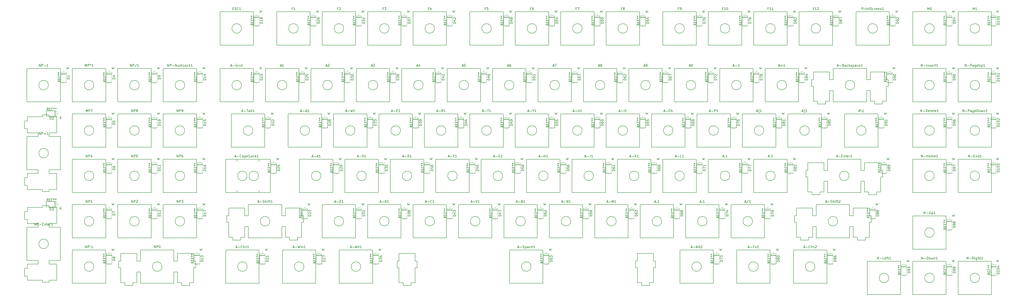
<source format=gbr>
G04 #@! TF.GenerationSoftware,KiCad,Pcbnew,5.1.5+dfsg1-2build2*
G04 #@! TF.CreationDate,2021-04-25T01:13:52+03:00*
G04 #@! TF.ProjectId,mk-ltk-02-pcb,6d6b2d6c-746b-42d3-9032-2d7063622e6b,rev?*
G04 #@! TF.SameCoordinates,Original*
G04 #@! TF.FileFunction,Legend,Top*
G04 #@! TF.FilePolarity,Positive*
%FSLAX46Y46*%
G04 Gerber Fmt 4.6, Leading zero omitted, Abs format (unit mm)*
G04 Created by KiCad (PCBNEW 5.1.5+dfsg1-2build2) date 2021-04-25 01:13:52*
%MOMM*%
%LPD*%
G04 APERTURE LIST*
%ADD10C,0.200000*%
%ADD11C,0.120000*%
%ADD12C,0.150000*%
G04 APERTURE END LIST*
D10*
X276080575Y-188199449D02*
X276080575Y-192799350D01*
X262081575Y-188199449D02*
X262081575Y-192799350D01*
X222456575Y-197269670D02*
X222456575Y-192799350D01*
X220730575Y-197269670D02*
X222456575Y-197269670D01*
X220730575Y-198469960D02*
X220730575Y-197269670D01*
X217431575Y-198469960D02*
X220730575Y-198469960D01*
X217431575Y-197269670D02*
X217431575Y-198469960D01*
X215706575Y-197269670D02*
X217431575Y-197269670D01*
X215706575Y-190999649D02*
X215706575Y-197269670D01*
X214880575Y-190999649D02*
X215706575Y-190999649D01*
X214880575Y-188199449D02*
X214880575Y-190999649D01*
X215706575Y-188199449D02*
X214880575Y-188199449D01*
X215706575Y-184969250D02*
X215706575Y-188199449D01*
X222456575Y-184969250D02*
X215706575Y-184969250D01*
X222456575Y-188199449D02*
X222456575Y-184969250D01*
X215707575Y-184969250D02*
X215707575Y-188199449D01*
X222456575Y-184969250D02*
X215707575Y-184969250D01*
X222456575Y-188199449D02*
X222456575Y-184969250D01*
X223282575Y-188199449D02*
X222456575Y-188199449D01*
X223282575Y-190999649D02*
X223282575Y-188199449D01*
X222456575Y-190999649D02*
X223282575Y-190999649D01*
X222456575Y-197269670D02*
X222456575Y-190999649D01*
X220731575Y-197269670D02*
X222456575Y-197269670D01*
X220731575Y-198469960D02*
X220731575Y-197269670D01*
X217431575Y-198469960D02*
X220731575Y-198469960D01*
X217431575Y-197269670D02*
X217431575Y-198469960D01*
X215707575Y-197269670D02*
X217431575Y-197269670D01*
X215707575Y-192799350D02*
X215707575Y-197269670D01*
X322455575Y-197269670D02*
X322455575Y-192799350D01*
X320729575Y-197269670D02*
X322455575Y-197269670D01*
X320729575Y-198469960D02*
X320729575Y-197269670D01*
X317430575Y-198469960D02*
X320729575Y-198469960D01*
X317430575Y-197269670D02*
X317430575Y-198469960D01*
X315705575Y-197269670D02*
X317430575Y-197269670D01*
X315705575Y-190999649D02*
X315705575Y-197269670D01*
X314879574Y-190999649D02*
X315705575Y-190999649D01*
X314879574Y-188199449D02*
X314879574Y-190999649D01*
X315705575Y-188199449D02*
X314879574Y-188199449D01*
X315705575Y-184969250D02*
X315705575Y-188199449D01*
X322455575Y-184969250D02*
X315705575Y-184969250D01*
X322455575Y-188199449D02*
X322455575Y-184969250D01*
X156781050Y-152400000D02*
G75*
G03X156781050Y-152400000I-2000000J0D01*
G01*
X325850350Y-171450200D02*
G75*
G03X325850350Y-171450200I-2000000J0D01*
G01*
X344900350Y-171450200D02*
G75*
G03X344900350Y-171450200I-2000000J0D01*
G01*
X342517350Y-190500170D02*
G75*
G03X342517350Y-190500170I-2000000J0D01*
G01*
X366331350Y-190500170D02*
G75*
G03X366331350Y-190500170I-2000000J0D01*
G01*
X363950350Y-171450200D02*
G75*
G03X363950350Y-171450200I-2000000J0D01*
G01*
X373475350Y-152400000D02*
G75*
G03X373475350Y-152400000I-2000000J0D01*
G01*
X354425350Y-152400000D02*
G75*
G03X354425350Y-152400000I-2000000J0D01*
G01*
X335375350Y-152400000D02*
G75*
G03X335375350Y-152400000I-2000000J0D01*
G01*
X330612350Y-133350000D02*
G75*
G03X330612350Y-133350000I-2000000J0D01*
G01*
X349662350Y-133350000D02*
G75*
G03X349662350Y-133350000I-2000000J0D01*
G01*
X368712350Y-133350000D02*
G75*
G03X368712350Y-133350000I-2000000J0D01*
G01*
X387762350Y-133350000D02*
G75*
G03X387762350Y-133350000I-2000000J0D01*
G01*
X406812350Y-114300000D02*
G75*
G03X406812350Y-114300000I-2000000J0D01*
G01*
X411575350Y-133350000D02*
G75*
G03X411575350Y-133350000I-2000000J0D01*
G01*
X404431350Y-152400000D02*
G75*
G03X404431350Y-152400000I-2000000J0D01*
G01*
X399667350Y-171450200D02*
G75*
G03X399667350Y-171450200I-2000000J0D01*
G01*
X390142350Y-190500170D02*
G75*
G03X390142350Y-190500170I-2000000J0D01*
G01*
X459201350Y-195262660D02*
G75*
G03X459201350Y-195262660I-2000000J0D01*
G01*
X440151350Y-195262660D02*
G75*
G03X440151350Y-195262660I-2000000J0D01*
G01*
X421101350Y-195262660D02*
G75*
G03X421101350Y-195262660I-2000000J0D01*
G01*
X440151350Y-176212700D02*
G75*
G03X440151350Y-176212700I-2000000J0D01*
G01*
X459201350Y-152400000D02*
G75*
G03X459201350Y-152400000I-2000000J0D01*
G01*
X440151350Y-152400000D02*
G75*
G03X440151350Y-152400000I-2000000J0D01*
G01*
X459201350Y-133350000D02*
G75*
G03X459201350Y-133350000I-2000000J0D01*
G01*
X440151350Y-133350000D02*
G75*
G03X440151350Y-133350000I-2000000J0D01*
G01*
X459201350Y-114300000D02*
G75*
G03X459201350Y-114300000I-2000000J0D01*
G01*
X440151350Y-114300000D02*
G75*
G03X440151350Y-114300000I-2000000J0D01*
G01*
X459201350Y-90487300D02*
G75*
G03X459201350Y-90487300I-2000000J0D01*
G01*
X440151350Y-90487300D02*
G75*
G03X440151350Y-90487300I-2000000J0D01*
G01*
X378237350Y-114300000D02*
G75*
G03X378237350Y-114300000I-2000000J0D01*
G01*
X416337350Y-90487300D02*
G75*
G03X416337350Y-90487300I-2000000J0D01*
G01*
X392525350Y-90487300D02*
G75*
G03X392525350Y-90487300I-2000000J0D01*
G01*
X373475350Y-90487300D02*
G75*
G03X373475350Y-90487300I-2000000J0D01*
G01*
X359187350Y-114300000D02*
G75*
G03X359187350Y-114300000I-2000000J0D01*
G01*
X340137350Y-114300000D02*
G75*
G03X340137350Y-114300000I-2000000J0D01*
G01*
X321087350Y-114300000D02*
G75*
G03X321087350Y-114300000I-2000000J0D01*
G01*
X354425350Y-90487300D02*
G75*
G03X354425350Y-90487300I-2000000J0D01*
G01*
X335375350Y-90487300D02*
G75*
G03X335375350Y-90487300I-2000000J0D01*
G01*
X311562350Y-90487300D02*
G75*
G03X311562350Y-90487300I-2000000J0D01*
G01*
X292512349Y-90487300D02*
G75*
G03X292512349Y-90487300I-2000000J0D01*
G01*
X273462350Y-90487300D02*
G75*
G03X273462350Y-90487300I-2000000J0D01*
G01*
X254412350Y-90487300D02*
G75*
G03X254412350Y-90487300I-2000000J0D01*
G01*
X271081350Y-190500170D02*
G75*
G03X271081350Y-190500170I-2000000J0D01*
G01*
X316325350Y-152400000D02*
G75*
G03X316325350Y-152400000I-2000000J0D01*
G01*
X302037350Y-114300000D02*
G75*
G03X302037350Y-114300000I-2000000J0D01*
G01*
X282987350Y-114300000D02*
G75*
G03X282987350Y-114300000I-2000000J0D01*
G01*
X311562350Y-133350000D02*
G75*
G03X311562350Y-133350000I-2000000J0D01*
G01*
X292512349Y-133350000D02*
G75*
G03X292512349Y-133350000I-2000000J0D01*
G01*
X297275350Y-152400000D02*
G75*
G03X297275350Y-152400000I-2000000J0D01*
G01*
X278225350Y-152400000D02*
G75*
G03X278225350Y-152400000I-2000000J0D01*
G01*
X306800350Y-171450200D02*
G75*
G03X306800350Y-171450200I-2000000J0D01*
G01*
X287750350Y-171450200D02*
G75*
G03X287750350Y-171450200I-2000000J0D01*
G01*
X268700349Y-171450200D02*
G75*
G03X268700349Y-171450200I-2000000J0D01*
G01*
X249650350Y-171450200D02*
G75*
G03X249650350Y-171450200I-2000000J0D01*
G01*
X230600350Y-171450200D02*
G75*
G03X230600350Y-171450200I-2000000J0D01*
G01*
X199642350Y-190500170D02*
G75*
G03X199642350Y-190500170I-2000000J0D01*
G01*
X211550350Y-171450200D02*
G75*
G03X211550350Y-171450200I-2000000J0D01*
G01*
X192500350Y-171450200D02*
G75*
G03X192500350Y-171450200I-2000000J0D01*
G01*
X175831350Y-190500170D02*
G75*
G03X175831350Y-190500170I-2000000J0D01*
G01*
X161542450Y-171450200D02*
G75*
G03X161542450Y-171450200I-2000000J0D01*
G01*
X152017450Y-190500170D02*
G75*
G03X152017450Y-190500170I-2000000J0D01*
G01*
X116300050Y-190500170D02*
G75*
G03X116300050Y-190500170I-2000000J0D01*
G01*
X87725050Y-190500170D02*
G75*
G03X87725050Y-190500170I-2000000J0D01*
G01*
X125825050Y-171450200D02*
G75*
G03X125825050Y-171450200I-2000000J0D01*
G01*
X106775050Y-171450200D02*
G75*
G03X106775050Y-171450200I-2000000J0D01*
G01*
X87725050Y-171450200D02*
G75*
G03X87725050Y-171450200I-2000000J0D01*
G01*
X68675000Y-180975200D02*
G75*
G03X68675000Y-180975200I-2000000J0D01*
G01*
X259175349Y-152400000D02*
G75*
G03X259175349Y-152400000I-2000000J0D01*
G01*
X240125350Y-152400000D02*
G75*
G03X240125350Y-152400000I-2000000J0D01*
G01*
X221075350Y-152400000D02*
G75*
G03X221075350Y-152400000I-2000000J0D01*
G01*
X202025350Y-152400000D02*
G75*
G03X202025350Y-152400000I-2000000J0D01*
G01*
X182975350Y-152400000D02*
G75*
G03X182975350Y-152400000I-2000000J0D01*
G01*
X87725050Y-152400000D02*
G75*
G03X87725050Y-152400000I-2000000J0D01*
G01*
X106775050Y-152400000D02*
G75*
G03X106775050Y-152400000I-2000000J0D01*
G01*
X125825050Y-152400000D02*
G75*
G03X125825050Y-152400000I-2000000J0D01*
G01*
X152017450Y-152400000D02*
G75*
G03X152017450Y-152400000I-2000000J0D01*
G01*
X273462350Y-133350000D02*
G75*
G03X273462350Y-133350000I-2000000J0D01*
G01*
X254412350Y-133350000D02*
G75*
G03X254412350Y-133350000I-2000000J0D01*
G01*
X235362350Y-133350000D02*
G75*
G03X235362350Y-133350000I-2000000J0D01*
G01*
X216312350Y-133350000D02*
G75*
G03X216312350Y-133350000I-2000000J0D01*
G01*
X197262350Y-133350000D02*
G75*
G03X197262350Y-133350000I-2000000J0D01*
G01*
X178212350Y-133350000D02*
G75*
G03X178212350Y-133350000I-2000000J0D01*
G01*
X154400050Y-133350000D02*
G75*
G03X154400050Y-133350000I-2000000J0D01*
G01*
X125825050Y-133350000D02*
G75*
G03X125825050Y-133350000I-2000000J0D01*
G01*
X106775050Y-133350000D02*
G75*
G03X106775050Y-133350000I-2000000J0D01*
G01*
X87725050Y-133350000D02*
G75*
G03X87725050Y-133350000I-2000000J0D01*
G01*
X68675000Y-142875000D02*
G75*
G03X68675000Y-142875000I-2000000J0D01*
G01*
X263937350Y-114300000D02*
G75*
G03X263937350Y-114300000I-2000000J0D01*
G01*
X244887350Y-114300000D02*
G75*
G03X244887350Y-114300000I-2000000J0D01*
G01*
X225837350Y-114300000D02*
G75*
G03X225837350Y-114300000I-2000000J0D01*
G01*
X206787350Y-114300000D02*
G75*
G03X206787350Y-114300000I-2000000J0D01*
G01*
X187737350Y-114300000D02*
G75*
G03X187737350Y-114300000I-2000000J0D01*
G01*
X168687349Y-114300000D02*
G75*
G03X168687349Y-114300000I-2000000J0D01*
G01*
X149637550Y-114300000D02*
G75*
G03X149637550Y-114300000I-2000000J0D01*
G01*
X230600350Y-90487300D02*
G75*
G03X230600350Y-90487300I-2000000J0D01*
G01*
X211550350Y-90487300D02*
G75*
G03X211550350Y-90487300I-2000000J0D01*
G01*
X192500350Y-90487300D02*
G75*
G03X192500350Y-90487300I-2000000J0D01*
G01*
X173450350Y-90487300D02*
G75*
G03X173450350Y-90487300I-2000000J0D01*
G01*
X149637550Y-90487300D02*
G75*
G03X149637550Y-90487300I-2000000J0D01*
G01*
X125825050Y-114300000D02*
G75*
G03X125825050Y-114300000I-2000000J0D01*
G01*
X106775050Y-114300000D02*
G75*
G03X106775050Y-114300000I-2000000J0D01*
G01*
X87725050Y-114300000D02*
G75*
G03X87725050Y-114300000I-2000000J0D01*
G01*
X68675000Y-114300000D02*
G75*
G03X68675000Y-114300000I-2000000J0D01*
G01*
X73674775Y-121299649D02*
X73674775Y-107300350D01*
X140637775Y-97486950D02*
X140637775Y-83487950D01*
X154637074Y-97486950D02*
X140637775Y-97486950D01*
X154637074Y-83487950D02*
X154637074Y-97486950D01*
X140637775Y-83487950D02*
X154637074Y-83487950D01*
X164450575Y-97486950D02*
X164450575Y-83487950D01*
X178449575Y-97486950D02*
X164450575Y-97486950D01*
X178449575Y-83487950D02*
X178449575Y-97486950D01*
X164450575Y-83487950D02*
X178449575Y-83487950D01*
X183500575Y-97486950D02*
X183500575Y-83487950D01*
X197499575Y-97486950D02*
X183500575Y-97486950D01*
X197499575Y-83487950D02*
X197499575Y-97486950D01*
X183500575Y-83487950D02*
X197499575Y-83487950D01*
X202550575Y-97486950D02*
X202550575Y-83487950D01*
X216549575Y-97486950D02*
X202550575Y-97486950D01*
X216549575Y-83487950D02*
X216549575Y-97486950D01*
X202550575Y-83487950D02*
X216549575Y-83487950D01*
X221600575Y-97486950D02*
X221600575Y-83487950D01*
X235599575Y-97486950D02*
X221600575Y-97486950D01*
X235599575Y-83487950D02*
X235599575Y-97486950D01*
X221600575Y-83487950D02*
X235599575Y-83487950D01*
X245412575Y-97486950D02*
X245412575Y-83487950D01*
X259412575Y-97486950D02*
X245412575Y-97486950D01*
X259412575Y-83487950D02*
X259412575Y-97486950D01*
X245412575Y-83487950D02*
X259412575Y-83487950D01*
X264462575Y-97486950D02*
X264462575Y-83487950D01*
X278462575Y-97486950D02*
X264462575Y-97486950D01*
X278462575Y-83487950D02*
X278462575Y-97486950D01*
X264462575Y-83487950D02*
X278462575Y-83487950D01*
X283512574Y-97486950D02*
X283512574Y-83487950D01*
X297512574Y-97486950D02*
X283512574Y-97486950D01*
X297512574Y-83487950D02*
X297512574Y-97486950D01*
X283512574Y-83487950D02*
X297512574Y-83487950D01*
X302562575Y-97486950D02*
X302562575Y-83487950D01*
X316562575Y-97486950D02*
X302562575Y-97486950D01*
X316562575Y-83487950D02*
X316562575Y-97486950D01*
X302562575Y-83487950D02*
X316562575Y-83487950D01*
X326375575Y-97486950D02*
X326375575Y-83487950D01*
X340374575Y-97486950D02*
X326375575Y-97486950D01*
X340374575Y-83487950D02*
X340374575Y-97486950D01*
X326375575Y-83487950D02*
X340374575Y-83487950D01*
X345425575Y-97486950D02*
X345425575Y-83487950D01*
X359424575Y-97486950D02*
X345425575Y-97486950D01*
X359424575Y-83487950D02*
X359424575Y-97486950D01*
X345425575Y-83487950D02*
X359424575Y-83487950D01*
X364475575Y-97486950D02*
X364475575Y-83487950D01*
X378474575Y-97486950D02*
X364475575Y-97486950D01*
X378474575Y-83487950D02*
X378474575Y-97486950D01*
X364475575Y-83487950D02*
X378474575Y-83487950D01*
X383525575Y-97486950D02*
X383525575Y-83487950D01*
X397524575Y-97486950D02*
X383525575Y-97486950D01*
X397524575Y-83487950D02*
X397524575Y-97486950D01*
X383525575Y-83487950D02*
X397524575Y-83487950D01*
X407337575Y-97486950D02*
X407337575Y-83487950D01*
X421337575Y-97486950D02*
X407337575Y-97486950D01*
X421337575Y-83487950D02*
X421337575Y-97486950D01*
X407337575Y-83487950D02*
X421337575Y-83487950D01*
X431151575Y-97486950D02*
X431151575Y-83487950D01*
X445149575Y-97486950D02*
X431151575Y-97486950D01*
X445149575Y-83487950D02*
X445149575Y-97486950D01*
X431151575Y-83487950D02*
X445149575Y-83487950D01*
X450201575Y-97486950D02*
X450201575Y-83487950D01*
X464199575Y-97486950D02*
X450201575Y-97486950D01*
X464199575Y-83487950D02*
X464199575Y-97486950D01*
X450201575Y-83487950D02*
X464199575Y-83487950D01*
X59675225Y-121299649D02*
X59675225Y-107300350D01*
X73674775Y-121299649D02*
X59675225Y-121299649D01*
X73674775Y-107300350D02*
X73674775Y-121299649D01*
X59675225Y-107300350D02*
X73674775Y-107300350D01*
X78725275Y-121299649D02*
X78725275Y-107300350D01*
X92724575Y-121299649D02*
X78725275Y-121299649D01*
X92724575Y-107300350D02*
X92724575Y-121299649D01*
X78725275Y-107300350D02*
X92724575Y-107300350D01*
X97775275Y-121299649D02*
X97775275Y-107300350D01*
X111774575Y-121299649D02*
X97775275Y-121299649D01*
X111774575Y-107300350D02*
X111774575Y-121299649D01*
X97775275Y-107300350D02*
X111774575Y-107300350D01*
X116825275Y-121299649D02*
X116825275Y-107300350D01*
X130824575Y-121299649D02*
X116825275Y-121299649D01*
X130824575Y-107300350D02*
X130824575Y-121299649D01*
X116825275Y-107300350D02*
X130824575Y-107300350D01*
X140637775Y-121299649D02*
X140637775Y-107300350D01*
X154637074Y-121299649D02*
X140637775Y-121299649D01*
X154637074Y-107300350D02*
X154637074Y-121299649D01*
X140637775Y-107300350D02*
X154637074Y-107300350D01*
X159687574Y-121299649D02*
X159687574Y-107300350D01*
X173687574Y-121299649D02*
X159687574Y-121299649D01*
X173687574Y-107300350D02*
X173687574Y-121299649D01*
X159687574Y-107300350D02*
X173687574Y-107300350D01*
X178737575Y-121299649D02*
X178737575Y-107300350D01*
X192737575Y-121299649D02*
X178737575Y-121299649D01*
X192737575Y-107300350D02*
X192737575Y-121299649D01*
X178737575Y-107300350D02*
X192737575Y-107300350D01*
X197787575Y-121299649D02*
X197787575Y-107300350D01*
X211787575Y-121299649D02*
X197787575Y-121299649D01*
X211787575Y-107300350D02*
X211787575Y-121299649D01*
X197787575Y-107300350D02*
X211787575Y-107300350D01*
X216837575Y-121299649D02*
X216837575Y-107300350D01*
X230837575Y-121299649D02*
X216837575Y-121299649D01*
X230837575Y-107300350D02*
X230837575Y-121299649D01*
X216837575Y-107300350D02*
X230837575Y-107300350D01*
X235887575Y-121299649D02*
X235887575Y-107300350D01*
X249887575Y-121299649D02*
X235887575Y-121299649D01*
X249887575Y-107300350D02*
X249887575Y-121299649D01*
X235887575Y-107300350D02*
X249887575Y-107300350D01*
X254937575Y-121299649D02*
X254937575Y-107300350D01*
X268937575Y-121299649D02*
X254937575Y-121299649D01*
X268937575Y-107300350D02*
X268937575Y-121299649D01*
X254937575Y-107300350D02*
X268937575Y-107300350D01*
X273987575Y-121299649D02*
X273987575Y-107300350D01*
X287987575Y-121299649D02*
X273987575Y-121299649D01*
X287987575Y-107300350D02*
X287987575Y-121299649D01*
X273987575Y-107300350D02*
X287987575Y-107300350D01*
X293037575Y-121299649D02*
X293037575Y-107300350D01*
X307037575Y-121299649D02*
X293037575Y-121299649D01*
X307037575Y-107300350D02*
X307037575Y-121299649D01*
X293037575Y-107300350D02*
X307037575Y-107300350D01*
X312087575Y-121299649D02*
X312087575Y-107300350D01*
X326087575Y-121299649D02*
X312087575Y-121299649D01*
X326087575Y-107300350D02*
X326087575Y-121299649D01*
X312087575Y-107300350D02*
X326087575Y-107300350D01*
X331137575Y-121299649D02*
X331137575Y-107300350D01*
X345137575Y-121299649D02*
X331137575Y-121299649D01*
X345137575Y-107300350D02*
X345137575Y-121299649D01*
X331137575Y-107300350D02*
X345137575Y-107300350D01*
X350187575Y-121299649D02*
X350187575Y-107300350D01*
X364187575Y-121299649D02*
X350187575Y-121299649D01*
X364187575Y-107300350D02*
X364187575Y-121299649D01*
X350187575Y-107300350D02*
X364187575Y-107300350D01*
X369237575Y-121299649D02*
X369237575Y-107300350D01*
X383237575Y-121299649D02*
X369237575Y-121299649D01*
X383237575Y-107300350D02*
X383237575Y-121299649D01*
X369237575Y-107300350D02*
X383237575Y-107300350D01*
X431151575Y-121299649D02*
X431151575Y-107300350D01*
X445149575Y-121299649D02*
X431151575Y-121299649D01*
X445149575Y-107300350D02*
X445149575Y-121299649D01*
X431151575Y-107300350D02*
X445149575Y-107300350D01*
X450201575Y-121299649D02*
X450201575Y-107300350D01*
X464199575Y-121299649D02*
X450201575Y-121299649D01*
X464199575Y-107300350D02*
X464199575Y-121299649D01*
X450201575Y-107300350D02*
X464199575Y-107300350D01*
X411812575Y-107300350D02*
X397812575Y-107300350D01*
X411812575Y-111999450D02*
X411812575Y-107300350D01*
X413336575Y-111999450D02*
X411812575Y-111999450D01*
X413336575Y-108769350D02*
X413336575Y-111999450D01*
X420088575Y-108769350D02*
X413336575Y-108769350D01*
X420088575Y-111999450D02*
X420088575Y-108769350D01*
X420910575Y-111999450D02*
X420088575Y-111999450D01*
X420910575Y-114799749D02*
X420910575Y-111999450D01*
X420088575Y-114799749D02*
X420910575Y-114799749D01*
X420088575Y-121069650D02*
X420088575Y-114799749D01*
X418363575Y-121069650D02*
X420088575Y-121069650D01*
X418363575Y-122269849D02*
X418363575Y-121069650D01*
X415061574Y-122269849D02*
X418363575Y-122269849D01*
X415061574Y-121069650D02*
X415061574Y-122269849D01*
X413336575Y-121069650D02*
X415061574Y-121069650D01*
X413336575Y-116599249D02*
X413336575Y-121069650D01*
X411812575Y-116599249D02*
X413336575Y-116599249D01*
X411812575Y-121299649D02*
X411812575Y-116599249D01*
X397812575Y-121299649D02*
X411812575Y-121299649D01*
X397812575Y-116599249D02*
X397812575Y-121299649D01*
X396287575Y-116599249D02*
X397812575Y-116599249D01*
X396287575Y-121069650D02*
X396287575Y-116599249D01*
X394561574Y-121069650D02*
X396287575Y-121069650D01*
X394561574Y-122269849D02*
X394561574Y-121069650D01*
X391261575Y-122269849D02*
X394561574Y-122269849D01*
X391261575Y-121069650D02*
X391261575Y-122269849D01*
X389537575Y-121069650D02*
X391261575Y-121069650D01*
X389537575Y-114799749D02*
X389537575Y-121069650D01*
X388712575Y-114799749D02*
X389537575Y-114799749D01*
X388712575Y-111999450D02*
X388712575Y-114799749D01*
X389537575Y-111999450D02*
X388712575Y-111999450D01*
X389537575Y-108769350D02*
X389537575Y-111999450D01*
X396287575Y-108769350D02*
X389537575Y-108769350D01*
X396287575Y-111999450D02*
X396287575Y-108769350D01*
X397812575Y-111999450D02*
X396287575Y-111999450D01*
X397812575Y-107300350D02*
X397812575Y-111999450D01*
X78725275Y-140349650D02*
X78725275Y-126350349D01*
X92724575Y-140349650D02*
X78725275Y-140349650D01*
X92724575Y-126350349D02*
X92724575Y-140349650D01*
X78725275Y-126350349D02*
X92724575Y-126350349D01*
X97775275Y-140349650D02*
X97775275Y-126350349D01*
X111774575Y-140349650D02*
X97775275Y-140349650D01*
X111774575Y-126350349D02*
X111774575Y-140349650D01*
X97775275Y-126350349D02*
X111774575Y-126350349D01*
X116825275Y-140349650D02*
X116825275Y-126350349D01*
X130824575Y-140349650D02*
X116825275Y-140349650D01*
X130824575Y-126350349D02*
X130824575Y-140349650D01*
X116825275Y-126350349D02*
X130824575Y-126350349D01*
X145400275Y-140349650D02*
X145400275Y-126350349D01*
X159399575Y-140349650D02*
X145400275Y-140349650D01*
X159399575Y-126350349D02*
X159399575Y-140349650D01*
X145400275Y-126350349D02*
X159399575Y-126350349D01*
X169212575Y-140349650D02*
X169212575Y-126350349D01*
X183212575Y-140349650D02*
X169212575Y-140349650D01*
X183212575Y-126350349D02*
X183212575Y-140349650D01*
X169212575Y-126350349D02*
X183212575Y-126350349D01*
X188262575Y-140349650D02*
X188262575Y-126350349D01*
X202262575Y-140349650D02*
X188262575Y-140349650D01*
X202262575Y-126350349D02*
X202262575Y-140349650D01*
X188262575Y-126350349D02*
X202262575Y-126350349D01*
X207312575Y-140349650D02*
X207312575Y-126350349D01*
X221312575Y-140349650D02*
X207312575Y-140349650D01*
X221312575Y-126350349D02*
X221312575Y-140349650D01*
X207312575Y-126350349D02*
X221312575Y-126350349D01*
X226362575Y-140349650D02*
X226362575Y-126350349D01*
X240362575Y-140349650D02*
X226362575Y-140349650D01*
X240362575Y-126350349D02*
X240362575Y-140349650D01*
X226362575Y-126350349D02*
X240362575Y-126350349D01*
X245412575Y-140349650D02*
X245412575Y-126350349D01*
X259412575Y-140349650D02*
X245412575Y-140349650D01*
X259412575Y-126350349D02*
X259412575Y-140349650D01*
X245412575Y-126350349D02*
X259412575Y-126350349D01*
X264462575Y-140349650D02*
X264462575Y-126350349D01*
X278462575Y-140349650D02*
X264462575Y-140349650D01*
X278462575Y-126350349D02*
X278462575Y-140349650D01*
X264462575Y-126350349D02*
X278462575Y-126350349D01*
X283512574Y-140349650D02*
X283512574Y-126350349D01*
X297512574Y-140349650D02*
X283512574Y-140349650D01*
X297512574Y-126350349D02*
X297512574Y-140349650D01*
X283512574Y-126350349D02*
X297512574Y-126350349D01*
X302562575Y-140349650D02*
X302562575Y-126350349D01*
X316562575Y-140349650D02*
X302562575Y-140349650D01*
X316562575Y-126350349D02*
X316562575Y-140349650D01*
X302562575Y-126350349D02*
X316562575Y-126350349D01*
X321612575Y-140349650D02*
X321612575Y-126350349D01*
X335612575Y-140349650D02*
X321612575Y-140349650D01*
X335612575Y-126350349D02*
X335612575Y-140349650D01*
X321612575Y-126350349D02*
X335612575Y-126350349D01*
X340662575Y-140349650D02*
X340662575Y-126350349D01*
X354662575Y-140349650D02*
X340662575Y-140349650D01*
X354662575Y-126350349D02*
X354662575Y-140349650D01*
X340662575Y-126350349D02*
X354662575Y-126350349D01*
X359712575Y-140349650D02*
X359712575Y-126350349D01*
X373712575Y-140349650D02*
X359712575Y-140349650D01*
X373712575Y-126350349D02*
X373712575Y-140349650D01*
X359712575Y-126350349D02*
X373712575Y-126350349D01*
X378762575Y-140349650D02*
X378762575Y-126350349D01*
X392762575Y-140349650D02*
X378762575Y-140349650D01*
X392762575Y-126350349D02*
X392762575Y-140349650D01*
X378762575Y-126350349D02*
X392762575Y-126350349D01*
X402575575Y-140349650D02*
X402575575Y-126350349D01*
X416574575Y-140349650D02*
X402575575Y-140349650D01*
X416574575Y-126350349D02*
X416574575Y-140349650D01*
X402575575Y-126350349D02*
X416574575Y-126350349D01*
X431151575Y-140349650D02*
X431151575Y-126350349D01*
X445149575Y-140349650D02*
X431151575Y-140349650D01*
X445149575Y-126350349D02*
X445149575Y-140349650D01*
X431151575Y-126350349D02*
X445149575Y-126350349D01*
X450201575Y-140349650D02*
X450201575Y-126350349D01*
X464199575Y-140349650D02*
X450201575Y-140349650D01*
X464199575Y-126350349D02*
X464199575Y-140349650D01*
X450201575Y-126350349D02*
X464199575Y-126350349D01*
X68975574Y-126774750D02*
X66174065Y-126774750D01*
X68975574Y-127600249D02*
X68975574Y-126774750D01*
X72205675Y-127600249D02*
X68975574Y-127600249D01*
X72205675Y-134349949D02*
X72205675Y-127600249D01*
X68975574Y-134349949D02*
X72205675Y-134349949D01*
X68975574Y-135875350D02*
X68975574Y-134349949D01*
X73674775Y-135875350D02*
X68975574Y-135875350D01*
X73674775Y-149874649D02*
X73674775Y-135875350D01*
X68975574Y-149874649D02*
X73674775Y-149874649D01*
X68975574Y-151400449D02*
X68975574Y-149874649D01*
X72205675Y-151400449D02*
X68975574Y-151400449D01*
X72205675Y-158149749D02*
X72205675Y-151400449D01*
X68975574Y-158149749D02*
X72205675Y-158149749D01*
X68975574Y-158973850D02*
X68975574Y-158149749D01*
X66175445Y-158973850D02*
X68975574Y-158973850D01*
X66175445Y-158149749D02*
X66175445Y-158973850D01*
X59905355Y-158149749D02*
X66175445Y-158149749D01*
X59905355Y-156424750D02*
X59905355Y-158149749D01*
X58705085Y-156424750D02*
X59905355Y-156424750D01*
X58705085Y-153124150D02*
X58705085Y-156424750D01*
X59905355Y-153124150D02*
X58705085Y-153124150D01*
X59905355Y-151400449D02*
X59905355Y-153124150D01*
X64375715Y-151400449D02*
X59905355Y-151400449D01*
X64375715Y-149874649D02*
X64375715Y-151400449D01*
X59675225Y-149874649D02*
X64375715Y-149874649D01*
X59675225Y-135875350D02*
X59675225Y-149874649D01*
X64375715Y-135875350D02*
X59675225Y-135875350D01*
X64375715Y-134349949D02*
X64375715Y-135875350D01*
X59905355Y-134349949D02*
X64375715Y-134349949D01*
X59905355Y-132624550D02*
X59905355Y-134349949D01*
X58705085Y-132624550D02*
X59905355Y-132624550D01*
X58705085Y-129323950D02*
X58705085Y-132624550D01*
X59905355Y-129323950D02*
X58705085Y-129323950D01*
X59905355Y-127600249D02*
X59905355Y-129323950D01*
X66174065Y-127600249D02*
X59905355Y-127600249D01*
X66174065Y-126774750D02*
X66174065Y-127600249D01*
X78725275Y-159399649D02*
X78725275Y-145400350D01*
X92724575Y-159399649D02*
X78725275Y-159399649D01*
X92724575Y-145400350D02*
X92724575Y-159399649D01*
X78725275Y-145400350D02*
X92724575Y-145400350D01*
X97775275Y-159399649D02*
X97775275Y-145400350D01*
X111774575Y-159399649D02*
X97775275Y-159399649D01*
X111774575Y-145400350D02*
X111774575Y-159399649D01*
X97775275Y-145400350D02*
X111774575Y-145400350D01*
X116825275Y-159399649D02*
X116825275Y-145400350D01*
X130824575Y-159399649D02*
X116825275Y-159399649D01*
X130824575Y-145400350D02*
X130824575Y-159399649D01*
X116825275Y-145400350D02*
X130824575Y-145400350D01*
X143017675Y-159399649D02*
X143017675Y-145400350D01*
X161780575Y-159399649D02*
X143017675Y-159399649D01*
X161780575Y-145400350D02*
X161780575Y-159399649D01*
X143017675Y-145400350D02*
X161780575Y-145400350D01*
X173975575Y-159399649D02*
X173975575Y-145400350D01*
X187974575Y-159399649D02*
X173975575Y-159399649D01*
X187974575Y-145400350D02*
X187974575Y-159399649D01*
X173975575Y-145400350D02*
X187974575Y-145400350D01*
X193025575Y-159399649D02*
X193025575Y-145400350D01*
X207024575Y-159399649D02*
X193025575Y-159399649D01*
X207024575Y-145400350D02*
X207024575Y-159399649D01*
X193025575Y-145400350D02*
X207024575Y-145400350D01*
X212075575Y-159399649D02*
X212075575Y-145400350D01*
X226074575Y-159399649D02*
X212075575Y-159399649D01*
X226074575Y-145400350D02*
X226074575Y-159399649D01*
X212075575Y-145400350D02*
X226074575Y-145400350D01*
X231125575Y-159399649D02*
X231125575Y-145400350D01*
X245124575Y-159399649D02*
X231125575Y-159399649D01*
X245124575Y-145400350D02*
X245124575Y-159399649D01*
X231125575Y-145400350D02*
X245124575Y-145400350D01*
X250175575Y-159399649D02*
X250175575Y-145400350D01*
X264174575Y-159399649D02*
X250175575Y-159399649D01*
X264174575Y-145400350D02*
X264174575Y-159399649D01*
X250175575Y-145400350D02*
X264174575Y-145400350D01*
X269225575Y-159399649D02*
X269225575Y-145400350D01*
X283224574Y-159399649D02*
X269225575Y-159399649D01*
X283224574Y-145400350D02*
X283224574Y-159399649D01*
X269225575Y-145400350D02*
X283224574Y-145400350D01*
X288275575Y-159399649D02*
X288275575Y-145400350D01*
X302274575Y-159399649D02*
X288275575Y-159399649D01*
X302274575Y-145400350D02*
X302274575Y-159399649D01*
X288275575Y-145400350D02*
X302274575Y-145400350D01*
X307325575Y-159399649D02*
X307325575Y-145400350D01*
X321324575Y-159399649D02*
X307325575Y-159399649D01*
X321324575Y-145400350D02*
X321324575Y-159399649D01*
X307325575Y-145400350D02*
X321324575Y-145400350D01*
X326375575Y-159399649D02*
X326375575Y-145400350D01*
X340374575Y-159399649D02*
X326375575Y-159399649D01*
X340374575Y-145400350D02*
X340374575Y-159399649D01*
X326375575Y-145400350D02*
X340374575Y-145400350D01*
X345425575Y-159399649D02*
X345425575Y-145400350D01*
X359424575Y-159399649D02*
X345425575Y-159399649D01*
X359424575Y-145400350D02*
X359424575Y-159399649D01*
X345425575Y-145400350D02*
X359424575Y-145400350D01*
X364475575Y-159399649D02*
X364475575Y-145400350D01*
X378474575Y-159399649D02*
X364475575Y-159399649D01*
X378474575Y-145400350D02*
X378474575Y-159399649D01*
X364475575Y-145400350D02*
X378474575Y-145400350D01*
X431151575Y-159399649D02*
X431151575Y-145400350D01*
X445149575Y-159399649D02*
X431151575Y-159399649D01*
X445149575Y-145400350D02*
X445149575Y-159399649D01*
X431151575Y-145400350D02*
X445149575Y-145400350D01*
X450201575Y-159399649D02*
X450201575Y-145400350D01*
X464199575Y-159399649D02*
X450201575Y-159399649D01*
X464199575Y-145400350D02*
X464199575Y-159399649D01*
X450201575Y-145400350D02*
X464199575Y-145400350D01*
X409430575Y-145400350D02*
X395431575Y-145400350D01*
X409430575Y-150099450D02*
X409430575Y-145400350D01*
X410955575Y-150099450D02*
X409430575Y-150099450D01*
X410955575Y-146869350D02*
X410955575Y-150099450D01*
X417707575Y-146869350D02*
X410955575Y-146869350D01*
X417707575Y-150099450D02*
X417707575Y-146869350D01*
X418532575Y-150099450D02*
X417707575Y-150099450D01*
X418532575Y-152899749D02*
X418532575Y-150099450D01*
X417707575Y-152899749D02*
X418532575Y-152899749D01*
X417707575Y-159169650D02*
X417707575Y-152899749D01*
X415982575Y-159169650D02*
X417707575Y-159169650D01*
X415982575Y-160369850D02*
X415982575Y-159169650D01*
X412680575Y-160369850D02*
X415982575Y-160369850D01*
X412680575Y-159169650D02*
X412680575Y-160369850D01*
X410955575Y-159169650D02*
X412680575Y-159169650D01*
X410955575Y-154699250D02*
X410955575Y-159169650D01*
X409430575Y-154699250D02*
X410955575Y-154699250D01*
X409430575Y-159399649D02*
X409430575Y-154699250D01*
X395431575Y-159399649D02*
X409430575Y-159399649D01*
X395431575Y-154699250D02*
X395431575Y-159399649D01*
X393906575Y-154699250D02*
X395431575Y-154699250D01*
X393906575Y-159169650D02*
X393906575Y-154699250D01*
X392180575Y-159169650D02*
X393906575Y-159169650D01*
X392180575Y-160369850D02*
X392180575Y-159169650D01*
X388881575Y-160369850D02*
X392180575Y-160369850D01*
X388881575Y-159169650D02*
X388881575Y-160369850D01*
X387156575Y-159169650D02*
X388881575Y-159169650D01*
X387156575Y-152899749D02*
X387156575Y-159169650D01*
X386330575Y-152899749D02*
X387156575Y-152899749D01*
X386330575Y-150099450D02*
X386330575Y-152899749D01*
X387156575Y-150099450D02*
X386330575Y-150099450D01*
X387156575Y-146869350D02*
X387156575Y-150099450D01*
X393906575Y-146869350D02*
X387156575Y-146869350D01*
X393906575Y-150099450D02*
X393906575Y-146869350D01*
X395431575Y-150099450D02*
X393906575Y-150099450D01*
X395431575Y-145400350D02*
X395431575Y-150099450D01*
X78725275Y-178449850D02*
X78725275Y-164450450D01*
X92724575Y-178449850D02*
X78725275Y-178449850D01*
X92724575Y-164450450D02*
X92724575Y-178449850D01*
X78725275Y-164450450D02*
X92724575Y-164450450D01*
X97775275Y-178449850D02*
X97775275Y-164450450D01*
X111774575Y-178449850D02*
X97775275Y-178449850D01*
X111774575Y-164450450D02*
X111774575Y-178449850D01*
X97775275Y-164450450D02*
X111774575Y-164450450D01*
X116825275Y-178449850D02*
X116825275Y-164450450D01*
X130824575Y-178449850D02*
X116825275Y-178449850D01*
X130824575Y-164450450D02*
X130824575Y-178449850D01*
X116825275Y-164450450D02*
X130824575Y-164450450D01*
X183500575Y-178449850D02*
X183500575Y-164450450D01*
X197499575Y-178449850D02*
X183500575Y-178449850D01*
X197499575Y-164450450D02*
X197499575Y-178449850D01*
X183500575Y-164450450D02*
X197499575Y-164450450D01*
X202550575Y-178449850D02*
X202550575Y-164450450D01*
X216549575Y-178449850D02*
X202550575Y-178449850D01*
X216549575Y-164450450D02*
X216549575Y-178449850D01*
X202550575Y-164450450D02*
X216549575Y-164450450D01*
X221600575Y-178449850D02*
X221600575Y-164450450D01*
X235599575Y-178449850D02*
X221600575Y-178449850D01*
X235599575Y-164450450D02*
X235599575Y-178449850D01*
X221600575Y-164450450D02*
X235599575Y-164450450D01*
X240650575Y-178449850D02*
X240650575Y-164450450D01*
X254649575Y-178449850D02*
X240650575Y-178449850D01*
X254649575Y-164450450D02*
X254649575Y-178449850D01*
X240650575Y-164450450D02*
X254649575Y-164450450D01*
X259700574Y-178449850D02*
X259700574Y-164450450D01*
X273699575Y-178449850D02*
X259700574Y-178449850D01*
X273699575Y-164450450D02*
X273699575Y-178449850D01*
X259700574Y-164450450D02*
X273699575Y-164450450D01*
X278750575Y-178449850D02*
X278750575Y-164450450D01*
X292749575Y-178449850D02*
X278750575Y-178449850D01*
X292749575Y-164450450D02*
X292749575Y-178449850D01*
X278750575Y-164450450D02*
X292749575Y-164450450D01*
X297800575Y-178449850D02*
X297800575Y-164450450D01*
X311799575Y-178449850D02*
X297800575Y-178449850D01*
X311799575Y-164450450D02*
X311799575Y-178449850D01*
X297800575Y-164450450D02*
X311799575Y-164450450D01*
X316850575Y-178449850D02*
X316850575Y-164450450D01*
X330849575Y-178449850D02*
X316850575Y-178449850D01*
X330849575Y-164450450D02*
X330849575Y-178449850D01*
X316850575Y-164450450D02*
X330849575Y-164450450D01*
X335900575Y-178449850D02*
X335900575Y-164450450D01*
X349899575Y-178449850D02*
X335900575Y-178449850D01*
X349899575Y-164450450D02*
X349899575Y-178449850D01*
X335900575Y-164450450D02*
X349899575Y-164450450D01*
X354950575Y-178449850D02*
X354950575Y-164450450D01*
X368949575Y-178449850D02*
X354950575Y-178449850D01*
X368949575Y-164450450D02*
X368949575Y-178449850D01*
X354950575Y-164450450D02*
X368949575Y-164450450D01*
X166543575Y-164450450D02*
X152542675Y-164450450D01*
X166543575Y-169149450D02*
X166543575Y-164450450D01*
X168067575Y-169149450D02*
X166543575Y-169149450D01*
X168067575Y-165919349D02*
X168067575Y-169149450D01*
X174818575Y-165919349D02*
X168067575Y-165919349D01*
X174818575Y-169149450D02*
X174818575Y-165919349D01*
X175642575Y-169149450D02*
X174818575Y-169149450D01*
X175642575Y-171949650D02*
X175642575Y-169149450D01*
X174818575Y-171949650D02*
X175642575Y-171949650D01*
X174818575Y-178219650D02*
X174818575Y-171949650D01*
X173093575Y-178219650D02*
X174818575Y-178219650D01*
X173093575Y-179419950D02*
X173093575Y-178219650D01*
X169792575Y-179419950D02*
X173093575Y-179419950D01*
X169792575Y-178219650D02*
X169792575Y-179419950D01*
X168067575Y-178219650D02*
X169792575Y-178219650D01*
X168067575Y-173749350D02*
X168067575Y-178219650D01*
X166543575Y-173749350D02*
X168067575Y-173749350D01*
X166543575Y-178449850D02*
X166543575Y-173749350D01*
X152542675Y-178449850D02*
X166543575Y-178449850D01*
X152542675Y-173749350D02*
X152542675Y-178449850D01*
X151018675Y-173749350D02*
X152542675Y-173749350D01*
X151018675Y-178219650D02*
X151018675Y-173749350D01*
X149293175Y-178219650D02*
X151018675Y-178219650D01*
X149293175Y-179419950D02*
X149293175Y-178219650D01*
X145992575Y-179419950D02*
X149293175Y-179419950D01*
X145992575Y-178219650D02*
X145992575Y-179419950D01*
X144267575Y-178219650D02*
X145992575Y-178219650D01*
X144267575Y-171949650D02*
X144267575Y-178219650D01*
X143443475Y-171949650D02*
X144267575Y-171949650D01*
X143443475Y-169149450D02*
X143443475Y-171949650D01*
X144267575Y-169149450D02*
X143443475Y-169149450D01*
X144267575Y-165919349D02*
X144267575Y-169149450D01*
X151018675Y-165919349D02*
X144267575Y-165919349D01*
X151018675Y-169149450D02*
X151018675Y-165919349D01*
X152542675Y-169149450D02*
X151018675Y-169149450D01*
X152542675Y-164450450D02*
X152542675Y-169149450D01*
X404668575Y-164450450D02*
X390667575Y-164450450D01*
X404668575Y-169149450D02*
X404668575Y-164450450D01*
X406192575Y-169149450D02*
X404668575Y-169149450D01*
X406192575Y-165919349D02*
X406192575Y-169149450D01*
X412944575Y-165919349D02*
X406192575Y-165919349D01*
X412944575Y-169149450D02*
X412944575Y-165919349D01*
X413766575Y-169149450D02*
X412944575Y-169149450D01*
X413766575Y-171949650D02*
X413766575Y-169149450D01*
X412944575Y-171949650D02*
X413766575Y-171949650D01*
X412944575Y-178219650D02*
X412944575Y-171949650D01*
X411219575Y-178219650D02*
X412944575Y-178219650D01*
X411219575Y-179419950D02*
X411219575Y-178219650D01*
X407917575Y-179419950D02*
X411219575Y-179419950D01*
X407917575Y-178219650D02*
X407917575Y-179419950D01*
X406192575Y-178219650D02*
X407917575Y-178219650D01*
X406192575Y-173749350D02*
X406192575Y-178219650D01*
X404668575Y-173749350D02*
X406192575Y-173749350D01*
X404668575Y-178449850D02*
X404668575Y-173749350D01*
X390667575Y-178449850D02*
X404668575Y-178449850D01*
X390667575Y-173749350D02*
X390667575Y-178449850D01*
X389143575Y-173749350D02*
X390667575Y-173749350D01*
X389143575Y-178219650D02*
X389143575Y-173749350D01*
X387418575Y-178219650D02*
X389143575Y-178219650D01*
X387418575Y-179419950D02*
X387418575Y-178219650D01*
X384117575Y-179419950D02*
X387418575Y-179419950D01*
X384117575Y-178219650D02*
X384117575Y-179419950D01*
X382392575Y-178219650D02*
X384117575Y-178219650D01*
X382392575Y-171949650D02*
X382392575Y-178219650D01*
X381568575Y-171949650D02*
X382392575Y-171949650D01*
X381568575Y-169149450D02*
X381568575Y-171949650D01*
X382392575Y-169149450D02*
X381568575Y-169149450D01*
X382392575Y-165919349D02*
X382392575Y-169149450D01*
X389143575Y-165919349D02*
X382392575Y-165919349D01*
X389143575Y-169149450D02*
X389143575Y-165919349D01*
X390667575Y-169149450D02*
X389143575Y-169149450D01*
X390667575Y-164450450D02*
X390667575Y-169149450D01*
X431151575Y-183212350D02*
X431151575Y-169212949D01*
X445149575Y-183212350D02*
X431151575Y-183212350D01*
X445149575Y-169212949D02*
X445149575Y-183212350D01*
X431151575Y-169212949D02*
X445149575Y-169212949D01*
X68975574Y-164874750D02*
X66174065Y-164874750D01*
X68975574Y-165700249D02*
X68975574Y-164874750D01*
X72205675Y-165700249D02*
X68975574Y-165700249D01*
X72205675Y-172449850D02*
X72205675Y-165700249D01*
X68975574Y-172449850D02*
X72205675Y-172449850D01*
X68975574Y-173975350D02*
X68975574Y-172449850D01*
X73674775Y-173975350D02*
X68975574Y-173975350D01*
X73674775Y-187974850D02*
X73674775Y-173975350D01*
X68975574Y-187974850D02*
X73674775Y-187974850D01*
X68975574Y-189500350D02*
X68975574Y-187974850D01*
X72205675Y-189500350D02*
X68975574Y-189500350D01*
X72205675Y-196249929D02*
X72205675Y-189500350D01*
X68975574Y-196249929D02*
X72205675Y-196249929D01*
X68975574Y-197073980D02*
X68975574Y-196249929D01*
X66175445Y-197073980D02*
X68975574Y-197073980D01*
X66175445Y-196249929D02*
X66175445Y-197073980D01*
X59905355Y-196249929D02*
X66175445Y-196249929D01*
X59905355Y-194524649D02*
X59905355Y-196249929D01*
X58705085Y-194524649D02*
X59905355Y-194524649D01*
X58705085Y-191224249D02*
X58705085Y-194524649D01*
X59905355Y-191224249D02*
X58705085Y-191224249D01*
X59905355Y-189500350D02*
X59905355Y-191224249D01*
X64375715Y-189500350D02*
X59905355Y-189500350D01*
X64375715Y-187974850D02*
X64375715Y-189500350D01*
X59675225Y-187974850D02*
X64375715Y-187974850D01*
X59675225Y-173975350D02*
X59675225Y-187974850D01*
X64375715Y-173975350D02*
X59675225Y-173975350D01*
X64375715Y-172449850D02*
X64375715Y-173975350D01*
X59905355Y-172449850D02*
X64375715Y-172449850D01*
X59905355Y-170724550D02*
X59905355Y-172449850D01*
X58705085Y-170724550D02*
X59905355Y-170724550D01*
X58705085Y-167423950D02*
X58705085Y-170724550D01*
X59905355Y-167423950D02*
X58705085Y-167423950D01*
X59905355Y-165700249D02*
X59905355Y-167423950D01*
X66174065Y-165700249D02*
X59905355Y-165700249D01*
X66174065Y-164874750D02*
X66174065Y-165700249D01*
X78725275Y-197499820D02*
X78725275Y-183500350D01*
X92724575Y-197499820D02*
X78725275Y-197499820D01*
X92724575Y-183500350D02*
X92724575Y-197499820D01*
X78725275Y-183500350D02*
X92724575Y-183500350D01*
X143017675Y-197499820D02*
X143017675Y-183500350D01*
X157018375Y-197499820D02*
X143017675Y-197499820D01*
X157018375Y-183500350D02*
X157018375Y-197499820D01*
X143017675Y-183500350D02*
X157018375Y-183500350D01*
X166831575Y-197499820D02*
X166831575Y-183500350D01*
X180830575Y-197499820D02*
X166831575Y-197499820D01*
X180830575Y-183500350D02*
X180830575Y-197499820D01*
X166831575Y-183500350D02*
X180830575Y-183500350D01*
X190642575Y-197499820D02*
X190642575Y-183500350D01*
X204643575Y-197499820D02*
X190642575Y-197499820D01*
X204643575Y-183500350D02*
X204643575Y-197499820D01*
X190642575Y-183500350D02*
X204643575Y-183500350D01*
X333517575Y-197499820D02*
X333517575Y-183500350D01*
X347518575Y-197499820D02*
X333517575Y-197499820D01*
X347518575Y-183500350D02*
X347518575Y-197499820D01*
X333517575Y-183500350D02*
X347518575Y-183500350D01*
X357331575Y-197499820D02*
X357331575Y-183500350D01*
X371330575Y-197499820D02*
X357331575Y-197499820D01*
X371330575Y-183500350D02*
X371330575Y-197499820D01*
X357331575Y-183500350D02*
X371330575Y-183500350D01*
X381142575Y-197499820D02*
X381142575Y-183500350D01*
X395143575Y-197499820D02*
X381142575Y-197499820D01*
X395143575Y-183500350D02*
X395143575Y-197499820D01*
X381142575Y-183500350D02*
X395143575Y-183500350D01*
X121299575Y-183500350D02*
X107300275Y-183500350D01*
X121299575Y-188199449D02*
X121299575Y-183500350D01*
X122825375Y-188199449D02*
X121299575Y-188199449D01*
X122825375Y-184969250D02*
X122825375Y-188199449D01*
X129574675Y-184969250D02*
X122825375Y-184969250D01*
X129574675Y-188199449D02*
X129574675Y-184969250D01*
X130400174Y-188199449D02*
X129574675Y-188199449D01*
X130400174Y-190999649D02*
X130400174Y-188199449D01*
X129574675Y-190999649D02*
X130400174Y-190999649D01*
X129574675Y-197269670D02*
X129574675Y-190999649D01*
X127849575Y-197269670D02*
X129574675Y-197269670D01*
X127849575Y-198469960D02*
X127849575Y-197269670D01*
X124550475Y-198469960D02*
X127849575Y-198469960D01*
X124550475Y-197269670D02*
X124550475Y-198469960D01*
X122825375Y-197269670D02*
X124550475Y-197269670D01*
X122825375Y-192799350D02*
X122825375Y-197269670D01*
X121299575Y-192799350D02*
X122825375Y-192799350D01*
X121299575Y-197499820D02*
X121299575Y-192799350D01*
X107300275Y-197499820D02*
X121299575Y-197499820D01*
X107300275Y-192799350D02*
X107300275Y-197499820D01*
X105774874Y-192799350D02*
X107300275Y-192799350D01*
X105774874Y-197269670D02*
X105774874Y-192799350D01*
X104049475Y-197269670D02*
X105774874Y-197269670D01*
X104049475Y-198469960D02*
X104049475Y-197269670D01*
X100750275Y-198469960D02*
X104049475Y-198469960D01*
X100750275Y-197269670D02*
X100750275Y-198469960D01*
X99025174Y-197269670D02*
X100750275Y-197269670D01*
X99025174Y-190999649D02*
X99025174Y-197269670D01*
X98199675Y-190999649D02*
X99025174Y-190999649D01*
X98199675Y-188199449D02*
X98199675Y-190999649D01*
X99025174Y-188199449D02*
X98199675Y-188199449D01*
X99025174Y-184969250D02*
X99025174Y-188199449D01*
X105774874Y-184969250D02*
X99025174Y-184969250D01*
X105774874Y-188199449D02*
X105774874Y-184969250D01*
X107300275Y-188199449D02*
X105774874Y-188199449D01*
X107300275Y-183500350D02*
X107300275Y-188199449D01*
X276080575Y-183500350D02*
X262081575Y-183500350D01*
X276080575Y-188199449D02*
X276080575Y-183500350D01*
X315706575Y-184969250D02*
X315706575Y-188199449D01*
X322455575Y-184969250D02*
X315706575Y-184969250D01*
X322455575Y-188199449D02*
X322455575Y-184969250D01*
X323281575Y-188199449D02*
X322455575Y-188199449D01*
X323281575Y-190999649D02*
X323281575Y-188199449D01*
X322455575Y-190999649D02*
X323281575Y-190999649D01*
X322455575Y-197269670D02*
X322455575Y-190999649D01*
X320730575Y-197269670D02*
X322455575Y-197269670D01*
X320730575Y-198469960D02*
X320730575Y-197269670D01*
X317430575Y-198469960D02*
X320730575Y-198469960D01*
X317430575Y-197269670D02*
X317430575Y-198469960D01*
X315706575Y-197269670D02*
X317430575Y-197269670D01*
X315706575Y-192799350D02*
X315706575Y-197269670D01*
X276080575Y-197499820D02*
X276080575Y-192799350D01*
X262081575Y-197499820D02*
X276080575Y-197499820D01*
X262081575Y-192799350D02*
X262081575Y-197499820D01*
X222456575Y-197269670D02*
X222456575Y-192799350D01*
X220730575Y-197269670D02*
X222456575Y-197269670D01*
X220730575Y-198469960D02*
X220730575Y-197269670D01*
X217431575Y-198469960D02*
X220730575Y-198469960D01*
X217431575Y-197269670D02*
X217431575Y-198469960D01*
X215706575Y-197269670D02*
X217431575Y-197269670D01*
X215706575Y-190999649D02*
X215706575Y-197269670D01*
X214880575Y-190999649D02*
X215706575Y-190999649D01*
X214880575Y-188199449D02*
X214880575Y-190999649D01*
X215706575Y-188199449D02*
X214880575Y-188199449D01*
X215706575Y-184969250D02*
X215706575Y-188199449D01*
X222456575Y-184969250D02*
X215706575Y-184969250D01*
X222456575Y-188199449D02*
X222456575Y-184969250D01*
X262081575Y-183500350D02*
X262081575Y-188199449D01*
X412101575Y-202262310D02*
X412101575Y-188262850D01*
X426099575Y-202262310D02*
X412101575Y-202262310D01*
X426099575Y-188262850D02*
X426099575Y-202262310D01*
X412101575Y-188262850D02*
X426099575Y-188262850D01*
X431151575Y-202262310D02*
X431151575Y-188262850D01*
X445149575Y-202262310D02*
X431151575Y-202262310D01*
X445149575Y-188262850D02*
X445149575Y-202262310D01*
X431151575Y-188262850D02*
X445149575Y-188262850D01*
X450201575Y-202262310D02*
X450201575Y-188262850D01*
X464199575Y-202262310D02*
X450201575Y-202262310D01*
X464199575Y-188262850D02*
X464199575Y-202262310D01*
X450201575Y-188262850D02*
X464199575Y-188262850D01*
D11*
X463804453Y-194213750D02*
X466074453Y-194213750D01*
X466074453Y-194213750D02*
X466074453Y-190328750D01*
X463804453Y-190328750D02*
X463804453Y-194213750D01*
X466059453Y-190408750D02*
X463819453Y-190408750D01*
X466059453Y-190648750D02*
X463819453Y-190648750D01*
X466059453Y-190528750D02*
X463819453Y-190528750D01*
X464939453Y-194698750D02*
X464939453Y-194048750D01*
X464939453Y-189158750D02*
X464939453Y-189808750D01*
X466059453Y-194048750D02*
X466059453Y-189808750D01*
X463819453Y-194048750D02*
X466059453Y-194048750D01*
X463819453Y-189808750D02*
X463819453Y-194048750D01*
X466059453Y-189808750D02*
X463819453Y-189808750D01*
X463804453Y-151351250D02*
X466074453Y-151351250D01*
X466074453Y-151351250D02*
X466074453Y-147466250D01*
X463804453Y-147466250D02*
X463804453Y-151351250D01*
X466059453Y-147546250D02*
X463819453Y-147546250D01*
X466059453Y-147786250D02*
X463819453Y-147786250D01*
X466059453Y-147666250D02*
X463819453Y-147666250D01*
X464939453Y-151836250D02*
X464939453Y-151186250D01*
X464939453Y-146296250D02*
X464939453Y-146946250D01*
X466059453Y-151186250D02*
X466059453Y-146946250D01*
X463819453Y-151186250D02*
X466059453Y-151186250D01*
X463819453Y-146946250D02*
X463819453Y-151186250D01*
X466059453Y-146946250D02*
X463819453Y-146946250D01*
X463804453Y-132301250D02*
X466074453Y-132301250D01*
X466074453Y-132301250D02*
X466074453Y-128416250D01*
X463804453Y-128416250D02*
X463804453Y-132301250D01*
X466059453Y-128496250D02*
X463819453Y-128496250D01*
X466059453Y-128736250D02*
X463819453Y-128736250D01*
X466059453Y-128616250D02*
X463819453Y-128616250D01*
X464939453Y-132786250D02*
X464939453Y-132136250D01*
X464939453Y-127246250D02*
X464939453Y-127896250D01*
X466059453Y-132136250D02*
X466059453Y-127896250D01*
X463819453Y-132136250D02*
X466059453Y-132136250D01*
X463819453Y-127896250D02*
X463819453Y-132136250D01*
X466059453Y-127896250D02*
X463819453Y-127896250D01*
X463804453Y-113251250D02*
X466074453Y-113251250D01*
X466074453Y-113251250D02*
X466074453Y-109366250D01*
X463804453Y-109366250D02*
X463804453Y-113251250D01*
X466059453Y-109446250D02*
X463819453Y-109446250D01*
X466059453Y-109686250D02*
X463819453Y-109686250D01*
X466059453Y-109566250D02*
X463819453Y-109566250D01*
X464939453Y-113736250D02*
X464939453Y-113086250D01*
X464939453Y-108196250D02*
X464939453Y-108846250D01*
X466059453Y-113086250D02*
X466059453Y-108846250D01*
X463819453Y-113086250D02*
X466059453Y-113086250D01*
X463819453Y-108846250D02*
X463819453Y-113086250D01*
X466059453Y-108846250D02*
X463819453Y-108846250D01*
X463804453Y-89438750D02*
X466074453Y-89438750D01*
X466074453Y-89438750D02*
X466074453Y-85553750D01*
X463804453Y-85553750D02*
X463804453Y-89438750D01*
X466059453Y-85633750D02*
X463819453Y-85633750D01*
X466059453Y-85873750D02*
X463819453Y-85873750D01*
X466059453Y-85753750D02*
X463819453Y-85753750D01*
X464939453Y-89923750D02*
X464939453Y-89273750D01*
X464939453Y-84383750D02*
X464939453Y-85033750D01*
X466059453Y-89273750D02*
X466059453Y-85033750D01*
X463819453Y-89273750D02*
X466059453Y-89273750D01*
X463819453Y-85033750D02*
X463819453Y-89273750D01*
X466059453Y-85033750D02*
X463819453Y-85033750D01*
X445349375Y-194213750D02*
X447619375Y-194213750D01*
X447619375Y-194213750D02*
X447619375Y-190328750D01*
X445349375Y-190328750D02*
X445349375Y-194213750D01*
X447604375Y-190408750D02*
X445364375Y-190408750D01*
X447604375Y-190648750D02*
X445364375Y-190648750D01*
X447604375Y-190528750D02*
X445364375Y-190528750D01*
X446484375Y-194698750D02*
X446484375Y-194048750D01*
X446484375Y-189158750D02*
X446484375Y-189808750D01*
X447604375Y-194048750D02*
X447604375Y-189808750D01*
X445364375Y-194048750D02*
X447604375Y-194048750D01*
X445364375Y-189808750D02*
X445364375Y-194048750D01*
X447604375Y-189808750D02*
X445364375Y-189808750D01*
X445349375Y-175163750D02*
X447619375Y-175163750D01*
X447619375Y-175163750D02*
X447619375Y-171278750D01*
X445349375Y-171278750D02*
X445349375Y-175163750D01*
X447604375Y-171358750D02*
X445364375Y-171358750D01*
X447604375Y-171598750D02*
X445364375Y-171598750D01*
X447604375Y-171478750D02*
X445364375Y-171478750D01*
X446484375Y-175648750D02*
X446484375Y-174998750D01*
X446484375Y-170108750D02*
X446484375Y-170758750D01*
X447604375Y-174998750D02*
X447604375Y-170758750D01*
X445364375Y-174998750D02*
X447604375Y-174998750D01*
X445364375Y-170758750D02*
X445364375Y-174998750D01*
X447604375Y-170758750D02*
X445364375Y-170758750D01*
X445349375Y-151351250D02*
X447619375Y-151351250D01*
X447619375Y-151351250D02*
X447619375Y-147466250D01*
X445349375Y-147466250D02*
X445349375Y-151351250D01*
X447604375Y-147546250D02*
X445364375Y-147546250D01*
X447604375Y-147786250D02*
X445364375Y-147786250D01*
X447604375Y-147666250D02*
X445364375Y-147666250D01*
X446484375Y-151836250D02*
X446484375Y-151186250D01*
X446484375Y-146296250D02*
X446484375Y-146946250D01*
X447604375Y-151186250D02*
X447604375Y-146946250D01*
X445364375Y-151186250D02*
X447604375Y-151186250D01*
X445364375Y-146946250D02*
X445364375Y-151186250D01*
X447604375Y-146946250D02*
X445364375Y-146946250D01*
X445349375Y-132301250D02*
X447619375Y-132301250D01*
X447619375Y-132301250D02*
X447619375Y-128416250D01*
X445349375Y-128416250D02*
X445349375Y-132301250D01*
X447604375Y-128496250D02*
X445364375Y-128496250D01*
X447604375Y-128736250D02*
X445364375Y-128736250D01*
X447604375Y-128616250D02*
X445364375Y-128616250D01*
X446484375Y-132786250D02*
X446484375Y-132136250D01*
X446484375Y-127246250D02*
X446484375Y-127896250D01*
X447604375Y-132136250D02*
X447604375Y-127896250D01*
X445364375Y-132136250D02*
X447604375Y-132136250D01*
X445364375Y-127896250D02*
X445364375Y-132136250D01*
X447604375Y-127896250D02*
X445364375Y-127896250D01*
X445349375Y-113251250D02*
X447619375Y-113251250D01*
X447619375Y-113251250D02*
X447619375Y-109366250D01*
X445349375Y-109366250D02*
X445349375Y-113251250D01*
X447604375Y-109446250D02*
X445364375Y-109446250D01*
X447604375Y-109686250D02*
X445364375Y-109686250D01*
X447604375Y-109566250D02*
X445364375Y-109566250D01*
X446484375Y-113736250D02*
X446484375Y-113086250D01*
X446484375Y-108196250D02*
X446484375Y-108846250D01*
X447604375Y-113086250D02*
X447604375Y-108846250D01*
X445364375Y-113086250D02*
X447604375Y-113086250D01*
X445364375Y-108846250D02*
X445364375Y-113086250D01*
X447604375Y-108846250D02*
X445364375Y-108846250D01*
X445349375Y-89438750D02*
X447619375Y-89438750D01*
X447619375Y-89438750D02*
X447619375Y-85553750D01*
X445349375Y-85553750D02*
X445349375Y-89438750D01*
X447604375Y-85633750D02*
X445364375Y-85633750D01*
X447604375Y-85873750D02*
X445364375Y-85873750D01*
X447604375Y-85753750D02*
X445364375Y-85753750D01*
X446484375Y-89923750D02*
X446484375Y-89273750D01*
X446484375Y-84383750D02*
X446484375Y-85033750D01*
X447604375Y-89273750D02*
X447604375Y-85033750D01*
X445364375Y-89273750D02*
X447604375Y-89273750D01*
X445364375Y-85033750D02*
X445364375Y-89273750D01*
X447604375Y-85033750D02*
X445364375Y-85033750D01*
X426299375Y-194213750D02*
X428569375Y-194213750D01*
X428569375Y-194213750D02*
X428569375Y-190328750D01*
X426299375Y-190328750D02*
X426299375Y-194213750D01*
X428554375Y-190408750D02*
X426314375Y-190408750D01*
X428554375Y-190648750D02*
X426314375Y-190648750D01*
X428554375Y-190528750D02*
X426314375Y-190528750D01*
X427434375Y-194698750D02*
X427434375Y-194048750D01*
X427434375Y-189158750D02*
X427434375Y-189808750D01*
X428554375Y-194048750D02*
X428554375Y-189808750D01*
X426314375Y-194048750D02*
X428554375Y-194048750D01*
X426314375Y-189808750D02*
X426314375Y-194048750D01*
X428554375Y-189808750D02*
X426314375Y-189808750D01*
X421536875Y-89438750D02*
X423806875Y-89438750D01*
X423806875Y-89438750D02*
X423806875Y-85553750D01*
X421536875Y-85553750D02*
X421536875Y-89438750D01*
X423791875Y-85633750D02*
X421551875Y-85633750D01*
X423791875Y-85873750D02*
X421551875Y-85873750D01*
X423791875Y-85753750D02*
X421551875Y-85753750D01*
X422671875Y-89923750D02*
X422671875Y-89273750D01*
X422671875Y-84383750D02*
X422671875Y-85033750D01*
X423791875Y-89273750D02*
X423791875Y-85033750D01*
X421551875Y-89273750D02*
X423791875Y-89273750D01*
X421551875Y-85033750D02*
X421551875Y-89273750D01*
X423791875Y-85033750D02*
X421551875Y-85033750D01*
X416774375Y-132301250D02*
X419044375Y-132301250D01*
X419044375Y-132301250D02*
X419044375Y-128416250D01*
X416774375Y-128416250D02*
X416774375Y-132301250D01*
X419029375Y-128496250D02*
X416789375Y-128496250D01*
X419029375Y-128736250D02*
X416789375Y-128736250D01*
X419029375Y-128616250D02*
X416789375Y-128616250D01*
X417909375Y-132786250D02*
X417909375Y-132136250D01*
X417909375Y-127246250D02*
X417909375Y-127896250D01*
X419029375Y-132136250D02*
X419029375Y-127896250D01*
X416789375Y-132136250D02*
X419029375Y-132136250D01*
X416789375Y-127896250D02*
X416789375Y-132136250D01*
X419029375Y-127896250D02*
X416789375Y-127896250D01*
X420346250Y-113251250D02*
X422616250Y-113251250D01*
X422616250Y-113251250D02*
X422616250Y-109366250D01*
X420346250Y-109366250D02*
X420346250Y-113251250D01*
X422601250Y-109446250D02*
X420361250Y-109446250D01*
X422601250Y-109686250D02*
X420361250Y-109686250D01*
X422601250Y-109566250D02*
X420361250Y-109566250D01*
X421481250Y-113736250D02*
X421481250Y-113086250D01*
X421481250Y-108196250D02*
X421481250Y-108846250D01*
X422601250Y-113086250D02*
X422601250Y-108846250D01*
X420361250Y-113086250D02*
X422601250Y-113086250D01*
X420361250Y-108846250D02*
X420361250Y-113086250D01*
X422601250Y-108846250D02*
X420361250Y-108846250D01*
X417965000Y-151351250D02*
X420235000Y-151351250D01*
X420235000Y-151351250D02*
X420235000Y-147466250D01*
X417965000Y-147466250D02*
X417965000Y-151351250D01*
X420220000Y-147546250D02*
X417980000Y-147546250D01*
X420220000Y-147786250D02*
X417980000Y-147786250D01*
X420220000Y-147666250D02*
X417980000Y-147666250D01*
X419100000Y-151836250D02*
X419100000Y-151186250D01*
X419100000Y-146296250D02*
X419100000Y-146946250D01*
X420220000Y-151186250D02*
X420220000Y-146946250D01*
X417980000Y-151186250D02*
X420220000Y-151186250D01*
X417980000Y-146946250D02*
X417980000Y-151186250D01*
X420220000Y-146946250D02*
X417980000Y-146946250D01*
X413202500Y-170401250D02*
X415472500Y-170401250D01*
X415472500Y-170401250D02*
X415472500Y-166516250D01*
X413202500Y-166516250D02*
X413202500Y-170401250D01*
X415457500Y-166596250D02*
X413217500Y-166596250D01*
X415457500Y-166836250D02*
X413217500Y-166836250D01*
X415457500Y-166716250D02*
X413217500Y-166716250D01*
X414337500Y-170886250D02*
X414337500Y-170236250D01*
X414337500Y-165346250D02*
X414337500Y-165996250D01*
X415457500Y-170236250D02*
X415457500Y-165996250D01*
X413217500Y-170236250D02*
X415457500Y-170236250D01*
X413217500Y-165996250D02*
X413217500Y-170236250D01*
X415457500Y-165996250D02*
X413217500Y-165996250D01*
X397724375Y-89438750D02*
X399994375Y-89438750D01*
X399994375Y-89438750D02*
X399994375Y-85553750D01*
X397724375Y-85553750D02*
X397724375Y-89438750D01*
X399979375Y-85633750D02*
X397739375Y-85633750D01*
X399979375Y-85873750D02*
X397739375Y-85873750D01*
X399979375Y-85753750D02*
X397739375Y-85753750D01*
X398859375Y-89923750D02*
X398859375Y-89273750D01*
X398859375Y-84383750D02*
X398859375Y-85033750D01*
X399979375Y-89273750D02*
X399979375Y-85033750D01*
X397739375Y-89273750D02*
X399979375Y-89273750D01*
X397739375Y-85033750D02*
X397739375Y-89273750D01*
X399979375Y-85033750D02*
X397739375Y-85033750D01*
X395343125Y-189451250D02*
X397613125Y-189451250D01*
X397613125Y-189451250D02*
X397613125Y-185566250D01*
X395343125Y-185566250D02*
X395343125Y-189451250D01*
X397598125Y-185646250D02*
X395358125Y-185646250D01*
X397598125Y-185886250D02*
X395358125Y-185886250D01*
X397598125Y-185766250D02*
X395358125Y-185766250D01*
X396478125Y-189936250D02*
X396478125Y-189286250D01*
X396478125Y-184396250D02*
X396478125Y-185046250D01*
X397598125Y-189286250D02*
X397598125Y-185046250D01*
X395358125Y-189286250D02*
X397598125Y-189286250D01*
X395358125Y-185046250D02*
X395358125Y-189286250D01*
X397598125Y-185046250D02*
X395358125Y-185046250D01*
X392961875Y-132301250D02*
X395231875Y-132301250D01*
X395231875Y-132301250D02*
X395231875Y-128416250D01*
X392961875Y-128416250D02*
X392961875Y-132301250D01*
X395216875Y-128496250D02*
X392976875Y-128496250D01*
X395216875Y-128736250D02*
X392976875Y-128736250D01*
X395216875Y-128616250D02*
X392976875Y-128616250D01*
X394096875Y-132786250D02*
X394096875Y-132136250D01*
X394096875Y-127246250D02*
X394096875Y-127896250D01*
X395216875Y-132136250D02*
X395216875Y-127896250D01*
X392976875Y-132136250D02*
X395216875Y-132136250D01*
X392976875Y-127896250D02*
X392976875Y-132136250D01*
X395216875Y-127896250D02*
X392976875Y-127896250D01*
X383436875Y-113251250D02*
X385706875Y-113251250D01*
X385706875Y-113251250D02*
X385706875Y-109366250D01*
X383436875Y-109366250D02*
X383436875Y-113251250D01*
X385691875Y-109446250D02*
X383451875Y-109446250D01*
X385691875Y-109686250D02*
X383451875Y-109686250D01*
X385691875Y-109566250D02*
X383451875Y-109566250D01*
X384571875Y-113736250D02*
X384571875Y-113086250D01*
X384571875Y-108196250D02*
X384571875Y-108846250D01*
X385691875Y-113086250D02*
X385691875Y-108846250D01*
X383451875Y-113086250D02*
X385691875Y-113086250D01*
X383451875Y-108846250D02*
X383451875Y-113086250D01*
X385691875Y-108846250D02*
X383451875Y-108846250D01*
X378674375Y-151351250D02*
X380944375Y-151351250D01*
X380944375Y-151351250D02*
X380944375Y-147466250D01*
X378674375Y-147466250D02*
X378674375Y-151351250D01*
X380929375Y-147546250D02*
X378689375Y-147546250D01*
X380929375Y-147786250D02*
X378689375Y-147786250D01*
X380929375Y-147666250D02*
X378689375Y-147666250D01*
X379809375Y-151836250D02*
X379809375Y-151186250D01*
X379809375Y-146296250D02*
X379809375Y-146946250D01*
X380929375Y-151186250D02*
X380929375Y-146946250D01*
X378689375Y-151186250D02*
X380929375Y-151186250D01*
X378689375Y-146946250D02*
X378689375Y-151186250D01*
X380929375Y-146946250D02*
X378689375Y-146946250D01*
X378674375Y-89438750D02*
X380944375Y-89438750D01*
X380944375Y-89438750D02*
X380944375Y-85553750D01*
X378674375Y-85553750D02*
X378674375Y-89438750D01*
X380929375Y-85633750D02*
X378689375Y-85633750D01*
X380929375Y-85873750D02*
X378689375Y-85873750D01*
X380929375Y-85753750D02*
X378689375Y-85753750D01*
X379809375Y-89923750D02*
X379809375Y-89273750D01*
X379809375Y-84383750D02*
X379809375Y-85033750D01*
X380929375Y-89273750D02*
X380929375Y-85033750D01*
X378689375Y-89273750D02*
X380929375Y-89273750D01*
X378689375Y-85033750D02*
X378689375Y-89273750D01*
X380929375Y-85033750D02*
X378689375Y-85033750D01*
X373911875Y-132301250D02*
X376181875Y-132301250D01*
X376181875Y-132301250D02*
X376181875Y-128416250D01*
X373911875Y-128416250D02*
X373911875Y-132301250D01*
X376166875Y-128496250D02*
X373926875Y-128496250D01*
X376166875Y-128736250D02*
X373926875Y-128736250D01*
X376166875Y-128616250D02*
X373926875Y-128616250D01*
X375046875Y-132786250D02*
X375046875Y-132136250D01*
X375046875Y-127246250D02*
X375046875Y-127896250D01*
X376166875Y-132136250D02*
X376166875Y-127896250D01*
X373926875Y-132136250D02*
X376166875Y-132136250D01*
X373926875Y-127896250D02*
X373926875Y-132136250D01*
X376166875Y-127896250D02*
X373926875Y-127896250D01*
X371530625Y-189451250D02*
X373800625Y-189451250D01*
X373800625Y-189451250D02*
X373800625Y-185566250D01*
X371530625Y-185566250D02*
X371530625Y-189451250D01*
X373785625Y-185646250D02*
X371545625Y-185646250D01*
X373785625Y-185886250D02*
X371545625Y-185886250D01*
X373785625Y-185766250D02*
X371545625Y-185766250D01*
X372665625Y-189936250D02*
X372665625Y-189286250D01*
X372665625Y-184396250D02*
X372665625Y-185046250D01*
X373785625Y-189286250D02*
X373785625Y-185046250D01*
X371545625Y-189286250D02*
X373785625Y-189286250D01*
X371545625Y-185046250D02*
X371545625Y-189286250D01*
X373785625Y-185046250D02*
X371545625Y-185046250D01*
X369149375Y-170401250D02*
X371419375Y-170401250D01*
X371419375Y-170401250D02*
X371419375Y-166516250D01*
X369149375Y-166516250D02*
X369149375Y-170401250D01*
X371404375Y-166596250D02*
X369164375Y-166596250D01*
X371404375Y-166836250D02*
X369164375Y-166836250D01*
X371404375Y-166716250D02*
X369164375Y-166716250D01*
X370284375Y-170886250D02*
X370284375Y-170236250D01*
X370284375Y-165346250D02*
X370284375Y-165996250D01*
X371404375Y-170236250D02*
X371404375Y-165996250D01*
X369164375Y-170236250D02*
X371404375Y-170236250D01*
X369164375Y-165996250D02*
X369164375Y-170236250D01*
X371404375Y-165996250D02*
X369164375Y-165996250D01*
X364386875Y-113251250D02*
X366656875Y-113251250D01*
X366656875Y-113251250D02*
X366656875Y-109366250D01*
X364386875Y-109366250D02*
X364386875Y-113251250D01*
X366641875Y-109446250D02*
X364401875Y-109446250D01*
X366641875Y-109686250D02*
X364401875Y-109686250D01*
X366641875Y-109566250D02*
X364401875Y-109566250D01*
X365521875Y-113736250D02*
X365521875Y-113086250D01*
X365521875Y-108196250D02*
X365521875Y-108846250D01*
X366641875Y-113086250D02*
X366641875Y-108846250D01*
X364401875Y-113086250D02*
X366641875Y-113086250D01*
X364401875Y-108846250D02*
X364401875Y-113086250D01*
X366641875Y-108846250D02*
X364401875Y-108846250D01*
X359624375Y-151351250D02*
X361894375Y-151351250D01*
X361894375Y-151351250D02*
X361894375Y-147466250D01*
X359624375Y-147466250D02*
X359624375Y-151351250D01*
X361879375Y-147546250D02*
X359639375Y-147546250D01*
X361879375Y-147786250D02*
X359639375Y-147786250D01*
X361879375Y-147666250D02*
X359639375Y-147666250D01*
X360759375Y-151836250D02*
X360759375Y-151186250D01*
X360759375Y-146296250D02*
X360759375Y-146946250D01*
X361879375Y-151186250D02*
X361879375Y-146946250D01*
X359639375Y-151186250D02*
X361879375Y-151186250D01*
X359639375Y-146946250D02*
X359639375Y-151186250D01*
X361879375Y-146946250D02*
X359639375Y-146946250D01*
X359624375Y-89438750D02*
X361894375Y-89438750D01*
X361894375Y-89438750D02*
X361894375Y-85553750D01*
X359624375Y-85553750D02*
X359624375Y-89438750D01*
X361879375Y-85633750D02*
X359639375Y-85633750D01*
X361879375Y-85873750D02*
X359639375Y-85873750D01*
X361879375Y-85753750D02*
X359639375Y-85753750D01*
X360759375Y-89923750D02*
X360759375Y-89273750D01*
X360759375Y-84383750D02*
X360759375Y-85033750D01*
X361879375Y-89273750D02*
X361879375Y-85033750D01*
X359639375Y-89273750D02*
X361879375Y-89273750D01*
X359639375Y-85033750D02*
X359639375Y-89273750D01*
X361879375Y-85033750D02*
X359639375Y-85033750D01*
X354861875Y-132301250D02*
X357131875Y-132301250D01*
X357131875Y-132301250D02*
X357131875Y-128416250D01*
X354861875Y-128416250D02*
X354861875Y-132301250D01*
X357116875Y-128496250D02*
X354876875Y-128496250D01*
X357116875Y-128736250D02*
X354876875Y-128736250D01*
X357116875Y-128616250D02*
X354876875Y-128616250D01*
X355996875Y-132786250D02*
X355996875Y-132136250D01*
X355996875Y-127246250D02*
X355996875Y-127896250D01*
X357116875Y-132136250D02*
X357116875Y-127896250D01*
X354876875Y-132136250D02*
X357116875Y-132136250D01*
X354876875Y-127896250D02*
X354876875Y-132136250D01*
X357116875Y-127896250D02*
X354876875Y-127896250D01*
X350099375Y-170401250D02*
X352369375Y-170401250D01*
X352369375Y-170401250D02*
X352369375Y-166516250D01*
X350099375Y-166516250D02*
X350099375Y-170401250D01*
X352354375Y-166596250D02*
X350114375Y-166596250D01*
X352354375Y-166836250D02*
X350114375Y-166836250D01*
X352354375Y-166716250D02*
X350114375Y-166716250D01*
X351234375Y-170886250D02*
X351234375Y-170236250D01*
X351234375Y-165346250D02*
X351234375Y-165996250D01*
X352354375Y-170236250D02*
X352354375Y-165996250D01*
X350114375Y-170236250D02*
X352354375Y-170236250D01*
X350114375Y-165996250D02*
X350114375Y-170236250D01*
X352354375Y-165996250D02*
X350114375Y-165996250D01*
X347718125Y-189451250D02*
X349988125Y-189451250D01*
X349988125Y-189451250D02*
X349988125Y-185566250D01*
X347718125Y-185566250D02*
X347718125Y-189451250D01*
X349973125Y-185646250D02*
X347733125Y-185646250D01*
X349973125Y-185886250D02*
X347733125Y-185886250D01*
X349973125Y-185766250D02*
X347733125Y-185766250D01*
X348853125Y-189936250D02*
X348853125Y-189286250D01*
X348853125Y-184396250D02*
X348853125Y-185046250D01*
X349973125Y-189286250D02*
X349973125Y-185046250D01*
X347733125Y-189286250D02*
X349973125Y-189286250D01*
X347733125Y-185046250D02*
X347733125Y-189286250D01*
X349973125Y-185046250D02*
X347733125Y-185046250D01*
X345336875Y-113251250D02*
X347606875Y-113251250D01*
X347606875Y-113251250D02*
X347606875Y-109366250D01*
X345336875Y-109366250D02*
X345336875Y-113251250D01*
X347591875Y-109446250D02*
X345351875Y-109446250D01*
X347591875Y-109686250D02*
X345351875Y-109686250D01*
X347591875Y-109566250D02*
X345351875Y-109566250D01*
X346471875Y-113736250D02*
X346471875Y-113086250D01*
X346471875Y-108196250D02*
X346471875Y-108846250D01*
X347591875Y-113086250D02*
X347591875Y-108846250D01*
X345351875Y-113086250D02*
X347591875Y-113086250D01*
X345351875Y-108846250D02*
X345351875Y-113086250D01*
X347591875Y-108846250D02*
X345351875Y-108846250D01*
X340574375Y-151351250D02*
X342844375Y-151351250D01*
X342844375Y-151351250D02*
X342844375Y-147466250D01*
X340574375Y-147466250D02*
X340574375Y-151351250D01*
X342829375Y-147546250D02*
X340589375Y-147546250D01*
X342829375Y-147786250D02*
X340589375Y-147786250D01*
X342829375Y-147666250D02*
X340589375Y-147666250D01*
X341709375Y-151836250D02*
X341709375Y-151186250D01*
X341709375Y-146296250D02*
X341709375Y-146946250D01*
X342829375Y-151186250D02*
X342829375Y-146946250D01*
X340589375Y-151186250D02*
X342829375Y-151186250D01*
X340589375Y-146946250D02*
X340589375Y-151186250D01*
X342829375Y-146946250D02*
X340589375Y-146946250D01*
X340574375Y-89438750D02*
X342844375Y-89438750D01*
X342844375Y-89438750D02*
X342844375Y-85553750D01*
X340574375Y-85553750D02*
X340574375Y-89438750D01*
X342829375Y-85633750D02*
X340589375Y-85633750D01*
X342829375Y-85873750D02*
X340589375Y-85873750D01*
X342829375Y-85753750D02*
X340589375Y-85753750D01*
X341709375Y-89923750D02*
X341709375Y-89273750D01*
X341709375Y-84383750D02*
X341709375Y-85033750D01*
X342829375Y-89273750D02*
X342829375Y-85033750D01*
X340589375Y-89273750D02*
X342829375Y-89273750D01*
X340589375Y-85033750D02*
X340589375Y-89273750D01*
X342829375Y-85033750D02*
X340589375Y-85033750D01*
X335811875Y-132301250D02*
X338081875Y-132301250D01*
X338081875Y-132301250D02*
X338081875Y-128416250D01*
X335811875Y-128416250D02*
X335811875Y-132301250D01*
X338066875Y-128496250D02*
X335826875Y-128496250D01*
X338066875Y-128736250D02*
X335826875Y-128736250D01*
X338066875Y-128616250D02*
X335826875Y-128616250D01*
X336946875Y-132786250D02*
X336946875Y-132136250D01*
X336946875Y-127246250D02*
X336946875Y-127896250D01*
X338066875Y-132136250D02*
X338066875Y-127896250D01*
X335826875Y-132136250D02*
X338066875Y-132136250D01*
X335826875Y-127896250D02*
X335826875Y-132136250D01*
X338066875Y-127896250D02*
X335826875Y-127896250D01*
X331049375Y-170401250D02*
X333319375Y-170401250D01*
X333319375Y-170401250D02*
X333319375Y-166516250D01*
X331049375Y-166516250D02*
X331049375Y-170401250D01*
X333304375Y-166596250D02*
X331064375Y-166596250D01*
X333304375Y-166836250D02*
X331064375Y-166836250D01*
X333304375Y-166716250D02*
X331064375Y-166716250D01*
X332184375Y-170886250D02*
X332184375Y-170236250D01*
X332184375Y-165346250D02*
X332184375Y-165996250D01*
X333304375Y-170236250D02*
X333304375Y-165996250D01*
X331064375Y-170236250D02*
X333304375Y-170236250D01*
X331064375Y-165996250D02*
X331064375Y-170236250D01*
X333304375Y-165996250D02*
X331064375Y-165996250D01*
X326286875Y-113251250D02*
X328556875Y-113251250D01*
X328556875Y-113251250D02*
X328556875Y-109366250D01*
X326286875Y-109366250D02*
X326286875Y-113251250D01*
X328541875Y-109446250D02*
X326301875Y-109446250D01*
X328541875Y-109686250D02*
X326301875Y-109686250D01*
X328541875Y-109566250D02*
X326301875Y-109566250D01*
X327421875Y-113736250D02*
X327421875Y-113086250D01*
X327421875Y-108196250D02*
X327421875Y-108846250D01*
X328541875Y-113086250D02*
X328541875Y-108846250D01*
X326301875Y-113086250D02*
X328541875Y-113086250D01*
X326301875Y-108846250D02*
X326301875Y-113086250D01*
X328541875Y-108846250D02*
X326301875Y-108846250D01*
X321524375Y-151351250D02*
X323794375Y-151351250D01*
X323794375Y-151351250D02*
X323794375Y-147466250D01*
X321524375Y-147466250D02*
X321524375Y-151351250D01*
X323779375Y-147546250D02*
X321539375Y-147546250D01*
X323779375Y-147786250D02*
X321539375Y-147786250D01*
X323779375Y-147666250D02*
X321539375Y-147666250D01*
X322659375Y-151836250D02*
X322659375Y-151186250D01*
X322659375Y-146296250D02*
X322659375Y-146946250D01*
X323779375Y-151186250D02*
X323779375Y-146946250D01*
X321539375Y-151186250D02*
X323779375Y-151186250D01*
X321539375Y-146946250D02*
X321539375Y-151186250D01*
X323779375Y-146946250D02*
X321539375Y-146946250D01*
X316761875Y-132301250D02*
X319031875Y-132301250D01*
X319031875Y-132301250D02*
X319031875Y-128416250D01*
X316761875Y-128416250D02*
X316761875Y-132301250D01*
X319016875Y-128496250D02*
X316776875Y-128496250D01*
X319016875Y-128736250D02*
X316776875Y-128736250D01*
X319016875Y-128616250D02*
X316776875Y-128616250D01*
X317896875Y-132786250D02*
X317896875Y-132136250D01*
X317896875Y-127246250D02*
X317896875Y-127896250D01*
X319016875Y-132136250D02*
X319016875Y-127896250D01*
X316776875Y-132136250D02*
X319016875Y-132136250D01*
X316776875Y-127896250D02*
X316776875Y-132136250D01*
X319016875Y-127896250D02*
X316776875Y-127896250D01*
X316761875Y-89438750D02*
X319031875Y-89438750D01*
X319031875Y-89438750D02*
X319031875Y-85553750D01*
X316761875Y-85553750D02*
X316761875Y-89438750D01*
X319016875Y-85633750D02*
X316776875Y-85633750D01*
X319016875Y-85873750D02*
X316776875Y-85873750D01*
X319016875Y-85753750D02*
X316776875Y-85753750D01*
X317896875Y-89923750D02*
X317896875Y-89273750D01*
X317896875Y-84383750D02*
X317896875Y-85033750D01*
X319016875Y-89273750D02*
X319016875Y-85033750D01*
X316776875Y-89273750D02*
X319016875Y-89273750D01*
X316776875Y-85033750D02*
X316776875Y-89273750D01*
X319016875Y-85033750D02*
X316776875Y-85033750D01*
X311999375Y-170401250D02*
X314269375Y-170401250D01*
X314269375Y-170401250D02*
X314269375Y-166516250D01*
X311999375Y-166516250D02*
X311999375Y-170401250D01*
X314254375Y-166596250D02*
X312014375Y-166596250D01*
X314254375Y-166836250D02*
X312014375Y-166836250D01*
X314254375Y-166716250D02*
X312014375Y-166716250D01*
X313134375Y-170886250D02*
X313134375Y-170236250D01*
X313134375Y-165346250D02*
X313134375Y-165996250D01*
X314254375Y-170236250D02*
X314254375Y-165996250D01*
X312014375Y-170236250D02*
X314254375Y-170236250D01*
X312014375Y-165996250D02*
X312014375Y-170236250D01*
X314254375Y-165996250D02*
X312014375Y-165996250D01*
X307236875Y-113251250D02*
X309506875Y-113251250D01*
X309506875Y-113251250D02*
X309506875Y-109366250D01*
X307236875Y-109366250D02*
X307236875Y-113251250D01*
X309491875Y-109446250D02*
X307251875Y-109446250D01*
X309491875Y-109686250D02*
X307251875Y-109686250D01*
X309491875Y-109566250D02*
X307251875Y-109566250D01*
X308371875Y-113736250D02*
X308371875Y-113086250D01*
X308371875Y-108196250D02*
X308371875Y-108846250D01*
X309491875Y-113086250D02*
X309491875Y-108846250D01*
X307251875Y-113086250D02*
X309491875Y-113086250D01*
X307251875Y-108846250D02*
X307251875Y-113086250D01*
X309491875Y-108846250D02*
X307251875Y-108846250D01*
X302474375Y-151351250D02*
X304744375Y-151351250D01*
X304744375Y-151351250D02*
X304744375Y-147466250D01*
X302474375Y-147466250D02*
X302474375Y-151351250D01*
X304729375Y-147546250D02*
X302489375Y-147546250D01*
X304729375Y-147786250D02*
X302489375Y-147786250D01*
X304729375Y-147666250D02*
X302489375Y-147666250D01*
X303609375Y-151836250D02*
X303609375Y-151186250D01*
X303609375Y-146296250D02*
X303609375Y-146946250D01*
X304729375Y-151186250D02*
X304729375Y-146946250D01*
X302489375Y-151186250D02*
X304729375Y-151186250D01*
X302489375Y-146946250D02*
X302489375Y-151186250D01*
X304729375Y-146946250D02*
X302489375Y-146946250D01*
X297711875Y-132301250D02*
X299981875Y-132301250D01*
X299981875Y-132301250D02*
X299981875Y-128416250D01*
X297711875Y-128416250D02*
X297711875Y-132301250D01*
X299966875Y-128496250D02*
X297726875Y-128496250D01*
X299966875Y-128736250D02*
X297726875Y-128736250D01*
X299966875Y-128616250D02*
X297726875Y-128616250D01*
X298846875Y-132786250D02*
X298846875Y-132136250D01*
X298846875Y-127246250D02*
X298846875Y-127896250D01*
X299966875Y-132136250D02*
X299966875Y-127896250D01*
X297726875Y-132136250D02*
X299966875Y-132136250D01*
X297726875Y-127896250D02*
X297726875Y-132136250D01*
X299966875Y-127896250D02*
X297726875Y-127896250D01*
X297711875Y-89438750D02*
X299981875Y-89438750D01*
X299981875Y-89438750D02*
X299981875Y-85553750D01*
X297711875Y-85553750D02*
X297711875Y-89438750D01*
X299966875Y-85633750D02*
X297726875Y-85633750D01*
X299966875Y-85873750D02*
X297726875Y-85873750D01*
X299966875Y-85753750D02*
X297726875Y-85753750D01*
X298846875Y-89923750D02*
X298846875Y-89273750D01*
X298846875Y-84383750D02*
X298846875Y-85033750D01*
X299966875Y-89273750D02*
X299966875Y-85033750D01*
X297726875Y-89273750D02*
X299966875Y-89273750D01*
X297726875Y-85033750D02*
X297726875Y-89273750D01*
X299966875Y-85033750D02*
X297726875Y-85033750D01*
X292949375Y-170401250D02*
X295219375Y-170401250D01*
X295219375Y-170401250D02*
X295219375Y-166516250D01*
X292949375Y-166516250D02*
X292949375Y-170401250D01*
X295204375Y-166596250D02*
X292964375Y-166596250D01*
X295204375Y-166836250D02*
X292964375Y-166836250D01*
X295204375Y-166716250D02*
X292964375Y-166716250D01*
X294084375Y-170886250D02*
X294084375Y-170236250D01*
X294084375Y-165346250D02*
X294084375Y-165996250D01*
X295204375Y-170236250D02*
X295204375Y-165996250D01*
X292964375Y-170236250D02*
X295204375Y-170236250D01*
X292964375Y-165996250D02*
X292964375Y-170236250D01*
X295204375Y-165996250D02*
X292964375Y-165996250D01*
X288186875Y-113251250D02*
X290456875Y-113251250D01*
X290456875Y-113251250D02*
X290456875Y-109366250D01*
X288186875Y-109366250D02*
X288186875Y-113251250D01*
X290441875Y-109446250D02*
X288201875Y-109446250D01*
X290441875Y-109686250D02*
X288201875Y-109686250D01*
X290441875Y-109566250D02*
X288201875Y-109566250D01*
X289321875Y-113736250D02*
X289321875Y-113086250D01*
X289321875Y-108196250D02*
X289321875Y-108846250D01*
X290441875Y-113086250D02*
X290441875Y-108846250D01*
X288201875Y-113086250D02*
X290441875Y-113086250D01*
X288201875Y-108846250D02*
X288201875Y-113086250D01*
X290441875Y-108846250D02*
X288201875Y-108846250D01*
X283424375Y-151351250D02*
X285694375Y-151351250D01*
X285694375Y-151351250D02*
X285694375Y-147466250D01*
X283424375Y-147466250D02*
X283424375Y-151351250D01*
X285679375Y-147546250D02*
X283439375Y-147546250D01*
X285679375Y-147786250D02*
X283439375Y-147786250D01*
X285679375Y-147666250D02*
X283439375Y-147666250D01*
X284559375Y-151836250D02*
X284559375Y-151186250D01*
X284559375Y-146296250D02*
X284559375Y-146946250D01*
X285679375Y-151186250D02*
X285679375Y-146946250D01*
X283439375Y-151186250D02*
X285679375Y-151186250D01*
X283439375Y-146946250D02*
X283439375Y-151186250D01*
X285679375Y-146946250D02*
X283439375Y-146946250D01*
X278661875Y-132301250D02*
X280931875Y-132301250D01*
X280931875Y-132301250D02*
X280931875Y-128416250D01*
X278661875Y-128416250D02*
X278661875Y-132301250D01*
X280916875Y-128496250D02*
X278676875Y-128496250D01*
X280916875Y-128736250D02*
X278676875Y-128736250D01*
X280916875Y-128616250D02*
X278676875Y-128616250D01*
X279796875Y-132786250D02*
X279796875Y-132136250D01*
X279796875Y-127246250D02*
X279796875Y-127896250D01*
X280916875Y-132136250D02*
X280916875Y-127896250D01*
X278676875Y-132136250D02*
X280916875Y-132136250D01*
X278676875Y-127896250D02*
X278676875Y-132136250D01*
X280916875Y-127896250D02*
X278676875Y-127896250D01*
X278661875Y-89438750D02*
X280931875Y-89438750D01*
X280931875Y-89438750D02*
X280931875Y-85553750D01*
X278661875Y-85553750D02*
X278661875Y-89438750D01*
X280916875Y-85633750D02*
X278676875Y-85633750D01*
X280916875Y-85873750D02*
X278676875Y-85873750D01*
X280916875Y-85753750D02*
X278676875Y-85753750D01*
X279796875Y-89923750D02*
X279796875Y-89273750D01*
X279796875Y-84383750D02*
X279796875Y-85033750D01*
X280916875Y-89273750D02*
X280916875Y-85033750D01*
X278676875Y-89273750D02*
X280916875Y-89273750D01*
X278676875Y-85033750D02*
X278676875Y-89273750D01*
X280916875Y-85033750D02*
X278676875Y-85033750D01*
X276280625Y-189451250D02*
X278550625Y-189451250D01*
X278550625Y-189451250D02*
X278550625Y-185566250D01*
X276280625Y-185566250D02*
X276280625Y-189451250D01*
X278535625Y-185646250D02*
X276295625Y-185646250D01*
X278535625Y-185886250D02*
X276295625Y-185886250D01*
X278535625Y-185766250D02*
X276295625Y-185766250D01*
X277415625Y-189936250D02*
X277415625Y-189286250D01*
X277415625Y-184396250D02*
X277415625Y-185046250D01*
X278535625Y-189286250D02*
X278535625Y-185046250D01*
X276295625Y-189286250D02*
X278535625Y-189286250D01*
X276295625Y-185046250D02*
X276295625Y-189286250D01*
X278535625Y-185046250D02*
X276295625Y-185046250D01*
X273899375Y-170401250D02*
X276169375Y-170401250D01*
X276169375Y-170401250D02*
X276169375Y-166516250D01*
X273899375Y-166516250D02*
X273899375Y-170401250D01*
X276154375Y-166596250D02*
X273914375Y-166596250D01*
X276154375Y-166836250D02*
X273914375Y-166836250D01*
X276154375Y-166716250D02*
X273914375Y-166716250D01*
X275034375Y-170886250D02*
X275034375Y-170236250D01*
X275034375Y-165346250D02*
X275034375Y-165996250D01*
X276154375Y-170236250D02*
X276154375Y-165996250D01*
X273914375Y-170236250D02*
X276154375Y-170236250D01*
X273914375Y-165996250D02*
X273914375Y-170236250D01*
X276154375Y-165996250D02*
X273914375Y-165996250D01*
X269136875Y-113251250D02*
X271406875Y-113251250D01*
X271406875Y-113251250D02*
X271406875Y-109366250D01*
X269136875Y-109366250D02*
X269136875Y-113251250D01*
X271391875Y-109446250D02*
X269151875Y-109446250D01*
X271391875Y-109686250D02*
X269151875Y-109686250D01*
X271391875Y-109566250D02*
X269151875Y-109566250D01*
X270271875Y-113736250D02*
X270271875Y-113086250D01*
X270271875Y-108196250D02*
X270271875Y-108846250D01*
X271391875Y-113086250D02*
X271391875Y-108846250D01*
X269151875Y-113086250D02*
X271391875Y-113086250D01*
X269151875Y-108846250D02*
X269151875Y-113086250D01*
X271391875Y-108846250D02*
X269151875Y-108846250D01*
X264374375Y-151351250D02*
X266644375Y-151351250D01*
X266644375Y-151351250D02*
X266644375Y-147466250D01*
X264374375Y-147466250D02*
X264374375Y-151351250D01*
X266629375Y-147546250D02*
X264389375Y-147546250D01*
X266629375Y-147786250D02*
X264389375Y-147786250D01*
X266629375Y-147666250D02*
X264389375Y-147666250D01*
X265509375Y-151836250D02*
X265509375Y-151186250D01*
X265509375Y-146296250D02*
X265509375Y-146946250D01*
X266629375Y-151186250D02*
X266629375Y-146946250D01*
X264389375Y-151186250D02*
X266629375Y-151186250D01*
X264389375Y-146946250D02*
X264389375Y-151186250D01*
X266629375Y-146946250D02*
X264389375Y-146946250D01*
X259611875Y-132301250D02*
X261881875Y-132301250D01*
X261881875Y-132301250D02*
X261881875Y-128416250D01*
X259611875Y-128416250D02*
X259611875Y-132301250D01*
X261866875Y-128496250D02*
X259626875Y-128496250D01*
X261866875Y-128736250D02*
X259626875Y-128736250D01*
X261866875Y-128616250D02*
X259626875Y-128616250D01*
X260746875Y-132786250D02*
X260746875Y-132136250D01*
X260746875Y-127246250D02*
X260746875Y-127896250D01*
X261866875Y-132136250D02*
X261866875Y-127896250D01*
X259626875Y-132136250D02*
X261866875Y-132136250D01*
X259626875Y-127896250D02*
X259626875Y-132136250D01*
X261866875Y-127896250D02*
X259626875Y-127896250D01*
X259611875Y-89438750D02*
X261881875Y-89438750D01*
X261881875Y-89438750D02*
X261881875Y-85553750D01*
X259611875Y-85553750D02*
X259611875Y-89438750D01*
X261866875Y-85633750D02*
X259626875Y-85633750D01*
X261866875Y-85873750D02*
X259626875Y-85873750D01*
X261866875Y-85753750D02*
X259626875Y-85753750D01*
X260746875Y-89923750D02*
X260746875Y-89273750D01*
X260746875Y-84383750D02*
X260746875Y-85033750D01*
X261866875Y-89273750D02*
X261866875Y-85033750D01*
X259626875Y-89273750D02*
X261866875Y-89273750D01*
X259626875Y-85033750D02*
X259626875Y-89273750D01*
X261866875Y-85033750D02*
X259626875Y-85033750D01*
X254849375Y-170401250D02*
X257119375Y-170401250D01*
X257119375Y-170401250D02*
X257119375Y-166516250D01*
X254849375Y-166516250D02*
X254849375Y-170401250D01*
X257104375Y-166596250D02*
X254864375Y-166596250D01*
X257104375Y-166836250D02*
X254864375Y-166836250D01*
X257104375Y-166716250D02*
X254864375Y-166716250D01*
X255984375Y-170886250D02*
X255984375Y-170236250D01*
X255984375Y-165346250D02*
X255984375Y-165996250D01*
X257104375Y-170236250D02*
X257104375Y-165996250D01*
X254864375Y-170236250D02*
X257104375Y-170236250D01*
X254864375Y-165996250D02*
X254864375Y-170236250D01*
X257104375Y-165996250D02*
X254864375Y-165996250D01*
X250086875Y-113251250D02*
X252356875Y-113251250D01*
X252356875Y-113251250D02*
X252356875Y-109366250D01*
X250086875Y-109366250D02*
X250086875Y-113251250D01*
X252341875Y-109446250D02*
X250101875Y-109446250D01*
X252341875Y-109686250D02*
X250101875Y-109686250D01*
X252341875Y-109566250D02*
X250101875Y-109566250D01*
X251221875Y-113736250D02*
X251221875Y-113086250D01*
X251221875Y-108196250D02*
X251221875Y-108846250D01*
X252341875Y-113086250D02*
X252341875Y-108846250D01*
X250101875Y-113086250D02*
X252341875Y-113086250D01*
X250101875Y-108846250D02*
X250101875Y-113086250D01*
X252341875Y-108846250D02*
X250101875Y-108846250D01*
X245324375Y-151351250D02*
X247594375Y-151351250D01*
X247594375Y-151351250D02*
X247594375Y-147466250D01*
X245324375Y-147466250D02*
X245324375Y-151351250D01*
X247579375Y-147546250D02*
X245339375Y-147546250D01*
X247579375Y-147786250D02*
X245339375Y-147786250D01*
X247579375Y-147666250D02*
X245339375Y-147666250D01*
X246459375Y-151836250D02*
X246459375Y-151186250D01*
X246459375Y-146296250D02*
X246459375Y-146946250D01*
X247579375Y-151186250D02*
X247579375Y-146946250D01*
X245339375Y-151186250D02*
X247579375Y-151186250D01*
X245339375Y-146946250D02*
X245339375Y-151186250D01*
X247579375Y-146946250D02*
X245339375Y-146946250D01*
X240561875Y-132301250D02*
X242831875Y-132301250D01*
X242831875Y-132301250D02*
X242831875Y-128416250D01*
X240561875Y-128416250D02*
X240561875Y-132301250D01*
X242816875Y-128496250D02*
X240576875Y-128496250D01*
X242816875Y-128736250D02*
X240576875Y-128736250D01*
X242816875Y-128616250D02*
X240576875Y-128616250D01*
X241696875Y-132786250D02*
X241696875Y-132136250D01*
X241696875Y-127246250D02*
X241696875Y-127896250D01*
X242816875Y-132136250D02*
X242816875Y-127896250D01*
X240576875Y-132136250D02*
X242816875Y-132136250D01*
X240576875Y-127896250D02*
X240576875Y-132136250D01*
X242816875Y-127896250D02*
X240576875Y-127896250D01*
X235799375Y-170401250D02*
X238069375Y-170401250D01*
X238069375Y-170401250D02*
X238069375Y-166516250D01*
X235799375Y-166516250D02*
X235799375Y-170401250D01*
X238054375Y-166596250D02*
X235814375Y-166596250D01*
X238054375Y-166836250D02*
X235814375Y-166836250D01*
X238054375Y-166716250D02*
X235814375Y-166716250D01*
X236934375Y-170886250D02*
X236934375Y-170236250D01*
X236934375Y-165346250D02*
X236934375Y-165996250D01*
X238054375Y-170236250D02*
X238054375Y-165996250D01*
X235814375Y-170236250D02*
X238054375Y-170236250D01*
X235814375Y-165996250D02*
X235814375Y-170236250D01*
X238054375Y-165996250D02*
X235814375Y-165996250D01*
X235799375Y-89438750D02*
X238069375Y-89438750D01*
X238069375Y-89438750D02*
X238069375Y-85553750D01*
X235799375Y-85553750D02*
X235799375Y-89438750D01*
X238054375Y-85633750D02*
X235814375Y-85633750D01*
X238054375Y-85873750D02*
X235814375Y-85873750D01*
X238054375Y-85753750D02*
X235814375Y-85753750D01*
X236934375Y-89923750D02*
X236934375Y-89273750D01*
X236934375Y-84383750D02*
X236934375Y-85033750D01*
X238054375Y-89273750D02*
X238054375Y-85033750D01*
X235814375Y-89273750D02*
X238054375Y-89273750D01*
X235814375Y-85033750D02*
X235814375Y-89273750D01*
X238054375Y-85033750D02*
X235814375Y-85033750D01*
X231036875Y-113251250D02*
X233306875Y-113251250D01*
X233306875Y-113251250D02*
X233306875Y-109366250D01*
X231036875Y-109366250D02*
X231036875Y-113251250D01*
X233291875Y-109446250D02*
X231051875Y-109446250D01*
X233291875Y-109686250D02*
X231051875Y-109686250D01*
X233291875Y-109566250D02*
X231051875Y-109566250D01*
X232171875Y-113736250D02*
X232171875Y-113086250D01*
X232171875Y-108196250D02*
X232171875Y-108846250D01*
X233291875Y-113086250D02*
X233291875Y-108846250D01*
X231051875Y-113086250D02*
X233291875Y-113086250D01*
X231051875Y-108846250D02*
X231051875Y-113086250D01*
X233291875Y-108846250D02*
X231051875Y-108846250D01*
X226274375Y-151351250D02*
X228544375Y-151351250D01*
X228544375Y-151351250D02*
X228544375Y-147466250D01*
X226274375Y-147466250D02*
X226274375Y-151351250D01*
X228529375Y-147546250D02*
X226289375Y-147546250D01*
X228529375Y-147786250D02*
X226289375Y-147786250D01*
X228529375Y-147666250D02*
X226289375Y-147666250D01*
X227409375Y-151836250D02*
X227409375Y-151186250D01*
X227409375Y-146296250D02*
X227409375Y-146946250D01*
X228529375Y-151186250D02*
X228529375Y-146946250D01*
X226289375Y-151186250D02*
X228529375Y-151186250D01*
X226289375Y-146946250D02*
X226289375Y-151186250D01*
X228529375Y-146946250D02*
X226289375Y-146946250D01*
X221511875Y-132301250D02*
X223781875Y-132301250D01*
X223781875Y-132301250D02*
X223781875Y-128416250D01*
X221511875Y-128416250D02*
X221511875Y-132301250D01*
X223766875Y-128496250D02*
X221526875Y-128496250D01*
X223766875Y-128736250D02*
X221526875Y-128736250D01*
X223766875Y-128616250D02*
X221526875Y-128616250D01*
X222646875Y-132786250D02*
X222646875Y-132136250D01*
X222646875Y-127246250D02*
X222646875Y-127896250D01*
X223766875Y-132136250D02*
X223766875Y-127896250D01*
X221526875Y-132136250D02*
X223766875Y-132136250D01*
X221526875Y-127896250D02*
X221526875Y-132136250D01*
X223766875Y-127896250D02*
X221526875Y-127896250D01*
X216749375Y-170401250D02*
X219019375Y-170401250D01*
X219019375Y-170401250D02*
X219019375Y-166516250D01*
X216749375Y-166516250D02*
X216749375Y-170401250D01*
X219004375Y-166596250D02*
X216764375Y-166596250D01*
X219004375Y-166836250D02*
X216764375Y-166836250D01*
X219004375Y-166716250D02*
X216764375Y-166716250D01*
X217884375Y-170886250D02*
X217884375Y-170236250D01*
X217884375Y-165346250D02*
X217884375Y-165996250D01*
X219004375Y-170236250D02*
X219004375Y-165996250D01*
X216764375Y-170236250D02*
X219004375Y-170236250D01*
X216764375Y-165996250D02*
X216764375Y-170236250D01*
X219004375Y-165996250D02*
X216764375Y-165996250D01*
X216749375Y-89438750D02*
X219019375Y-89438750D01*
X219019375Y-89438750D02*
X219019375Y-85553750D01*
X216749375Y-85553750D02*
X216749375Y-89438750D01*
X219004375Y-85633750D02*
X216764375Y-85633750D01*
X219004375Y-85873750D02*
X216764375Y-85873750D01*
X219004375Y-85753750D02*
X216764375Y-85753750D01*
X217884375Y-89923750D02*
X217884375Y-89273750D01*
X217884375Y-84383750D02*
X217884375Y-85033750D01*
X219004375Y-89273750D02*
X219004375Y-85033750D01*
X216764375Y-89273750D02*
X219004375Y-89273750D01*
X216764375Y-85033750D02*
X216764375Y-89273750D01*
X219004375Y-85033750D02*
X216764375Y-85033750D01*
X211986875Y-113251250D02*
X214256875Y-113251250D01*
X214256875Y-113251250D02*
X214256875Y-109366250D01*
X211986875Y-109366250D02*
X211986875Y-113251250D01*
X214241875Y-109446250D02*
X212001875Y-109446250D01*
X214241875Y-109686250D02*
X212001875Y-109686250D01*
X214241875Y-109566250D02*
X212001875Y-109566250D01*
X213121875Y-113736250D02*
X213121875Y-113086250D01*
X213121875Y-108196250D02*
X213121875Y-108846250D01*
X214241875Y-113086250D02*
X214241875Y-108846250D01*
X212001875Y-113086250D02*
X214241875Y-113086250D01*
X212001875Y-108846250D02*
X212001875Y-113086250D01*
X214241875Y-108846250D02*
X212001875Y-108846250D01*
X207224375Y-151351250D02*
X209494375Y-151351250D01*
X209494375Y-151351250D02*
X209494375Y-147466250D01*
X207224375Y-147466250D02*
X207224375Y-151351250D01*
X209479375Y-147546250D02*
X207239375Y-147546250D01*
X209479375Y-147786250D02*
X207239375Y-147786250D01*
X209479375Y-147666250D02*
X207239375Y-147666250D01*
X208359375Y-151836250D02*
X208359375Y-151186250D01*
X208359375Y-146296250D02*
X208359375Y-146946250D01*
X209479375Y-151186250D02*
X209479375Y-146946250D01*
X207239375Y-151186250D02*
X209479375Y-151186250D01*
X207239375Y-146946250D02*
X207239375Y-151186250D01*
X209479375Y-146946250D02*
X207239375Y-146946250D01*
X204843125Y-189451250D02*
X207113125Y-189451250D01*
X207113125Y-189451250D02*
X207113125Y-185566250D01*
X204843125Y-185566250D02*
X204843125Y-189451250D01*
X207098125Y-185646250D02*
X204858125Y-185646250D01*
X207098125Y-185886250D02*
X204858125Y-185886250D01*
X207098125Y-185766250D02*
X204858125Y-185766250D01*
X205978125Y-189936250D02*
X205978125Y-189286250D01*
X205978125Y-184396250D02*
X205978125Y-185046250D01*
X207098125Y-189286250D02*
X207098125Y-185046250D01*
X204858125Y-189286250D02*
X207098125Y-189286250D01*
X204858125Y-185046250D02*
X204858125Y-189286250D01*
X207098125Y-185046250D02*
X204858125Y-185046250D01*
X202461875Y-132301250D02*
X204731875Y-132301250D01*
X204731875Y-132301250D02*
X204731875Y-128416250D01*
X202461875Y-128416250D02*
X202461875Y-132301250D01*
X204716875Y-128496250D02*
X202476875Y-128496250D01*
X204716875Y-128736250D02*
X202476875Y-128736250D01*
X204716875Y-128616250D02*
X202476875Y-128616250D01*
X203596875Y-132786250D02*
X203596875Y-132136250D01*
X203596875Y-127246250D02*
X203596875Y-127896250D01*
X204716875Y-132136250D02*
X204716875Y-127896250D01*
X202476875Y-132136250D02*
X204716875Y-132136250D01*
X202476875Y-127896250D02*
X202476875Y-132136250D01*
X204716875Y-127896250D02*
X202476875Y-127896250D01*
X197699375Y-170401250D02*
X199969375Y-170401250D01*
X199969375Y-170401250D02*
X199969375Y-166516250D01*
X197699375Y-166516250D02*
X197699375Y-170401250D01*
X199954375Y-166596250D02*
X197714375Y-166596250D01*
X199954375Y-166836250D02*
X197714375Y-166836250D01*
X199954375Y-166716250D02*
X197714375Y-166716250D01*
X198834375Y-170886250D02*
X198834375Y-170236250D01*
X198834375Y-165346250D02*
X198834375Y-165996250D01*
X199954375Y-170236250D02*
X199954375Y-165996250D01*
X197714375Y-170236250D02*
X199954375Y-170236250D01*
X197714375Y-165996250D02*
X197714375Y-170236250D01*
X199954375Y-165996250D02*
X197714375Y-165996250D01*
X197699375Y-89438750D02*
X199969375Y-89438750D01*
X199969375Y-89438750D02*
X199969375Y-85553750D01*
X197699375Y-85553750D02*
X197699375Y-89438750D01*
X199954375Y-85633750D02*
X197714375Y-85633750D01*
X199954375Y-85873750D02*
X197714375Y-85873750D01*
X199954375Y-85753750D02*
X197714375Y-85753750D01*
X198834375Y-89923750D02*
X198834375Y-89273750D01*
X198834375Y-84383750D02*
X198834375Y-85033750D01*
X199954375Y-89273750D02*
X199954375Y-85033750D01*
X197714375Y-89273750D02*
X199954375Y-89273750D01*
X197714375Y-85033750D02*
X197714375Y-89273750D01*
X199954375Y-85033750D02*
X197714375Y-85033750D01*
X192936875Y-113251250D02*
X195206875Y-113251250D01*
X195206875Y-113251250D02*
X195206875Y-109366250D01*
X192936875Y-109366250D02*
X192936875Y-113251250D01*
X195191875Y-109446250D02*
X192951875Y-109446250D01*
X195191875Y-109686250D02*
X192951875Y-109686250D01*
X195191875Y-109566250D02*
X192951875Y-109566250D01*
X194071875Y-113736250D02*
X194071875Y-113086250D01*
X194071875Y-108196250D02*
X194071875Y-108846250D01*
X195191875Y-113086250D02*
X195191875Y-108846250D01*
X192951875Y-113086250D02*
X195191875Y-113086250D01*
X192951875Y-108846250D02*
X192951875Y-113086250D01*
X195191875Y-108846250D02*
X192951875Y-108846250D01*
X188174375Y-151351250D02*
X190444375Y-151351250D01*
X190444375Y-151351250D02*
X190444375Y-147466250D01*
X188174375Y-147466250D02*
X188174375Y-151351250D01*
X190429375Y-147546250D02*
X188189375Y-147546250D01*
X190429375Y-147786250D02*
X188189375Y-147786250D01*
X190429375Y-147666250D02*
X188189375Y-147666250D01*
X189309375Y-151836250D02*
X189309375Y-151186250D01*
X189309375Y-146296250D02*
X189309375Y-146946250D01*
X190429375Y-151186250D02*
X190429375Y-146946250D01*
X188189375Y-151186250D02*
X190429375Y-151186250D01*
X188189375Y-146946250D02*
X188189375Y-151186250D01*
X190429375Y-146946250D02*
X188189375Y-146946250D01*
X183411875Y-132301250D02*
X185681875Y-132301250D01*
X185681875Y-132301250D02*
X185681875Y-128416250D01*
X183411875Y-128416250D02*
X183411875Y-132301250D01*
X185666875Y-128496250D02*
X183426875Y-128496250D01*
X185666875Y-128736250D02*
X183426875Y-128736250D01*
X185666875Y-128616250D02*
X183426875Y-128616250D01*
X184546875Y-132786250D02*
X184546875Y-132136250D01*
X184546875Y-127246250D02*
X184546875Y-127896250D01*
X185666875Y-132136250D02*
X185666875Y-127896250D01*
X183426875Y-132136250D02*
X185666875Y-132136250D01*
X183426875Y-127896250D02*
X183426875Y-132136250D01*
X185666875Y-127896250D02*
X183426875Y-127896250D01*
X181030625Y-189451250D02*
X183300625Y-189451250D01*
X183300625Y-189451250D02*
X183300625Y-185566250D01*
X181030625Y-185566250D02*
X181030625Y-189451250D01*
X183285625Y-185646250D02*
X181045625Y-185646250D01*
X183285625Y-185886250D02*
X181045625Y-185886250D01*
X183285625Y-185766250D02*
X181045625Y-185766250D01*
X182165625Y-189936250D02*
X182165625Y-189286250D01*
X182165625Y-184396250D02*
X182165625Y-185046250D01*
X183285625Y-189286250D02*
X183285625Y-185046250D01*
X181045625Y-189286250D02*
X183285625Y-189286250D01*
X181045625Y-185046250D02*
X181045625Y-189286250D01*
X183285625Y-185046250D02*
X181045625Y-185046250D01*
X178649375Y-89438750D02*
X180919375Y-89438750D01*
X180919375Y-89438750D02*
X180919375Y-85553750D01*
X178649375Y-85553750D02*
X178649375Y-89438750D01*
X180904375Y-85633750D02*
X178664375Y-85633750D01*
X180904375Y-85873750D02*
X178664375Y-85873750D01*
X180904375Y-85753750D02*
X178664375Y-85753750D01*
X179784375Y-89923750D02*
X179784375Y-89273750D01*
X179784375Y-84383750D02*
X179784375Y-85033750D01*
X180904375Y-89273750D02*
X180904375Y-85033750D01*
X178664375Y-89273750D02*
X180904375Y-89273750D01*
X178664375Y-85033750D02*
X178664375Y-89273750D01*
X180904375Y-85033750D02*
X178664375Y-85033750D01*
X173886875Y-113251250D02*
X176156875Y-113251250D01*
X176156875Y-113251250D02*
X176156875Y-109366250D01*
X173886875Y-109366250D02*
X173886875Y-113251250D01*
X176141875Y-109446250D02*
X173901875Y-109446250D01*
X176141875Y-109686250D02*
X173901875Y-109686250D01*
X176141875Y-109566250D02*
X173901875Y-109566250D01*
X175021875Y-113736250D02*
X175021875Y-113086250D01*
X175021875Y-108196250D02*
X175021875Y-108846250D01*
X176141875Y-113086250D02*
X176141875Y-108846250D01*
X173901875Y-113086250D02*
X176141875Y-113086250D01*
X173901875Y-108846250D02*
X173901875Y-113086250D01*
X176141875Y-108846250D02*
X173901875Y-108846250D01*
X161980625Y-151351250D02*
X164250625Y-151351250D01*
X164250625Y-151351250D02*
X164250625Y-147466250D01*
X161980625Y-147466250D02*
X161980625Y-151351250D01*
X164235625Y-147546250D02*
X161995625Y-147546250D01*
X164235625Y-147786250D02*
X161995625Y-147786250D01*
X164235625Y-147666250D02*
X161995625Y-147666250D01*
X163115625Y-151836250D02*
X163115625Y-151186250D01*
X163115625Y-146296250D02*
X163115625Y-146946250D01*
X164235625Y-151186250D02*
X164235625Y-146946250D01*
X161995625Y-151186250D02*
X164235625Y-151186250D01*
X161995625Y-146946250D02*
X161995625Y-151186250D01*
X164235625Y-146946250D02*
X161995625Y-146946250D01*
X175077500Y-170401250D02*
X177347500Y-170401250D01*
X177347500Y-170401250D02*
X177347500Y-166516250D01*
X175077500Y-166516250D02*
X175077500Y-170401250D01*
X177332500Y-166596250D02*
X175092500Y-166596250D01*
X177332500Y-166836250D02*
X175092500Y-166836250D01*
X177332500Y-166716250D02*
X175092500Y-166716250D01*
X176212500Y-170886250D02*
X176212500Y-170236250D01*
X176212500Y-165346250D02*
X176212500Y-165996250D01*
X177332500Y-170236250D02*
X177332500Y-165996250D01*
X175092500Y-170236250D02*
X177332500Y-170236250D01*
X175092500Y-165996250D02*
X175092500Y-170236250D01*
X177332500Y-165996250D02*
X175092500Y-165996250D01*
X159599375Y-132301250D02*
X161869375Y-132301250D01*
X161869375Y-132301250D02*
X161869375Y-128416250D01*
X159599375Y-128416250D02*
X159599375Y-132301250D01*
X161854375Y-128496250D02*
X159614375Y-128496250D01*
X161854375Y-128736250D02*
X159614375Y-128736250D01*
X161854375Y-128616250D02*
X159614375Y-128616250D01*
X160734375Y-132786250D02*
X160734375Y-132136250D01*
X160734375Y-127246250D02*
X160734375Y-127896250D01*
X161854375Y-132136250D02*
X161854375Y-127896250D01*
X159614375Y-132136250D02*
X161854375Y-132136250D01*
X159614375Y-127896250D02*
X159614375Y-132136250D01*
X161854375Y-127896250D02*
X159614375Y-127896250D01*
X157218125Y-189451250D02*
X159488125Y-189451250D01*
X159488125Y-189451250D02*
X159488125Y-185566250D01*
X157218125Y-185566250D02*
X157218125Y-189451250D01*
X159473125Y-185646250D02*
X157233125Y-185646250D01*
X159473125Y-185886250D02*
X157233125Y-185886250D01*
X159473125Y-185766250D02*
X157233125Y-185766250D01*
X158353125Y-189936250D02*
X158353125Y-189286250D01*
X158353125Y-184396250D02*
X158353125Y-185046250D01*
X159473125Y-189286250D02*
X159473125Y-185046250D01*
X157233125Y-189286250D02*
X159473125Y-189286250D01*
X157233125Y-185046250D02*
X157233125Y-189286250D01*
X159473125Y-185046250D02*
X157233125Y-185046250D01*
X154836875Y-113251250D02*
X157106875Y-113251250D01*
X157106875Y-113251250D02*
X157106875Y-109366250D01*
X154836875Y-109366250D02*
X154836875Y-113251250D01*
X157091875Y-109446250D02*
X154851875Y-109446250D01*
X157091875Y-109686250D02*
X154851875Y-109686250D01*
X157091875Y-109566250D02*
X154851875Y-109566250D01*
X155971875Y-113736250D02*
X155971875Y-113086250D01*
X155971875Y-108196250D02*
X155971875Y-108846250D01*
X157091875Y-113086250D02*
X157091875Y-108846250D01*
X154851875Y-113086250D02*
X157091875Y-113086250D01*
X154851875Y-108846250D02*
X154851875Y-113086250D01*
X157091875Y-108846250D02*
X154851875Y-108846250D01*
X154836875Y-89438750D02*
X157106875Y-89438750D01*
X157106875Y-89438750D02*
X157106875Y-85553750D01*
X154836875Y-85553750D02*
X154836875Y-89438750D01*
X157091875Y-85633750D02*
X154851875Y-85633750D01*
X157091875Y-85873750D02*
X154851875Y-85873750D01*
X157091875Y-85753750D02*
X154851875Y-85753750D01*
X155971875Y-89923750D02*
X155971875Y-89273750D01*
X155971875Y-84383750D02*
X155971875Y-85033750D01*
X157091875Y-89273750D02*
X157091875Y-85033750D01*
X154851875Y-89273750D02*
X157091875Y-89273750D01*
X154851875Y-85033750D02*
X154851875Y-89273750D01*
X157091875Y-85033750D02*
X154851875Y-85033750D01*
X131024375Y-170401250D02*
X133294375Y-170401250D01*
X133294375Y-170401250D02*
X133294375Y-166516250D01*
X131024375Y-166516250D02*
X131024375Y-170401250D01*
X133279375Y-166596250D02*
X131039375Y-166596250D01*
X133279375Y-166836250D02*
X131039375Y-166836250D01*
X133279375Y-166716250D02*
X131039375Y-166716250D01*
X132159375Y-170886250D02*
X132159375Y-170236250D01*
X132159375Y-165346250D02*
X132159375Y-165996250D01*
X133279375Y-170236250D02*
X133279375Y-165996250D01*
X131039375Y-170236250D02*
X133279375Y-170236250D01*
X131039375Y-165996250D02*
X131039375Y-170236250D01*
X133279375Y-165996250D02*
X131039375Y-165996250D01*
X131024375Y-151351250D02*
X133294375Y-151351250D01*
X133294375Y-151351250D02*
X133294375Y-147466250D01*
X131024375Y-147466250D02*
X131024375Y-151351250D01*
X133279375Y-147546250D02*
X131039375Y-147546250D01*
X133279375Y-147786250D02*
X131039375Y-147786250D01*
X133279375Y-147666250D02*
X131039375Y-147666250D01*
X132159375Y-151836250D02*
X132159375Y-151186250D01*
X132159375Y-146296250D02*
X132159375Y-146946250D01*
X133279375Y-151186250D02*
X133279375Y-146946250D01*
X131039375Y-151186250D02*
X133279375Y-151186250D01*
X131039375Y-146946250D02*
X131039375Y-151186250D01*
X133279375Y-146946250D02*
X131039375Y-146946250D01*
X131024375Y-132301250D02*
X133294375Y-132301250D01*
X133294375Y-132301250D02*
X133294375Y-128416250D01*
X131024375Y-128416250D02*
X131024375Y-132301250D01*
X133279375Y-128496250D02*
X131039375Y-128496250D01*
X133279375Y-128736250D02*
X131039375Y-128736250D01*
X133279375Y-128616250D02*
X131039375Y-128616250D01*
X132159375Y-132786250D02*
X132159375Y-132136250D01*
X132159375Y-127246250D02*
X132159375Y-127896250D01*
X133279375Y-132136250D02*
X133279375Y-127896250D01*
X131039375Y-132136250D02*
X133279375Y-132136250D01*
X131039375Y-127896250D02*
X131039375Y-132136250D01*
X133279375Y-127896250D02*
X131039375Y-127896250D01*
X131024375Y-113251250D02*
X133294375Y-113251250D01*
X133294375Y-113251250D02*
X133294375Y-109366250D01*
X131024375Y-109366250D02*
X131024375Y-113251250D01*
X133279375Y-109446250D02*
X131039375Y-109446250D01*
X133279375Y-109686250D02*
X131039375Y-109686250D01*
X133279375Y-109566250D02*
X131039375Y-109566250D01*
X132159375Y-113736250D02*
X132159375Y-113086250D01*
X132159375Y-108196250D02*
X132159375Y-108846250D01*
X133279375Y-113086250D02*
X133279375Y-108846250D01*
X131039375Y-113086250D02*
X133279375Y-113086250D01*
X131039375Y-108846250D02*
X131039375Y-113086250D01*
X133279375Y-108846250D02*
X131039375Y-108846250D01*
X129833750Y-189451250D02*
X132103750Y-189451250D01*
X132103750Y-189451250D02*
X132103750Y-185566250D01*
X129833750Y-185566250D02*
X129833750Y-189451250D01*
X132088750Y-185646250D02*
X129848750Y-185646250D01*
X132088750Y-185886250D02*
X129848750Y-185886250D01*
X132088750Y-185766250D02*
X129848750Y-185766250D01*
X130968750Y-189936250D02*
X130968750Y-189286250D01*
X130968750Y-184396250D02*
X130968750Y-185046250D01*
X132088750Y-189286250D02*
X132088750Y-185046250D01*
X129848750Y-189286250D02*
X132088750Y-189286250D01*
X129848750Y-185046250D02*
X129848750Y-189286250D01*
X132088750Y-185046250D02*
X129848750Y-185046250D01*
X111974375Y-170401250D02*
X114244375Y-170401250D01*
X114244375Y-170401250D02*
X114244375Y-166516250D01*
X111974375Y-166516250D02*
X111974375Y-170401250D01*
X114229375Y-166596250D02*
X111989375Y-166596250D01*
X114229375Y-166836250D02*
X111989375Y-166836250D01*
X114229375Y-166716250D02*
X111989375Y-166716250D01*
X113109375Y-170886250D02*
X113109375Y-170236250D01*
X113109375Y-165346250D02*
X113109375Y-165996250D01*
X114229375Y-170236250D02*
X114229375Y-165996250D01*
X111989375Y-170236250D02*
X114229375Y-170236250D01*
X111989375Y-165996250D02*
X111989375Y-170236250D01*
X114229375Y-165996250D02*
X111989375Y-165996250D01*
X111974375Y-151351250D02*
X114244375Y-151351250D01*
X114244375Y-151351250D02*
X114244375Y-147466250D01*
X111974375Y-147466250D02*
X111974375Y-151351250D01*
X114229375Y-147546250D02*
X111989375Y-147546250D01*
X114229375Y-147786250D02*
X111989375Y-147786250D01*
X114229375Y-147666250D02*
X111989375Y-147666250D01*
X113109375Y-151836250D02*
X113109375Y-151186250D01*
X113109375Y-146296250D02*
X113109375Y-146946250D01*
X114229375Y-151186250D02*
X114229375Y-146946250D01*
X111989375Y-151186250D02*
X114229375Y-151186250D01*
X111989375Y-146946250D02*
X111989375Y-151186250D01*
X114229375Y-146946250D02*
X111989375Y-146946250D01*
X111974375Y-132301250D02*
X114244375Y-132301250D01*
X114244375Y-132301250D02*
X114244375Y-128416250D01*
X111974375Y-128416250D02*
X111974375Y-132301250D01*
X114229375Y-128496250D02*
X111989375Y-128496250D01*
X114229375Y-128736250D02*
X111989375Y-128736250D01*
X114229375Y-128616250D02*
X111989375Y-128616250D01*
X113109375Y-132786250D02*
X113109375Y-132136250D01*
X113109375Y-127246250D02*
X113109375Y-127896250D01*
X114229375Y-132136250D02*
X114229375Y-127896250D01*
X111989375Y-132136250D02*
X114229375Y-132136250D01*
X111989375Y-127896250D02*
X111989375Y-132136250D01*
X114229375Y-127896250D02*
X111989375Y-127896250D01*
X111974375Y-113251250D02*
X114244375Y-113251250D01*
X114244375Y-113251250D02*
X114244375Y-109366250D01*
X111974375Y-109366250D02*
X111974375Y-113251250D01*
X114229375Y-109446250D02*
X111989375Y-109446250D01*
X114229375Y-109686250D02*
X111989375Y-109686250D01*
X114229375Y-109566250D02*
X111989375Y-109566250D01*
X113109375Y-113736250D02*
X113109375Y-113086250D01*
X113109375Y-108196250D02*
X113109375Y-108846250D01*
X114229375Y-113086250D02*
X114229375Y-108846250D01*
X111989375Y-113086250D02*
X114229375Y-113086250D01*
X111989375Y-108846250D02*
X111989375Y-113086250D01*
X114229375Y-108846250D02*
X111989375Y-108846250D01*
X92924375Y-189451250D02*
X95194375Y-189451250D01*
X95194375Y-189451250D02*
X95194375Y-185566250D01*
X92924375Y-185566250D02*
X92924375Y-189451250D01*
X95179375Y-185646250D02*
X92939375Y-185646250D01*
X95179375Y-185886250D02*
X92939375Y-185886250D01*
X95179375Y-185766250D02*
X92939375Y-185766250D01*
X94059375Y-189936250D02*
X94059375Y-189286250D01*
X94059375Y-184396250D02*
X94059375Y-185046250D01*
X95179375Y-189286250D02*
X95179375Y-185046250D01*
X92939375Y-189286250D02*
X95179375Y-189286250D01*
X92939375Y-185046250D02*
X92939375Y-189286250D01*
X95179375Y-185046250D02*
X92939375Y-185046250D01*
X92924375Y-170401250D02*
X95194375Y-170401250D01*
X95194375Y-170401250D02*
X95194375Y-166516250D01*
X92924375Y-166516250D02*
X92924375Y-170401250D01*
X95179375Y-166596250D02*
X92939375Y-166596250D01*
X95179375Y-166836250D02*
X92939375Y-166836250D01*
X95179375Y-166716250D02*
X92939375Y-166716250D01*
X94059375Y-170886250D02*
X94059375Y-170236250D01*
X94059375Y-165346250D02*
X94059375Y-165996250D01*
X95179375Y-170236250D02*
X95179375Y-165996250D01*
X92939375Y-170236250D02*
X95179375Y-170236250D01*
X92939375Y-165996250D02*
X92939375Y-170236250D01*
X95179375Y-165996250D02*
X92939375Y-165996250D01*
X92924375Y-151351250D02*
X95194375Y-151351250D01*
X95194375Y-151351250D02*
X95194375Y-147466250D01*
X92924375Y-147466250D02*
X92924375Y-151351250D01*
X95179375Y-147546250D02*
X92939375Y-147546250D01*
X95179375Y-147786250D02*
X92939375Y-147786250D01*
X95179375Y-147666250D02*
X92939375Y-147666250D01*
X94059375Y-151836250D02*
X94059375Y-151186250D01*
X94059375Y-146296250D02*
X94059375Y-146946250D01*
X95179375Y-151186250D02*
X95179375Y-146946250D01*
X92939375Y-151186250D02*
X95179375Y-151186250D01*
X92939375Y-146946250D02*
X92939375Y-151186250D01*
X95179375Y-146946250D02*
X92939375Y-146946250D01*
X92924375Y-132301250D02*
X95194375Y-132301250D01*
X95194375Y-132301250D02*
X95194375Y-128416250D01*
X92924375Y-128416250D02*
X92924375Y-132301250D01*
X95179375Y-128496250D02*
X92939375Y-128496250D01*
X95179375Y-128736250D02*
X92939375Y-128736250D01*
X95179375Y-128616250D02*
X92939375Y-128616250D01*
X94059375Y-132786250D02*
X94059375Y-132136250D01*
X94059375Y-127246250D02*
X94059375Y-127896250D01*
X95179375Y-132136250D02*
X95179375Y-127896250D01*
X92939375Y-132136250D02*
X95179375Y-132136250D01*
X92939375Y-127896250D02*
X92939375Y-132136250D01*
X95179375Y-127896250D02*
X92939375Y-127896250D01*
X92924375Y-113251250D02*
X95194375Y-113251250D01*
X95194375Y-113251250D02*
X95194375Y-109366250D01*
X92924375Y-109366250D02*
X92924375Y-113251250D01*
X95179375Y-109446250D02*
X92939375Y-109446250D01*
X95179375Y-109686250D02*
X92939375Y-109686250D01*
X95179375Y-109566250D02*
X92939375Y-109566250D01*
X94059375Y-113736250D02*
X94059375Y-113086250D01*
X94059375Y-108196250D02*
X94059375Y-108846250D01*
X95179375Y-113086250D02*
X95179375Y-108846250D01*
X92939375Y-113086250D02*
X95179375Y-113086250D01*
X92939375Y-108846250D02*
X92939375Y-113086250D01*
X95179375Y-108846250D02*
X92939375Y-108846250D01*
X67723812Y-163171388D02*
X67723812Y-165441388D01*
X67723812Y-165441388D02*
X71608812Y-165441388D01*
X71608812Y-163171388D02*
X67723812Y-163171388D01*
X71528812Y-165426388D02*
X71528812Y-163186388D01*
X71288812Y-165426388D02*
X71288812Y-163186388D01*
X71408812Y-165426388D02*
X71408812Y-163186388D01*
X67238812Y-164306388D02*
X67888812Y-164306388D01*
X72778812Y-164306388D02*
X72128812Y-164306388D01*
X67888812Y-165426388D02*
X72128812Y-165426388D01*
X67888812Y-163186388D02*
X67888812Y-165426388D01*
X72128812Y-163186388D02*
X67888812Y-163186388D01*
X72128812Y-165426388D02*
X72128812Y-163186388D01*
X67752560Y-125071356D02*
X67752560Y-127341356D01*
X67752560Y-127341356D02*
X71637560Y-127341356D01*
X71637560Y-125071356D02*
X67752560Y-125071356D01*
X71557560Y-127326356D02*
X71557560Y-125086356D01*
X71317560Y-127326356D02*
X71317560Y-125086356D01*
X71437560Y-127326356D02*
X71437560Y-125086356D01*
X67267560Y-126206356D02*
X67917560Y-126206356D01*
X72807560Y-126206356D02*
X72157560Y-126206356D01*
X67917560Y-127326356D02*
X72157560Y-127326356D01*
X67917560Y-125086356D02*
X67917560Y-127326356D01*
X72157560Y-125086356D02*
X67917560Y-125086356D01*
X72157560Y-127326356D02*
X72157560Y-125086356D01*
X73874375Y-113251250D02*
X76144375Y-113251250D01*
X76144375Y-113251250D02*
X76144375Y-109366250D01*
X73874375Y-109366250D02*
X73874375Y-113251250D01*
X76129375Y-109446250D02*
X73889375Y-109446250D01*
X76129375Y-109686250D02*
X73889375Y-109686250D01*
X76129375Y-109566250D02*
X73889375Y-109566250D01*
X75009375Y-113736250D02*
X75009375Y-113086250D01*
X75009375Y-108196250D02*
X75009375Y-108846250D01*
X76129375Y-113086250D02*
X76129375Y-108846250D01*
X73889375Y-113086250D02*
X76129375Y-113086250D01*
X73889375Y-108846250D02*
X73889375Y-113086250D01*
X76129375Y-108846250D02*
X73889375Y-108846250D01*
D12*
X73675000Y-107300000D02*
X73675000Y-108300000D01*
X72675000Y-121300000D02*
X73675000Y-121300000D01*
X73675000Y-107300000D02*
X72675000Y-107300000D01*
X73675000Y-120300000D02*
X73675000Y-121300000D01*
X59675000Y-121300000D02*
X59675000Y-120300000D01*
X60675000Y-107300000D02*
X59675000Y-107300000D01*
X59675000Y-121300000D02*
X60675000Y-121300000D01*
X59675000Y-108300000D02*
X59675000Y-107300000D01*
X73675000Y-135875000D02*
X73675000Y-136875000D01*
X72675000Y-149875000D02*
X73675000Y-149875000D01*
X73675000Y-135875000D02*
X72675000Y-135875000D01*
X73675000Y-148875000D02*
X73675000Y-149875000D01*
X59675000Y-149875000D02*
X59675000Y-148875000D01*
X60675000Y-135875000D02*
X59675000Y-135875000D01*
X59675000Y-149875000D02*
X60675000Y-149875000D01*
X59675000Y-136875000D02*
X59675000Y-135875000D01*
X59675000Y-174975000D02*
X59675000Y-173975000D01*
X59675000Y-187975000D02*
X60675000Y-187975000D01*
X60675000Y-173975000D02*
X59675000Y-173975000D01*
X59675000Y-187975000D02*
X59675000Y-186975000D01*
X73675000Y-186975000D02*
X73675000Y-187975000D01*
X73675000Y-173975000D02*
X72675000Y-173975000D01*
X72675000Y-187975000D02*
X73675000Y-187975000D01*
X73675000Y-173975000D02*
X73675000Y-174975000D01*
X78725000Y-108300000D02*
X78725000Y-107300000D01*
X78725000Y-121300000D02*
X79725000Y-121300000D01*
X79725000Y-107300000D02*
X78725000Y-107300000D01*
X78725000Y-121300000D02*
X78725000Y-120300000D01*
X92725000Y-120300000D02*
X92725000Y-121300000D01*
X92725000Y-107300000D02*
X91725000Y-107300000D01*
X91725000Y-121300000D02*
X92725000Y-121300000D01*
X92725000Y-107300000D02*
X92725000Y-108300000D01*
X92725000Y-126350000D02*
X92725000Y-127350000D01*
X91725000Y-140350000D02*
X92725000Y-140350000D01*
X92725000Y-126350000D02*
X91725000Y-126350000D01*
X92725000Y-139350000D02*
X92725000Y-140350000D01*
X78725000Y-140350000D02*
X78725000Y-139350000D01*
X79725000Y-126350000D02*
X78725000Y-126350000D01*
X78725000Y-140350000D02*
X79725000Y-140350000D01*
X78725000Y-127350000D02*
X78725000Y-126350000D01*
X92725000Y-145400000D02*
X92725000Y-146400000D01*
X91725000Y-159400000D02*
X92725000Y-159400000D01*
X92725000Y-145400000D02*
X91725000Y-145400000D01*
X92725000Y-158400000D02*
X92725000Y-159400000D01*
X78725000Y-159400000D02*
X78725000Y-158400000D01*
X79725000Y-145400000D02*
X78725000Y-145400000D01*
X78725000Y-159400000D02*
X79725000Y-159400000D01*
X78725000Y-146400000D02*
X78725000Y-145400000D01*
X78725000Y-165450000D02*
X78725000Y-164450000D01*
X78725000Y-178450000D02*
X79725000Y-178450000D01*
X79725000Y-164450000D02*
X78725000Y-164450000D01*
X78725000Y-178450000D02*
X78725000Y-177450000D01*
X92725000Y-177450000D02*
X92725000Y-178450000D01*
X92725000Y-164450000D02*
X91725000Y-164450000D01*
X91725000Y-178450000D02*
X92725000Y-178450000D01*
X92725000Y-164450000D02*
X92725000Y-165450000D01*
X78725000Y-184500000D02*
X78725000Y-183500000D01*
X78725000Y-197500000D02*
X79725000Y-197500000D01*
X79725000Y-183500000D02*
X78725000Y-183500000D01*
X78725000Y-197500000D02*
X78725000Y-196500000D01*
X92725000Y-196500000D02*
X92725000Y-197500000D01*
X92725000Y-183500000D02*
X91725000Y-183500000D01*
X91725000Y-197500000D02*
X92725000Y-197500000D01*
X92725000Y-183500000D02*
X92725000Y-184500000D01*
X97775000Y-108300000D02*
X97775000Y-107300000D01*
X97775000Y-121300000D02*
X98775000Y-121300000D01*
X98775000Y-107300000D02*
X97775000Y-107300000D01*
X97775000Y-121300000D02*
X97775000Y-120300000D01*
X111775000Y-120300000D02*
X111775000Y-121300000D01*
X111775000Y-107300000D02*
X110775000Y-107300000D01*
X110775000Y-121300000D02*
X111775000Y-121300000D01*
X111775000Y-107300000D02*
X111775000Y-108300000D01*
X111775000Y-126350000D02*
X111775000Y-127350000D01*
X110775000Y-140350000D02*
X111775000Y-140350000D01*
X111775000Y-126350000D02*
X110775000Y-126350000D01*
X111775000Y-139350000D02*
X111775000Y-140350000D01*
X97775000Y-140350000D02*
X97775000Y-139350000D01*
X98775000Y-126350000D02*
X97775000Y-126350000D01*
X97775000Y-140350000D02*
X98775000Y-140350000D01*
X97775000Y-127350000D02*
X97775000Y-126350000D01*
X111775000Y-145400000D02*
X111775000Y-146400000D01*
X110775000Y-159400000D02*
X111775000Y-159400000D01*
X111775000Y-145400000D02*
X110775000Y-145400000D01*
X111775000Y-158400000D02*
X111775000Y-159400000D01*
X97775000Y-159400000D02*
X97775000Y-158400000D01*
X98775000Y-145400000D02*
X97775000Y-145400000D01*
X97775000Y-159400000D02*
X98775000Y-159400000D01*
X97775000Y-146400000D02*
X97775000Y-145400000D01*
X97775000Y-165450000D02*
X97775000Y-164450000D01*
X97775000Y-178450000D02*
X98775000Y-178450000D01*
X98775000Y-164450000D02*
X97775000Y-164450000D01*
X97775000Y-178450000D02*
X97775000Y-177450000D01*
X111775000Y-177450000D02*
X111775000Y-178450000D01*
X111775000Y-164450000D02*
X110775000Y-164450000D01*
X110775000Y-178450000D02*
X111775000Y-178450000D01*
X111775000Y-164450000D02*
X111775000Y-165450000D01*
X107300000Y-184500000D02*
X107300000Y-183500000D01*
X107300000Y-197500000D02*
X108300000Y-197500000D01*
X108300000Y-183500000D02*
X107300000Y-183500000D01*
X107300000Y-197500000D02*
X107300000Y-196500000D01*
X121300000Y-196500000D02*
X121300000Y-197500000D01*
X121300000Y-183500000D02*
X120300000Y-183500000D01*
X120300000Y-197500000D02*
X121300000Y-197500000D01*
X121300000Y-183500000D02*
X121300000Y-184500000D01*
X130825000Y-107300000D02*
X130825000Y-108300000D01*
X129825000Y-121300000D02*
X130825000Y-121300000D01*
X130825000Y-107300000D02*
X129825000Y-107300000D01*
X130825000Y-120300000D02*
X130825000Y-121300000D01*
X116825000Y-121300000D02*
X116825000Y-120300000D01*
X117825000Y-107300000D02*
X116825000Y-107300000D01*
X116825000Y-121300000D02*
X117825000Y-121300000D01*
X116825000Y-108300000D02*
X116825000Y-107300000D01*
X130825000Y-126350000D02*
X130825000Y-127350000D01*
X129825000Y-140350000D02*
X130825000Y-140350000D01*
X130825000Y-126350000D02*
X129825000Y-126350000D01*
X130825000Y-139350000D02*
X130825000Y-140350000D01*
X116825000Y-140350000D02*
X116825000Y-139350000D01*
X117825000Y-126350000D02*
X116825000Y-126350000D01*
X116825000Y-140350000D02*
X117825000Y-140350000D01*
X116825000Y-127350000D02*
X116825000Y-126350000D01*
X130825000Y-145400000D02*
X130825000Y-146400000D01*
X129825000Y-159400000D02*
X130825000Y-159400000D01*
X130825000Y-145400000D02*
X129825000Y-145400000D01*
X130825000Y-158400000D02*
X130825000Y-159400000D01*
X116825000Y-159400000D02*
X116825000Y-158400000D01*
X117825000Y-145400000D02*
X116825000Y-145400000D01*
X116825000Y-159400000D02*
X117825000Y-159400000D01*
X116825000Y-146400000D02*
X116825000Y-145400000D01*
X130825000Y-164450000D02*
X130825000Y-165450000D01*
X129825000Y-178450000D02*
X130825000Y-178450000D01*
X130825000Y-164450000D02*
X129825000Y-164450000D01*
X130825000Y-177450000D02*
X130825000Y-178450000D01*
X116825000Y-178450000D02*
X116825000Y-177450000D01*
X117825000Y-164450000D02*
X116825000Y-164450000D01*
X116825000Y-178450000D02*
X117825000Y-178450000D01*
X116825000Y-165450000D02*
X116825000Y-164450000D01*
X154637500Y-83487500D02*
X154637500Y-84487500D01*
X153637500Y-97487500D02*
X154637500Y-97487500D01*
X154637500Y-83487500D02*
X153637500Y-83487500D01*
X154637500Y-96487500D02*
X154637500Y-97487500D01*
X140637500Y-97487500D02*
X140637500Y-96487500D01*
X141637500Y-83487500D02*
X140637500Y-83487500D01*
X140637500Y-97487500D02*
X141637500Y-97487500D01*
X140637500Y-84487500D02*
X140637500Y-83487500D01*
X154637500Y-107300000D02*
X154637500Y-108300000D01*
X153637500Y-121300000D02*
X154637500Y-121300000D01*
X154637500Y-107300000D02*
X153637500Y-107300000D01*
X154637500Y-120300000D02*
X154637500Y-121300000D01*
X140637500Y-121300000D02*
X140637500Y-120300000D01*
X141637500Y-107300000D02*
X140637500Y-107300000D01*
X140637500Y-121300000D02*
X141637500Y-121300000D01*
X140637500Y-108300000D02*
X140637500Y-107300000D01*
X161781250Y-145400000D02*
X161781250Y-146400000D01*
X160781250Y-159400000D02*
X161781250Y-159400000D01*
X161781250Y-145400000D02*
X160781250Y-145400000D01*
X161781250Y-158400000D02*
X161781250Y-159400000D01*
X147781250Y-159400000D02*
X147781250Y-158400000D01*
X148781250Y-145400000D02*
X147781250Y-145400000D01*
X147781250Y-159400000D02*
X148781250Y-159400000D01*
X147781250Y-146400000D02*
X147781250Y-145400000D01*
X157018750Y-183500000D02*
X157018750Y-184500000D01*
X156018750Y-197500000D02*
X157018750Y-197500000D01*
X157018750Y-183500000D02*
X156018750Y-183500000D01*
X157018750Y-196500000D02*
X157018750Y-197500000D01*
X143018750Y-197500000D02*
X143018750Y-196500000D01*
X144018750Y-183500000D02*
X143018750Y-183500000D01*
X143018750Y-197500000D02*
X144018750Y-197500000D01*
X143018750Y-184500000D02*
X143018750Y-183500000D01*
X159400000Y-126350000D02*
X159400000Y-127350000D01*
X158400000Y-140350000D02*
X159400000Y-140350000D01*
X159400000Y-126350000D02*
X158400000Y-126350000D01*
X159400000Y-139350000D02*
X159400000Y-140350000D01*
X145400000Y-140350000D02*
X145400000Y-139350000D01*
X146400000Y-126350000D02*
X145400000Y-126350000D01*
X145400000Y-140350000D02*
X146400000Y-140350000D01*
X145400000Y-127350000D02*
X145400000Y-126350000D01*
X166543750Y-164450000D02*
X166543750Y-165450000D01*
X165543750Y-178450000D02*
X166543750Y-178450000D01*
X166543750Y-164450000D02*
X165543750Y-164450000D01*
X166543750Y-177450000D02*
X166543750Y-178450000D01*
X152543750Y-178450000D02*
X152543750Y-177450000D01*
X153543750Y-164450000D02*
X152543750Y-164450000D01*
X152543750Y-178450000D02*
X153543750Y-178450000D01*
X152543750Y-165450000D02*
X152543750Y-164450000D01*
X143018750Y-146400000D02*
X143018750Y-145400000D01*
X143018750Y-159400000D02*
X144018750Y-159400000D01*
X144018750Y-145400000D02*
X143018750Y-145400000D01*
X143018750Y-159400000D02*
X143018750Y-158400000D01*
X157018750Y-158400000D02*
X157018750Y-159400000D01*
X157018750Y-145400000D02*
X156018750Y-145400000D01*
X156018750Y-159400000D02*
X157018750Y-159400000D01*
X157018750Y-145400000D02*
X157018750Y-146400000D01*
X173687500Y-107300000D02*
X173687500Y-108300000D01*
X172687500Y-121300000D02*
X173687500Y-121300000D01*
X173687500Y-107300000D02*
X172687500Y-107300000D01*
X173687500Y-120300000D02*
X173687500Y-121300000D01*
X159687500Y-121300000D02*
X159687500Y-120300000D01*
X160687500Y-107300000D02*
X159687500Y-107300000D01*
X159687500Y-121300000D02*
X160687500Y-121300000D01*
X159687500Y-108300000D02*
X159687500Y-107300000D01*
X178450000Y-83487500D02*
X178450000Y-84487500D01*
X177450000Y-97487500D02*
X178450000Y-97487500D01*
X178450000Y-83487500D02*
X177450000Y-83487500D01*
X178450000Y-96487500D02*
X178450000Y-97487500D01*
X164450000Y-97487500D02*
X164450000Y-96487500D01*
X165450000Y-83487500D02*
X164450000Y-83487500D01*
X164450000Y-97487500D02*
X165450000Y-97487500D01*
X164450000Y-84487500D02*
X164450000Y-83487500D01*
X166831250Y-184500000D02*
X166831250Y-183500000D01*
X166831250Y-197500000D02*
X167831250Y-197500000D01*
X167831250Y-183500000D02*
X166831250Y-183500000D01*
X166831250Y-197500000D02*
X166831250Y-196500000D01*
X180831250Y-196500000D02*
X180831250Y-197500000D01*
X180831250Y-183500000D02*
X179831250Y-183500000D01*
X179831250Y-197500000D02*
X180831250Y-197500000D01*
X180831250Y-183500000D02*
X180831250Y-184500000D01*
X183212500Y-126350000D02*
X183212500Y-127350000D01*
X182212500Y-140350000D02*
X183212500Y-140350000D01*
X183212500Y-126350000D02*
X182212500Y-126350000D01*
X183212500Y-139350000D02*
X183212500Y-140350000D01*
X169212500Y-140350000D02*
X169212500Y-139350000D01*
X170212500Y-126350000D02*
X169212500Y-126350000D01*
X169212500Y-140350000D02*
X170212500Y-140350000D01*
X169212500Y-127350000D02*
X169212500Y-126350000D01*
X187975000Y-145400000D02*
X187975000Y-146400000D01*
X186975000Y-159400000D02*
X187975000Y-159400000D01*
X187975000Y-145400000D02*
X186975000Y-145400000D01*
X187975000Y-158400000D02*
X187975000Y-159400000D01*
X173975000Y-159400000D02*
X173975000Y-158400000D01*
X174975000Y-145400000D02*
X173975000Y-145400000D01*
X173975000Y-159400000D02*
X174975000Y-159400000D01*
X173975000Y-146400000D02*
X173975000Y-145400000D01*
X192737500Y-107300000D02*
X192737500Y-108300000D01*
X191737500Y-121300000D02*
X192737500Y-121300000D01*
X192737500Y-107300000D02*
X191737500Y-107300000D01*
X192737500Y-120300000D02*
X192737500Y-121300000D01*
X178737500Y-121300000D02*
X178737500Y-120300000D01*
X179737500Y-107300000D02*
X178737500Y-107300000D01*
X178737500Y-121300000D02*
X179737500Y-121300000D01*
X178737500Y-108300000D02*
X178737500Y-107300000D01*
X183500000Y-84487500D02*
X183500000Y-83487500D01*
X183500000Y-97487500D02*
X184500000Y-97487500D01*
X184500000Y-83487500D02*
X183500000Y-83487500D01*
X183500000Y-97487500D02*
X183500000Y-96487500D01*
X197500000Y-96487500D02*
X197500000Y-97487500D01*
X197500000Y-83487500D02*
X196500000Y-83487500D01*
X196500000Y-97487500D02*
X197500000Y-97487500D01*
X197500000Y-83487500D02*
X197500000Y-84487500D01*
X183500000Y-165450000D02*
X183500000Y-164450000D01*
X183500000Y-178450000D02*
X184500000Y-178450000D01*
X184500000Y-164450000D02*
X183500000Y-164450000D01*
X183500000Y-178450000D02*
X183500000Y-177450000D01*
X197500000Y-177450000D02*
X197500000Y-178450000D01*
X197500000Y-164450000D02*
X196500000Y-164450000D01*
X196500000Y-178450000D02*
X197500000Y-178450000D01*
X197500000Y-164450000D02*
X197500000Y-165450000D01*
X188262500Y-127350000D02*
X188262500Y-126350000D01*
X188262500Y-140350000D02*
X189262500Y-140350000D01*
X189262500Y-126350000D02*
X188262500Y-126350000D01*
X188262500Y-140350000D02*
X188262500Y-139350000D01*
X202262500Y-139350000D02*
X202262500Y-140350000D01*
X202262500Y-126350000D02*
X201262500Y-126350000D01*
X201262500Y-140350000D02*
X202262500Y-140350000D01*
X202262500Y-126350000D02*
X202262500Y-127350000D01*
X204643750Y-183500000D02*
X204643750Y-184500000D01*
X203643750Y-197500000D02*
X204643750Y-197500000D01*
X204643750Y-183500000D02*
X203643750Y-183500000D01*
X204643750Y-196500000D02*
X204643750Y-197500000D01*
X190643750Y-197500000D02*
X190643750Y-196500000D01*
X191643750Y-183500000D02*
X190643750Y-183500000D01*
X190643750Y-197500000D02*
X191643750Y-197500000D01*
X190643750Y-184500000D02*
X190643750Y-183500000D01*
X193025000Y-146400000D02*
X193025000Y-145400000D01*
X193025000Y-159400000D02*
X194025000Y-159400000D01*
X194025000Y-145400000D02*
X193025000Y-145400000D01*
X193025000Y-159400000D02*
X193025000Y-158400000D01*
X207025000Y-158400000D02*
X207025000Y-159400000D01*
X207025000Y-145400000D02*
X206025000Y-145400000D01*
X206025000Y-159400000D02*
X207025000Y-159400000D01*
X207025000Y-145400000D02*
X207025000Y-146400000D01*
X211787500Y-107300000D02*
X211787500Y-108300000D01*
X210787500Y-121300000D02*
X211787500Y-121300000D01*
X211787500Y-107300000D02*
X210787500Y-107300000D01*
X211787500Y-120300000D02*
X211787500Y-121300000D01*
X197787500Y-121300000D02*
X197787500Y-120300000D01*
X198787500Y-107300000D02*
X197787500Y-107300000D01*
X197787500Y-121300000D02*
X198787500Y-121300000D01*
X197787500Y-108300000D02*
X197787500Y-107300000D01*
X216550000Y-83487500D02*
X216550000Y-84487500D01*
X215550000Y-97487500D02*
X216550000Y-97487500D01*
X216550000Y-83487500D02*
X215550000Y-83487500D01*
X216550000Y-96487500D02*
X216550000Y-97487500D01*
X202550000Y-97487500D02*
X202550000Y-96487500D01*
X203550000Y-83487500D02*
X202550000Y-83487500D01*
X202550000Y-97487500D02*
X203550000Y-97487500D01*
X202550000Y-84487500D02*
X202550000Y-83487500D01*
X202550000Y-165450000D02*
X202550000Y-164450000D01*
X202550000Y-178450000D02*
X203550000Y-178450000D01*
X203550000Y-164450000D02*
X202550000Y-164450000D01*
X202550000Y-178450000D02*
X202550000Y-177450000D01*
X216550000Y-177450000D02*
X216550000Y-178450000D01*
X216550000Y-164450000D02*
X215550000Y-164450000D01*
X215550000Y-178450000D02*
X216550000Y-178450000D01*
X216550000Y-164450000D02*
X216550000Y-165450000D01*
X207312500Y-127350000D02*
X207312500Y-126350000D01*
X207312500Y-140350000D02*
X208312500Y-140350000D01*
X208312500Y-126350000D02*
X207312500Y-126350000D01*
X207312500Y-140350000D02*
X207312500Y-139350000D01*
X221312500Y-139350000D02*
X221312500Y-140350000D01*
X221312500Y-126350000D02*
X220312500Y-126350000D01*
X220312500Y-140350000D02*
X221312500Y-140350000D01*
X221312500Y-126350000D02*
X221312500Y-127350000D01*
X212075000Y-146400000D02*
X212075000Y-145400000D01*
X212075000Y-159400000D02*
X213075000Y-159400000D01*
X213075000Y-145400000D02*
X212075000Y-145400000D01*
X212075000Y-159400000D02*
X212075000Y-158400000D01*
X226075000Y-158400000D02*
X226075000Y-159400000D01*
X226075000Y-145400000D02*
X225075000Y-145400000D01*
X225075000Y-159400000D02*
X226075000Y-159400000D01*
X226075000Y-145400000D02*
X226075000Y-146400000D01*
X230837500Y-107300000D02*
X230837500Y-108300000D01*
X229837500Y-121300000D02*
X230837500Y-121300000D01*
X230837500Y-107300000D02*
X229837500Y-107300000D01*
X230837500Y-120300000D02*
X230837500Y-121300000D01*
X216837500Y-121300000D02*
X216837500Y-120300000D01*
X217837500Y-107300000D02*
X216837500Y-107300000D01*
X216837500Y-121300000D02*
X217837500Y-121300000D01*
X216837500Y-108300000D02*
X216837500Y-107300000D01*
X235600000Y-83487500D02*
X235600000Y-84487500D01*
X234600000Y-97487500D02*
X235600000Y-97487500D01*
X235600000Y-83487500D02*
X234600000Y-83487500D01*
X235600000Y-96487500D02*
X235600000Y-97487500D01*
X221600000Y-97487500D02*
X221600000Y-96487500D01*
X222600000Y-83487500D02*
X221600000Y-83487500D01*
X221600000Y-97487500D02*
X222600000Y-97487500D01*
X221600000Y-84487500D02*
X221600000Y-83487500D01*
X235600000Y-164450000D02*
X235600000Y-165450000D01*
X234600000Y-178450000D02*
X235600000Y-178450000D01*
X235600000Y-164450000D02*
X234600000Y-164450000D01*
X235600000Y-177450000D02*
X235600000Y-178450000D01*
X221600000Y-178450000D02*
X221600000Y-177450000D01*
X222600000Y-164450000D02*
X221600000Y-164450000D01*
X221600000Y-178450000D02*
X222600000Y-178450000D01*
X221600000Y-165450000D02*
X221600000Y-164450000D01*
X240362500Y-126350000D02*
X240362500Y-127350000D01*
X239362500Y-140350000D02*
X240362500Y-140350000D01*
X240362500Y-126350000D02*
X239362500Y-126350000D01*
X240362500Y-139350000D02*
X240362500Y-140350000D01*
X226362500Y-140350000D02*
X226362500Y-139350000D01*
X227362500Y-126350000D02*
X226362500Y-126350000D01*
X226362500Y-140350000D02*
X227362500Y-140350000D01*
X226362500Y-127350000D02*
X226362500Y-126350000D01*
X231125000Y-146400000D02*
X231125000Y-145400000D01*
X231125000Y-159400000D02*
X232125000Y-159400000D01*
X232125000Y-145400000D02*
X231125000Y-145400000D01*
X231125000Y-159400000D02*
X231125000Y-158400000D01*
X245125000Y-158400000D02*
X245125000Y-159400000D01*
X245125000Y-145400000D02*
X244125000Y-145400000D01*
X244125000Y-159400000D02*
X245125000Y-159400000D01*
X245125000Y-145400000D02*
X245125000Y-146400000D01*
X235887500Y-108300000D02*
X235887500Y-107300000D01*
X235887500Y-121300000D02*
X236887500Y-121300000D01*
X236887500Y-107300000D02*
X235887500Y-107300000D01*
X235887500Y-121300000D02*
X235887500Y-120300000D01*
X249887500Y-120300000D02*
X249887500Y-121300000D01*
X249887500Y-107300000D02*
X248887500Y-107300000D01*
X248887500Y-121300000D02*
X249887500Y-121300000D01*
X249887500Y-107300000D02*
X249887500Y-108300000D01*
X240650000Y-165450000D02*
X240650000Y-164450000D01*
X240650000Y-178450000D02*
X241650000Y-178450000D01*
X241650000Y-164450000D02*
X240650000Y-164450000D01*
X240650000Y-178450000D02*
X240650000Y-177450000D01*
X254650000Y-177450000D02*
X254650000Y-178450000D01*
X254650000Y-164450000D02*
X253650000Y-164450000D01*
X253650000Y-178450000D02*
X254650000Y-178450000D01*
X254650000Y-164450000D02*
X254650000Y-165450000D01*
X245412500Y-84487500D02*
X245412500Y-83487500D01*
X245412500Y-97487500D02*
X246412500Y-97487500D01*
X246412500Y-83487500D02*
X245412500Y-83487500D01*
X245412500Y-97487500D02*
X245412500Y-96487500D01*
X259412500Y-96487500D02*
X259412500Y-97487500D01*
X259412500Y-83487500D02*
X258412500Y-83487500D01*
X258412500Y-97487500D02*
X259412500Y-97487500D01*
X259412500Y-83487500D02*
X259412500Y-84487500D01*
X245412500Y-127350000D02*
X245412500Y-126350000D01*
X245412500Y-140350000D02*
X246412500Y-140350000D01*
X246412500Y-126350000D02*
X245412500Y-126350000D01*
X245412500Y-140350000D02*
X245412500Y-139350000D01*
X259412500Y-139350000D02*
X259412500Y-140350000D01*
X259412500Y-126350000D02*
X258412500Y-126350000D01*
X258412500Y-140350000D02*
X259412500Y-140350000D01*
X259412500Y-126350000D02*
X259412500Y-127350000D01*
X264175000Y-145400000D02*
X264175000Y-146400000D01*
X263175000Y-159400000D02*
X264175000Y-159400000D01*
X264175000Y-145400000D02*
X263175000Y-145400000D01*
X264175000Y-158400000D02*
X264175000Y-159400000D01*
X250175000Y-159400000D02*
X250175000Y-158400000D01*
X251175000Y-145400000D02*
X250175000Y-145400000D01*
X250175000Y-159400000D02*
X251175000Y-159400000D01*
X250175000Y-146400000D02*
X250175000Y-145400000D01*
X254937500Y-108300000D02*
X254937500Y-107300000D01*
X254937500Y-121300000D02*
X255937500Y-121300000D01*
X255937500Y-107300000D02*
X254937500Y-107300000D01*
X254937500Y-121300000D02*
X254937500Y-120300000D01*
X268937500Y-120300000D02*
X268937500Y-121300000D01*
X268937500Y-107300000D02*
X267937500Y-107300000D01*
X267937500Y-121300000D02*
X268937500Y-121300000D01*
X268937500Y-107300000D02*
X268937500Y-108300000D01*
X273700000Y-164450000D02*
X273700000Y-165450000D01*
X272700000Y-178450000D02*
X273700000Y-178450000D01*
X273700000Y-164450000D02*
X272700000Y-164450000D01*
X273700000Y-177450000D02*
X273700000Y-178450000D01*
X259700000Y-178450000D02*
X259700000Y-177450000D01*
X260700000Y-164450000D02*
X259700000Y-164450000D01*
X259700000Y-178450000D02*
X260700000Y-178450000D01*
X259700000Y-165450000D02*
X259700000Y-164450000D01*
X276081250Y-183500000D02*
X276081250Y-184500000D01*
X275081250Y-197500000D02*
X276081250Y-197500000D01*
X276081250Y-183500000D02*
X275081250Y-183500000D01*
X276081250Y-196500000D02*
X276081250Y-197500000D01*
X262081250Y-197500000D02*
X262081250Y-196500000D01*
X263081250Y-183500000D02*
X262081250Y-183500000D01*
X262081250Y-197500000D02*
X263081250Y-197500000D01*
X262081250Y-184500000D02*
X262081250Y-183500000D01*
X278462500Y-83487500D02*
X278462500Y-84487500D01*
X277462500Y-97487500D02*
X278462500Y-97487500D01*
X278462500Y-83487500D02*
X277462500Y-83487500D01*
X278462500Y-96487500D02*
X278462500Y-97487500D01*
X264462500Y-97487500D02*
X264462500Y-96487500D01*
X265462500Y-83487500D02*
X264462500Y-83487500D01*
X264462500Y-97487500D02*
X265462500Y-97487500D01*
X264462500Y-84487500D02*
X264462500Y-83487500D01*
X264462500Y-127350000D02*
X264462500Y-126350000D01*
X264462500Y-140350000D02*
X265462500Y-140350000D01*
X265462500Y-126350000D02*
X264462500Y-126350000D01*
X264462500Y-140350000D02*
X264462500Y-139350000D01*
X278462500Y-139350000D02*
X278462500Y-140350000D01*
X278462500Y-126350000D02*
X277462500Y-126350000D01*
X277462500Y-140350000D02*
X278462500Y-140350000D01*
X278462500Y-126350000D02*
X278462500Y-127350000D01*
X269225000Y-146400000D02*
X269225000Y-145400000D01*
X269225000Y-159400000D02*
X270225000Y-159400000D01*
X270225000Y-145400000D02*
X269225000Y-145400000D01*
X269225000Y-159400000D02*
X269225000Y-158400000D01*
X283225000Y-158400000D02*
X283225000Y-159400000D01*
X283225000Y-145400000D02*
X282225000Y-145400000D01*
X282225000Y-159400000D02*
X283225000Y-159400000D01*
X283225000Y-145400000D02*
X283225000Y-146400000D01*
X273987500Y-108300000D02*
X273987500Y-107300000D01*
X273987500Y-121300000D02*
X274987500Y-121300000D01*
X274987500Y-107300000D02*
X273987500Y-107300000D01*
X273987500Y-121300000D02*
X273987500Y-120300000D01*
X287987500Y-120300000D02*
X287987500Y-121300000D01*
X287987500Y-107300000D02*
X286987500Y-107300000D01*
X286987500Y-121300000D02*
X287987500Y-121300000D01*
X287987500Y-107300000D02*
X287987500Y-108300000D01*
X278750000Y-165450000D02*
X278750000Y-164450000D01*
X278750000Y-178450000D02*
X279750000Y-178450000D01*
X279750000Y-164450000D02*
X278750000Y-164450000D01*
X278750000Y-178450000D02*
X278750000Y-177450000D01*
X292750000Y-177450000D02*
X292750000Y-178450000D01*
X292750000Y-164450000D02*
X291750000Y-164450000D01*
X291750000Y-178450000D02*
X292750000Y-178450000D01*
X292750000Y-164450000D02*
X292750000Y-165450000D01*
X283512500Y-84487500D02*
X283512500Y-83487500D01*
X283512500Y-97487500D02*
X284512500Y-97487500D01*
X284512500Y-83487500D02*
X283512500Y-83487500D01*
X283512500Y-97487500D02*
X283512500Y-96487500D01*
X297512500Y-96487500D02*
X297512500Y-97487500D01*
X297512500Y-83487500D02*
X296512500Y-83487500D01*
X296512500Y-97487500D02*
X297512500Y-97487500D01*
X297512500Y-83487500D02*
X297512500Y-84487500D01*
X297512500Y-126350000D02*
X297512500Y-127350000D01*
X296512500Y-140350000D02*
X297512500Y-140350000D01*
X297512500Y-126350000D02*
X296512500Y-126350000D01*
X297512500Y-139350000D02*
X297512500Y-140350000D01*
X283512500Y-140350000D02*
X283512500Y-139350000D01*
X284512500Y-126350000D02*
X283512500Y-126350000D01*
X283512500Y-140350000D02*
X284512500Y-140350000D01*
X283512500Y-127350000D02*
X283512500Y-126350000D01*
X302275000Y-145400000D02*
X302275000Y-146400000D01*
X301275000Y-159400000D02*
X302275000Y-159400000D01*
X302275000Y-145400000D02*
X301275000Y-145400000D01*
X302275000Y-158400000D02*
X302275000Y-159400000D01*
X288275000Y-159400000D02*
X288275000Y-158400000D01*
X289275000Y-145400000D02*
X288275000Y-145400000D01*
X288275000Y-159400000D02*
X289275000Y-159400000D01*
X288275000Y-146400000D02*
X288275000Y-145400000D01*
X307037500Y-107300000D02*
X307037500Y-108300000D01*
X306037500Y-121300000D02*
X307037500Y-121300000D01*
X307037500Y-107300000D02*
X306037500Y-107300000D01*
X307037500Y-120300000D02*
X307037500Y-121300000D01*
X293037500Y-121300000D02*
X293037500Y-120300000D01*
X294037500Y-107300000D02*
X293037500Y-107300000D01*
X293037500Y-121300000D02*
X294037500Y-121300000D01*
X293037500Y-108300000D02*
X293037500Y-107300000D01*
X311800000Y-164450000D02*
X311800000Y-165450000D01*
X310800000Y-178450000D02*
X311800000Y-178450000D01*
X311800000Y-164450000D02*
X310800000Y-164450000D01*
X311800000Y-177450000D02*
X311800000Y-178450000D01*
X297800000Y-178450000D02*
X297800000Y-177450000D01*
X298800000Y-164450000D02*
X297800000Y-164450000D01*
X297800000Y-178450000D02*
X298800000Y-178450000D01*
X297800000Y-165450000D02*
X297800000Y-164450000D01*
X316562500Y-83487500D02*
X316562500Y-84487500D01*
X315562500Y-97487500D02*
X316562500Y-97487500D01*
X316562500Y-83487500D02*
X315562500Y-83487500D01*
X316562500Y-96487500D02*
X316562500Y-97487500D01*
X302562500Y-97487500D02*
X302562500Y-96487500D01*
X303562500Y-83487500D02*
X302562500Y-83487500D01*
X302562500Y-97487500D02*
X303562500Y-97487500D01*
X302562500Y-84487500D02*
X302562500Y-83487500D01*
X302562500Y-127350000D02*
X302562500Y-126350000D01*
X302562500Y-140350000D02*
X303562500Y-140350000D01*
X303562500Y-126350000D02*
X302562500Y-126350000D01*
X302562500Y-140350000D02*
X302562500Y-139350000D01*
X316562500Y-139350000D02*
X316562500Y-140350000D01*
X316562500Y-126350000D02*
X315562500Y-126350000D01*
X315562500Y-140350000D02*
X316562500Y-140350000D01*
X316562500Y-126350000D02*
X316562500Y-127350000D01*
X307325000Y-146400000D02*
X307325000Y-145400000D01*
X307325000Y-159400000D02*
X308325000Y-159400000D01*
X308325000Y-145400000D02*
X307325000Y-145400000D01*
X307325000Y-159400000D02*
X307325000Y-158400000D01*
X321325000Y-158400000D02*
X321325000Y-159400000D01*
X321325000Y-145400000D02*
X320325000Y-145400000D01*
X320325000Y-159400000D02*
X321325000Y-159400000D01*
X321325000Y-145400000D02*
X321325000Y-146400000D01*
X312087500Y-108300000D02*
X312087500Y-107300000D01*
X312087500Y-121300000D02*
X313087500Y-121300000D01*
X313087500Y-107300000D02*
X312087500Y-107300000D01*
X312087500Y-121300000D02*
X312087500Y-120300000D01*
X326087500Y-120300000D02*
X326087500Y-121300000D01*
X326087500Y-107300000D02*
X325087500Y-107300000D01*
X325087500Y-121300000D02*
X326087500Y-121300000D01*
X326087500Y-107300000D02*
X326087500Y-108300000D01*
X316850000Y-165450000D02*
X316850000Y-164450000D01*
X316850000Y-178450000D02*
X317850000Y-178450000D01*
X317850000Y-164450000D02*
X316850000Y-164450000D01*
X316850000Y-178450000D02*
X316850000Y-177450000D01*
X330850000Y-177450000D02*
X330850000Y-178450000D01*
X330850000Y-164450000D02*
X329850000Y-164450000D01*
X329850000Y-178450000D02*
X330850000Y-178450000D01*
X330850000Y-164450000D02*
X330850000Y-165450000D01*
X335612500Y-126350000D02*
X335612500Y-127350000D01*
X334612500Y-140350000D02*
X335612500Y-140350000D01*
X335612500Y-126350000D02*
X334612500Y-126350000D01*
X335612500Y-139350000D02*
X335612500Y-140350000D01*
X321612500Y-140350000D02*
X321612500Y-139350000D01*
X322612500Y-126350000D02*
X321612500Y-126350000D01*
X321612500Y-140350000D02*
X322612500Y-140350000D01*
X321612500Y-127350000D02*
X321612500Y-126350000D01*
X326375000Y-84487500D02*
X326375000Y-83487500D01*
X326375000Y-97487500D02*
X327375000Y-97487500D01*
X327375000Y-83487500D02*
X326375000Y-83487500D01*
X326375000Y-97487500D02*
X326375000Y-96487500D01*
X340375000Y-96487500D02*
X340375000Y-97487500D01*
X340375000Y-83487500D02*
X339375000Y-83487500D01*
X339375000Y-97487500D02*
X340375000Y-97487500D01*
X340375000Y-83487500D02*
X340375000Y-84487500D01*
X340375000Y-145400000D02*
X340375000Y-146400000D01*
X339375000Y-159400000D02*
X340375000Y-159400000D01*
X340375000Y-145400000D02*
X339375000Y-145400000D01*
X340375000Y-158400000D02*
X340375000Y-159400000D01*
X326375000Y-159400000D02*
X326375000Y-158400000D01*
X327375000Y-145400000D02*
X326375000Y-145400000D01*
X326375000Y-159400000D02*
X327375000Y-159400000D01*
X326375000Y-146400000D02*
X326375000Y-145400000D01*
X331137500Y-108300000D02*
X331137500Y-107300000D01*
X331137500Y-121300000D02*
X332137500Y-121300000D01*
X332137500Y-107300000D02*
X331137500Y-107300000D01*
X331137500Y-121300000D02*
X331137500Y-120300000D01*
X345137500Y-120300000D02*
X345137500Y-121300000D01*
X345137500Y-107300000D02*
X344137500Y-107300000D01*
X344137500Y-121300000D02*
X345137500Y-121300000D01*
X345137500Y-107300000D02*
X345137500Y-108300000D01*
X333518750Y-184500000D02*
X333518750Y-183500000D01*
X333518750Y-197500000D02*
X334518750Y-197500000D01*
X334518750Y-183500000D02*
X333518750Y-183500000D01*
X333518750Y-197500000D02*
X333518750Y-196500000D01*
X347518750Y-196500000D02*
X347518750Y-197500000D01*
X347518750Y-183500000D02*
X346518750Y-183500000D01*
X346518750Y-197500000D02*
X347518750Y-197500000D01*
X347518750Y-183500000D02*
X347518750Y-184500000D01*
X349900000Y-164450000D02*
X349900000Y-165450000D01*
X348900000Y-178450000D02*
X349900000Y-178450000D01*
X349900000Y-164450000D02*
X348900000Y-164450000D01*
X349900000Y-177450000D02*
X349900000Y-178450000D01*
X335900000Y-178450000D02*
X335900000Y-177450000D01*
X336900000Y-164450000D02*
X335900000Y-164450000D01*
X335900000Y-178450000D02*
X336900000Y-178450000D01*
X335900000Y-165450000D02*
X335900000Y-164450000D01*
X340662500Y-127350000D02*
X340662500Y-126350000D01*
X340662500Y-140350000D02*
X341662500Y-140350000D01*
X341662500Y-126350000D02*
X340662500Y-126350000D01*
X340662500Y-140350000D02*
X340662500Y-139350000D01*
X354662500Y-139350000D02*
X354662500Y-140350000D01*
X354662500Y-126350000D02*
X353662500Y-126350000D01*
X353662500Y-140350000D02*
X354662500Y-140350000D01*
X354662500Y-126350000D02*
X354662500Y-127350000D01*
X359425000Y-83487500D02*
X359425000Y-84487500D01*
X358425000Y-97487500D02*
X359425000Y-97487500D01*
X359425000Y-83487500D02*
X358425000Y-83487500D01*
X359425000Y-96487500D02*
X359425000Y-97487500D01*
X345425000Y-97487500D02*
X345425000Y-96487500D01*
X346425000Y-83487500D02*
X345425000Y-83487500D01*
X345425000Y-97487500D02*
X346425000Y-97487500D01*
X345425000Y-84487500D02*
X345425000Y-83487500D01*
X345425000Y-146400000D02*
X345425000Y-145400000D01*
X345425000Y-159400000D02*
X346425000Y-159400000D01*
X346425000Y-145400000D02*
X345425000Y-145400000D01*
X345425000Y-159400000D02*
X345425000Y-158400000D01*
X359425000Y-158400000D02*
X359425000Y-159400000D01*
X359425000Y-145400000D02*
X358425000Y-145400000D01*
X358425000Y-159400000D02*
X359425000Y-159400000D01*
X359425000Y-145400000D02*
X359425000Y-146400000D01*
X350187500Y-108300000D02*
X350187500Y-107300000D01*
X350187500Y-121300000D02*
X351187500Y-121300000D01*
X351187500Y-107300000D02*
X350187500Y-107300000D01*
X350187500Y-121300000D02*
X350187500Y-120300000D01*
X364187500Y-120300000D02*
X364187500Y-121300000D01*
X364187500Y-107300000D02*
X363187500Y-107300000D01*
X363187500Y-121300000D02*
X364187500Y-121300000D01*
X364187500Y-107300000D02*
X364187500Y-108300000D01*
X354950000Y-165450000D02*
X354950000Y-164450000D01*
X354950000Y-178450000D02*
X355950000Y-178450000D01*
X355950000Y-164450000D02*
X354950000Y-164450000D01*
X354950000Y-178450000D02*
X354950000Y-177450000D01*
X368950000Y-177450000D02*
X368950000Y-178450000D01*
X368950000Y-164450000D02*
X367950000Y-164450000D01*
X367950000Y-178450000D02*
X368950000Y-178450000D01*
X368950000Y-164450000D02*
X368950000Y-165450000D01*
X371331250Y-183500000D02*
X371331250Y-184500000D01*
X370331250Y-197500000D02*
X371331250Y-197500000D01*
X371331250Y-183500000D02*
X370331250Y-183500000D01*
X371331250Y-196500000D02*
X371331250Y-197500000D01*
X357331250Y-197500000D02*
X357331250Y-196500000D01*
X358331250Y-183500000D02*
X357331250Y-183500000D01*
X357331250Y-197500000D02*
X358331250Y-197500000D01*
X357331250Y-184500000D02*
X357331250Y-183500000D01*
X373712500Y-126350000D02*
X373712500Y-127350000D01*
X372712500Y-140350000D02*
X373712500Y-140350000D01*
X373712500Y-126350000D02*
X372712500Y-126350000D01*
X373712500Y-139350000D02*
X373712500Y-140350000D01*
X359712500Y-140350000D02*
X359712500Y-139350000D01*
X360712500Y-126350000D02*
X359712500Y-126350000D01*
X359712500Y-140350000D02*
X360712500Y-140350000D01*
X359712500Y-127350000D02*
X359712500Y-126350000D01*
X364475000Y-84487500D02*
X364475000Y-83487500D01*
X364475000Y-97487500D02*
X365475000Y-97487500D01*
X365475000Y-83487500D02*
X364475000Y-83487500D01*
X364475000Y-97487500D02*
X364475000Y-96487500D01*
X378475000Y-96487500D02*
X378475000Y-97487500D01*
X378475000Y-83487500D02*
X377475000Y-83487500D01*
X377475000Y-97487500D02*
X378475000Y-97487500D01*
X378475000Y-83487500D02*
X378475000Y-84487500D01*
X378475000Y-145400000D02*
X378475000Y-146400000D01*
X377475000Y-159400000D02*
X378475000Y-159400000D01*
X378475000Y-145400000D02*
X377475000Y-145400000D01*
X378475000Y-158400000D02*
X378475000Y-159400000D01*
X364475000Y-159400000D02*
X364475000Y-158400000D01*
X365475000Y-145400000D02*
X364475000Y-145400000D01*
X364475000Y-159400000D02*
X365475000Y-159400000D01*
X364475000Y-146400000D02*
X364475000Y-145400000D01*
X383237500Y-107300000D02*
X383237500Y-108300000D01*
X382237500Y-121300000D02*
X383237500Y-121300000D01*
X383237500Y-107300000D02*
X382237500Y-107300000D01*
X383237500Y-120300000D02*
X383237500Y-121300000D01*
X369237500Y-121300000D02*
X369237500Y-120300000D01*
X370237500Y-107300000D02*
X369237500Y-107300000D01*
X369237500Y-121300000D02*
X370237500Y-121300000D01*
X369237500Y-108300000D02*
X369237500Y-107300000D01*
X378762500Y-127350000D02*
X378762500Y-126350000D01*
X378762500Y-140350000D02*
X379762500Y-140350000D01*
X379762500Y-126350000D02*
X378762500Y-126350000D01*
X378762500Y-140350000D02*
X378762500Y-139350000D01*
X392762500Y-139350000D02*
X392762500Y-140350000D01*
X392762500Y-126350000D02*
X391762500Y-126350000D01*
X391762500Y-140350000D02*
X392762500Y-140350000D01*
X392762500Y-126350000D02*
X392762500Y-127350000D01*
X381143750Y-184500000D02*
X381143750Y-183500000D01*
X381143750Y-197500000D02*
X382143750Y-197500000D01*
X382143750Y-183500000D02*
X381143750Y-183500000D01*
X381143750Y-197500000D02*
X381143750Y-196500000D01*
X395143750Y-196500000D02*
X395143750Y-197500000D01*
X395143750Y-183500000D02*
X394143750Y-183500000D01*
X394143750Y-197500000D02*
X395143750Y-197500000D01*
X395143750Y-183500000D02*
X395143750Y-184500000D01*
X397525000Y-83487500D02*
X397525000Y-84487500D01*
X396525000Y-97487500D02*
X397525000Y-97487500D01*
X397525000Y-83487500D02*
X396525000Y-83487500D01*
X397525000Y-96487500D02*
X397525000Y-97487500D01*
X383525000Y-97487500D02*
X383525000Y-96487500D01*
X384525000Y-83487500D02*
X383525000Y-83487500D01*
X383525000Y-97487500D02*
X384525000Y-97487500D01*
X383525000Y-84487500D02*
X383525000Y-83487500D01*
X390668750Y-165450000D02*
X390668750Y-164450000D01*
X390668750Y-178450000D02*
X391668750Y-178450000D01*
X391668750Y-164450000D02*
X390668750Y-164450000D01*
X390668750Y-178450000D02*
X390668750Y-177450000D01*
X404668750Y-177450000D02*
X404668750Y-178450000D01*
X404668750Y-164450000D02*
X403668750Y-164450000D01*
X403668750Y-178450000D02*
X404668750Y-178450000D01*
X404668750Y-164450000D02*
X404668750Y-165450000D01*
X409431250Y-145400000D02*
X409431250Y-146400000D01*
X408431250Y-159400000D02*
X409431250Y-159400000D01*
X409431250Y-145400000D02*
X408431250Y-145400000D01*
X409431250Y-158400000D02*
X409431250Y-159400000D01*
X395431250Y-159400000D02*
X395431250Y-158400000D01*
X396431250Y-145400000D02*
X395431250Y-145400000D01*
X395431250Y-159400000D02*
X396431250Y-159400000D01*
X395431250Y-146400000D02*
X395431250Y-145400000D01*
X397812500Y-108300000D02*
X397812500Y-107300000D01*
X397812500Y-121300000D02*
X398812500Y-121300000D01*
X398812500Y-107300000D02*
X397812500Y-107300000D01*
X397812500Y-121300000D02*
X397812500Y-120300000D01*
X411812500Y-120300000D02*
X411812500Y-121300000D01*
X411812500Y-107300000D02*
X410812500Y-107300000D01*
X410812500Y-121300000D02*
X411812500Y-121300000D01*
X411812500Y-107300000D02*
X411812500Y-108300000D01*
X416575000Y-126350000D02*
X416575000Y-127350000D01*
X415575000Y-140350000D02*
X416575000Y-140350000D01*
X416575000Y-126350000D02*
X415575000Y-126350000D01*
X416575000Y-139350000D02*
X416575000Y-140350000D01*
X402575000Y-140350000D02*
X402575000Y-139350000D01*
X403575000Y-126350000D02*
X402575000Y-126350000D01*
X402575000Y-140350000D02*
X403575000Y-140350000D01*
X402575000Y-127350000D02*
X402575000Y-126350000D01*
X407337500Y-84487500D02*
X407337500Y-83487500D01*
X407337500Y-97487500D02*
X408337500Y-97487500D01*
X408337500Y-83487500D02*
X407337500Y-83487500D01*
X407337500Y-97487500D02*
X407337500Y-96487500D01*
X421337500Y-96487500D02*
X421337500Y-97487500D01*
X421337500Y-83487500D02*
X420337500Y-83487500D01*
X420337500Y-97487500D02*
X421337500Y-97487500D01*
X421337500Y-83487500D02*
X421337500Y-84487500D01*
X412100000Y-189262500D02*
X412100000Y-188262500D01*
X412100000Y-202262500D02*
X413100000Y-202262500D01*
X413100000Y-188262500D02*
X412100000Y-188262500D01*
X412100000Y-202262500D02*
X412100000Y-201262500D01*
X426100000Y-201262500D02*
X426100000Y-202262500D01*
X426100000Y-188262500D02*
X425100000Y-188262500D01*
X425100000Y-202262500D02*
X426100000Y-202262500D01*
X426100000Y-188262500D02*
X426100000Y-189262500D01*
X445150000Y-83487500D02*
X445150000Y-84487500D01*
X444150000Y-97487500D02*
X445150000Y-97487500D01*
X445150000Y-83487500D02*
X444150000Y-83487500D01*
X445150000Y-96487500D02*
X445150000Y-97487500D01*
X431150000Y-97487500D02*
X431150000Y-96487500D01*
X432150000Y-83487500D02*
X431150000Y-83487500D01*
X431150000Y-97487500D02*
X432150000Y-97487500D01*
X431150000Y-84487500D02*
X431150000Y-83487500D01*
X431150000Y-108300000D02*
X431150000Y-107300000D01*
X431150000Y-121300000D02*
X432150000Y-121300000D01*
X432150000Y-107300000D02*
X431150000Y-107300000D01*
X431150000Y-121300000D02*
X431150000Y-120300000D01*
X445150000Y-120300000D02*
X445150000Y-121300000D01*
X445150000Y-107300000D02*
X444150000Y-107300000D01*
X444150000Y-121300000D02*
X445150000Y-121300000D01*
X445150000Y-107300000D02*
X445150000Y-108300000D01*
X431150000Y-127350000D02*
X431150000Y-126350000D01*
X431150000Y-140350000D02*
X432150000Y-140350000D01*
X432150000Y-126350000D02*
X431150000Y-126350000D01*
X431150000Y-140350000D02*
X431150000Y-139350000D01*
X445150000Y-139350000D02*
X445150000Y-140350000D01*
X445150000Y-126350000D02*
X444150000Y-126350000D01*
X444150000Y-140350000D02*
X445150000Y-140350000D01*
X445150000Y-126350000D02*
X445150000Y-127350000D01*
X431150000Y-146400000D02*
X431150000Y-145400000D01*
X431150000Y-159400000D02*
X432150000Y-159400000D01*
X432150000Y-145400000D02*
X431150000Y-145400000D01*
X431150000Y-159400000D02*
X431150000Y-158400000D01*
X445150000Y-158400000D02*
X445150000Y-159400000D01*
X445150000Y-145400000D02*
X444150000Y-145400000D01*
X444150000Y-159400000D02*
X445150000Y-159400000D01*
X445150000Y-145400000D02*
X445150000Y-146400000D01*
X431150000Y-170212500D02*
X431150000Y-169212500D01*
X431150000Y-183212500D02*
X432150000Y-183212500D01*
X432150000Y-169212500D02*
X431150000Y-169212500D01*
X431150000Y-183212500D02*
X431150000Y-182212500D01*
X445150000Y-182212500D02*
X445150000Y-183212500D01*
X445150000Y-169212500D02*
X444150000Y-169212500D01*
X444150000Y-183212500D02*
X445150000Y-183212500D01*
X445150000Y-169212500D02*
X445150000Y-170212500D01*
X445150000Y-188262500D02*
X445150000Y-189262500D01*
X444150000Y-202262500D02*
X445150000Y-202262500D01*
X445150000Y-188262500D02*
X444150000Y-188262500D01*
X445150000Y-201262500D02*
X445150000Y-202262500D01*
X431150000Y-202262500D02*
X431150000Y-201262500D01*
X432150000Y-188262500D02*
X431150000Y-188262500D01*
X431150000Y-202262500D02*
X432150000Y-202262500D01*
X431150000Y-189262500D02*
X431150000Y-188262500D01*
X450200000Y-84487500D02*
X450200000Y-83487500D01*
X450200000Y-97487500D02*
X451200000Y-97487500D01*
X451200000Y-83487500D02*
X450200000Y-83487500D01*
X450200000Y-97487500D02*
X450200000Y-96487500D01*
X464200000Y-96487500D02*
X464200000Y-97487500D01*
X464200000Y-83487500D02*
X463200000Y-83487500D01*
X463200000Y-97487500D02*
X464200000Y-97487500D01*
X464200000Y-83487500D02*
X464200000Y-84487500D01*
X450200000Y-108300000D02*
X450200000Y-107300000D01*
X450200000Y-121300000D02*
X451200000Y-121300000D01*
X451200000Y-107300000D02*
X450200000Y-107300000D01*
X450200000Y-121300000D02*
X450200000Y-120300000D01*
X464200000Y-120300000D02*
X464200000Y-121300000D01*
X464200000Y-107300000D02*
X463200000Y-107300000D01*
X463200000Y-121300000D02*
X464200000Y-121300000D01*
X464200000Y-107300000D02*
X464200000Y-108300000D01*
X464200000Y-126350000D02*
X464200000Y-127350000D01*
X463200000Y-140350000D02*
X464200000Y-140350000D01*
X464200000Y-126350000D02*
X463200000Y-126350000D01*
X464200000Y-139350000D02*
X464200000Y-140350000D01*
X450200000Y-140350000D02*
X450200000Y-139350000D01*
X451200000Y-126350000D02*
X450200000Y-126350000D01*
X450200000Y-140350000D02*
X451200000Y-140350000D01*
X450200000Y-127350000D02*
X450200000Y-126350000D01*
X464200000Y-145400000D02*
X464200000Y-146400000D01*
X463200000Y-159400000D02*
X464200000Y-159400000D01*
X464200000Y-145400000D02*
X463200000Y-145400000D01*
X464200000Y-158400000D02*
X464200000Y-159400000D01*
X450200000Y-159400000D02*
X450200000Y-158400000D01*
X451200000Y-145400000D02*
X450200000Y-145400000D01*
X450200000Y-159400000D02*
X451200000Y-159400000D01*
X450200000Y-146400000D02*
X450200000Y-145400000D01*
X450200000Y-189262500D02*
X450200000Y-188262500D01*
X450200000Y-202262500D02*
X451200000Y-202262500D01*
X451200000Y-188262500D02*
X450200000Y-188262500D01*
X450200000Y-202262500D02*
X450200000Y-201262500D01*
X464200000Y-201262500D02*
X464200000Y-202262500D01*
X464200000Y-188262500D02*
X463200000Y-188262500D01*
X463200000Y-202262500D02*
X464200000Y-202262500D01*
X464200000Y-188262500D02*
X464200000Y-189262500D01*
X467511833Y-193619226D02*
X466511833Y-193619226D01*
X466511833Y-193381130D01*
X466559453Y-193238273D01*
X466654691Y-193143035D01*
X466749929Y-193095416D01*
X466940405Y-193047797D01*
X467083262Y-193047797D01*
X467273738Y-193095416D01*
X467368976Y-193143035D01*
X467464214Y-193238273D01*
X467511833Y-193381130D01*
X467511833Y-193619226D01*
X467511833Y-192095416D02*
X467511833Y-192666845D01*
X467511833Y-192381130D02*
X466511833Y-192381130D01*
X466654691Y-192476369D01*
X466749929Y-192571607D01*
X466797548Y-192666845D01*
X466511833Y-191476369D02*
X466511833Y-191381130D01*
X466559453Y-191285892D01*
X466607072Y-191238273D01*
X466702310Y-191190654D01*
X466892786Y-191143035D01*
X467130881Y-191143035D01*
X467321357Y-191190654D01*
X467416595Y-191238273D01*
X467464214Y-191285892D01*
X467511833Y-191381130D01*
X467511833Y-191476369D01*
X467464214Y-191571607D01*
X467416595Y-191619226D01*
X467321357Y-191666845D01*
X467130881Y-191714464D01*
X466892786Y-191714464D01*
X466702310Y-191666845D01*
X466607072Y-191619226D01*
X466559453Y-191571607D01*
X466511833Y-191476369D01*
X466845167Y-190285892D02*
X467511833Y-190285892D01*
X466464214Y-190523988D02*
X467178500Y-190762083D01*
X467178500Y-190143035D01*
X463571833Y-193262083D02*
X463095643Y-193595416D01*
X463571833Y-193833511D02*
X462571833Y-193833511D01*
X462571833Y-193452559D01*
X462619453Y-193357321D01*
X462667072Y-193309702D01*
X462762310Y-193262083D01*
X462905167Y-193262083D01*
X463000405Y-193309702D01*
X463048024Y-193357321D01*
X463095643Y-193452559D01*
X463095643Y-193833511D01*
X463048024Y-192833511D02*
X463048024Y-192500178D01*
X463571833Y-192357321D02*
X463571833Y-192833511D01*
X462571833Y-192833511D01*
X462571833Y-192357321D01*
X463048024Y-191595416D02*
X463048024Y-191928750D01*
X463571833Y-191928750D02*
X462571833Y-191928750D01*
X462571833Y-191452559D01*
X462571833Y-190928750D02*
X462809929Y-190928750D01*
X462714691Y-191166845D02*
X462809929Y-190928750D01*
X462714691Y-190690654D01*
X463000405Y-191071607D02*
X462809929Y-190928750D01*
X463000405Y-190785892D01*
X462571833Y-190166845D02*
X462809929Y-190166845D01*
X462714691Y-190404940D02*
X462809929Y-190166845D01*
X462714691Y-189928750D01*
X463000405Y-190309702D02*
X462809929Y-190166845D01*
X463000405Y-190023988D01*
X467191833Y-188380654D02*
X466191833Y-188380654D01*
X467191833Y-187809226D02*
X466620405Y-188237797D01*
X466191833Y-187809226D02*
X466763262Y-188380654D01*
X467511833Y-150756726D02*
X466511833Y-150756726D01*
X466511833Y-150518630D01*
X466559453Y-150375773D01*
X466654691Y-150280535D01*
X466749929Y-150232916D01*
X466940405Y-150185297D01*
X467083262Y-150185297D01*
X467273738Y-150232916D01*
X467368976Y-150280535D01*
X467464214Y-150375773D01*
X467511833Y-150518630D01*
X467511833Y-150756726D01*
X467511833Y-149232916D02*
X467511833Y-149804345D01*
X467511833Y-149518630D02*
X466511833Y-149518630D01*
X466654691Y-149613869D01*
X466749929Y-149709107D01*
X466797548Y-149804345D01*
X466511833Y-148613869D02*
X466511833Y-148518630D01*
X466559453Y-148423392D01*
X466607072Y-148375773D01*
X466702310Y-148328154D01*
X466892786Y-148280535D01*
X467130881Y-148280535D01*
X467321357Y-148328154D01*
X467416595Y-148375773D01*
X467464214Y-148423392D01*
X467511833Y-148518630D01*
X467511833Y-148613869D01*
X467464214Y-148709107D01*
X467416595Y-148756726D01*
X467321357Y-148804345D01*
X467130881Y-148851964D01*
X466892786Y-148851964D01*
X466702310Y-148804345D01*
X466607072Y-148756726D01*
X466559453Y-148709107D01*
X466511833Y-148613869D01*
X466511833Y-147947202D02*
X466511833Y-147328154D01*
X466892786Y-147661488D01*
X466892786Y-147518630D01*
X466940405Y-147423392D01*
X466988024Y-147375773D01*
X467083262Y-147328154D01*
X467321357Y-147328154D01*
X467416595Y-147375773D01*
X467464214Y-147423392D01*
X467511833Y-147518630D01*
X467511833Y-147804345D01*
X467464214Y-147899583D01*
X467416595Y-147947202D01*
X463571833Y-150399583D02*
X463095643Y-150732916D01*
X463571833Y-150971011D02*
X462571833Y-150971011D01*
X462571833Y-150590059D01*
X462619453Y-150494821D01*
X462667072Y-150447202D01*
X462762310Y-150399583D01*
X462905167Y-150399583D01*
X463000405Y-150447202D01*
X463048024Y-150494821D01*
X463095643Y-150590059D01*
X463095643Y-150971011D01*
X463048024Y-149971011D02*
X463048024Y-149637678D01*
X463571833Y-149494821D02*
X463571833Y-149971011D01*
X462571833Y-149971011D01*
X462571833Y-149494821D01*
X463048024Y-148732916D02*
X463048024Y-149066250D01*
X463571833Y-149066250D02*
X462571833Y-149066250D01*
X462571833Y-148590059D01*
X462571833Y-148066250D02*
X462809929Y-148066250D01*
X462714691Y-148304345D02*
X462809929Y-148066250D01*
X462714691Y-147828154D01*
X463000405Y-148209107D02*
X462809929Y-148066250D01*
X463000405Y-147923392D01*
X462571833Y-147304345D02*
X462809929Y-147304345D01*
X462714691Y-147542440D02*
X462809929Y-147304345D01*
X462714691Y-147066250D01*
X463000405Y-147447202D02*
X462809929Y-147304345D01*
X463000405Y-147161488D01*
X467191833Y-145518154D02*
X466191833Y-145518154D01*
X467191833Y-144946726D02*
X466620405Y-145375297D01*
X466191833Y-144946726D02*
X466763262Y-145518154D01*
X467511833Y-131706726D02*
X466511833Y-131706726D01*
X466511833Y-131468630D01*
X466559453Y-131325773D01*
X466654691Y-131230535D01*
X466749929Y-131182916D01*
X466940405Y-131135297D01*
X467083262Y-131135297D01*
X467273738Y-131182916D01*
X467368976Y-131230535D01*
X467464214Y-131325773D01*
X467511833Y-131468630D01*
X467511833Y-131706726D01*
X467511833Y-130182916D02*
X467511833Y-130754345D01*
X467511833Y-130468630D02*
X466511833Y-130468630D01*
X466654691Y-130563869D01*
X466749929Y-130659107D01*
X466797548Y-130754345D01*
X466511833Y-129563869D02*
X466511833Y-129468630D01*
X466559453Y-129373392D01*
X466607072Y-129325773D01*
X466702310Y-129278154D01*
X466892786Y-129230535D01*
X467130881Y-129230535D01*
X467321357Y-129278154D01*
X467416595Y-129325773D01*
X467464214Y-129373392D01*
X467511833Y-129468630D01*
X467511833Y-129563869D01*
X467464214Y-129659107D01*
X467416595Y-129706726D01*
X467321357Y-129754345D01*
X467130881Y-129801964D01*
X466892786Y-129801964D01*
X466702310Y-129754345D01*
X466607072Y-129706726D01*
X466559453Y-129659107D01*
X466511833Y-129563869D01*
X466607072Y-128849583D02*
X466559453Y-128801964D01*
X466511833Y-128706726D01*
X466511833Y-128468630D01*
X466559453Y-128373392D01*
X466607072Y-128325773D01*
X466702310Y-128278154D01*
X466797548Y-128278154D01*
X466940405Y-128325773D01*
X467511833Y-128897202D01*
X467511833Y-128278154D01*
X463571833Y-131349583D02*
X463095643Y-131682916D01*
X463571833Y-131921011D02*
X462571833Y-131921011D01*
X462571833Y-131540059D01*
X462619453Y-131444821D01*
X462667072Y-131397202D01*
X462762310Y-131349583D01*
X462905167Y-131349583D01*
X463000405Y-131397202D01*
X463048024Y-131444821D01*
X463095643Y-131540059D01*
X463095643Y-131921011D01*
X463048024Y-130921011D02*
X463048024Y-130587678D01*
X463571833Y-130444821D02*
X463571833Y-130921011D01*
X462571833Y-130921011D01*
X462571833Y-130444821D01*
X463048024Y-129682916D02*
X463048024Y-130016250D01*
X463571833Y-130016250D02*
X462571833Y-130016250D01*
X462571833Y-129540059D01*
X462571833Y-129016250D02*
X462809929Y-129016250D01*
X462714691Y-129254345D02*
X462809929Y-129016250D01*
X462714691Y-128778154D01*
X463000405Y-129159107D02*
X462809929Y-129016250D01*
X463000405Y-128873392D01*
X462571833Y-128254345D02*
X462809929Y-128254345D01*
X462714691Y-128492440D02*
X462809929Y-128254345D01*
X462714691Y-128016250D01*
X463000405Y-128397202D02*
X462809929Y-128254345D01*
X463000405Y-128111488D01*
X467191833Y-126468154D02*
X466191833Y-126468154D01*
X467191833Y-125896726D02*
X466620405Y-126325297D01*
X466191833Y-125896726D02*
X466763262Y-126468154D01*
X467511833Y-112656726D02*
X466511833Y-112656726D01*
X466511833Y-112418630D01*
X466559453Y-112275773D01*
X466654691Y-112180535D01*
X466749929Y-112132916D01*
X466940405Y-112085297D01*
X467083262Y-112085297D01*
X467273738Y-112132916D01*
X467368976Y-112180535D01*
X467464214Y-112275773D01*
X467511833Y-112418630D01*
X467511833Y-112656726D01*
X467511833Y-111132916D02*
X467511833Y-111704345D01*
X467511833Y-111418630D02*
X466511833Y-111418630D01*
X466654691Y-111513869D01*
X466749929Y-111609107D01*
X466797548Y-111704345D01*
X466511833Y-110513869D02*
X466511833Y-110418630D01*
X466559453Y-110323392D01*
X466607072Y-110275773D01*
X466702310Y-110228154D01*
X466892786Y-110180535D01*
X467130881Y-110180535D01*
X467321357Y-110228154D01*
X467416595Y-110275773D01*
X467464214Y-110323392D01*
X467511833Y-110418630D01*
X467511833Y-110513869D01*
X467464214Y-110609107D01*
X467416595Y-110656726D01*
X467321357Y-110704345D01*
X467130881Y-110751964D01*
X466892786Y-110751964D01*
X466702310Y-110704345D01*
X466607072Y-110656726D01*
X466559453Y-110609107D01*
X466511833Y-110513869D01*
X467511833Y-109228154D02*
X467511833Y-109799583D01*
X467511833Y-109513869D02*
X466511833Y-109513869D01*
X466654691Y-109609107D01*
X466749929Y-109704345D01*
X466797548Y-109799583D01*
X463571833Y-112299583D02*
X463095643Y-112632916D01*
X463571833Y-112871011D02*
X462571833Y-112871011D01*
X462571833Y-112490059D01*
X462619453Y-112394821D01*
X462667072Y-112347202D01*
X462762310Y-112299583D01*
X462905167Y-112299583D01*
X463000405Y-112347202D01*
X463048024Y-112394821D01*
X463095643Y-112490059D01*
X463095643Y-112871011D01*
X463048024Y-111871011D02*
X463048024Y-111537678D01*
X463571833Y-111394821D02*
X463571833Y-111871011D01*
X462571833Y-111871011D01*
X462571833Y-111394821D01*
X463048024Y-110632916D02*
X463048024Y-110966250D01*
X463571833Y-110966250D02*
X462571833Y-110966250D01*
X462571833Y-110490059D01*
X462571833Y-109966250D02*
X462809929Y-109966250D01*
X462714691Y-110204345D02*
X462809929Y-109966250D01*
X462714691Y-109728154D01*
X463000405Y-110109107D02*
X462809929Y-109966250D01*
X463000405Y-109823392D01*
X462571833Y-109204345D02*
X462809929Y-109204345D01*
X462714691Y-109442440D02*
X462809929Y-109204345D01*
X462714691Y-108966250D01*
X463000405Y-109347202D02*
X462809929Y-109204345D01*
X463000405Y-109061488D01*
X467191833Y-107418154D02*
X466191833Y-107418154D01*
X467191833Y-106846726D02*
X466620405Y-107275297D01*
X466191833Y-106846726D02*
X466763262Y-107418154D01*
X467511833Y-88844226D02*
X466511833Y-88844226D01*
X466511833Y-88606130D01*
X466559453Y-88463273D01*
X466654691Y-88368035D01*
X466749929Y-88320416D01*
X466940405Y-88272797D01*
X467083262Y-88272797D01*
X467273738Y-88320416D01*
X467368976Y-88368035D01*
X467464214Y-88463273D01*
X467511833Y-88606130D01*
X467511833Y-88844226D01*
X467511833Y-87320416D02*
X467511833Y-87891845D01*
X467511833Y-87606130D02*
X466511833Y-87606130D01*
X466654691Y-87701369D01*
X466749929Y-87796607D01*
X466797548Y-87891845D01*
X466511833Y-86701369D02*
X466511833Y-86606130D01*
X466559453Y-86510892D01*
X466607072Y-86463273D01*
X466702310Y-86415654D01*
X466892786Y-86368035D01*
X467130881Y-86368035D01*
X467321357Y-86415654D01*
X467416595Y-86463273D01*
X467464214Y-86510892D01*
X467511833Y-86606130D01*
X467511833Y-86701369D01*
X467464214Y-86796607D01*
X467416595Y-86844226D01*
X467321357Y-86891845D01*
X467130881Y-86939464D01*
X466892786Y-86939464D01*
X466702310Y-86891845D01*
X466607072Y-86844226D01*
X466559453Y-86796607D01*
X466511833Y-86701369D01*
X466511833Y-85748988D02*
X466511833Y-85653750D01*
X466559453Y-85558511D01*
X466607072Y-85510892D01*
X466702310Y-85463273D01*
X466892786Y-85415654D01*
X467130881Y-85415654D01*
X467321357Y-85463273D01*
X467416595Y-85510892D01*
X467464214Y-85558511D01*
X467511833Y-85653750D01*
X467511833Y-85748988D01*
X467464214Y-85844226D01*
X467416595Y-85891845D01*
X467321357Y-85939464D01*
X467130881Y-85987083D01*
X466892786Y-85987083D01*
X466702310Y-85939464D01*
X466607072Y-85891845D01*
X466559453Y-85844226D01*
X466511833Y-85748988D01*
X463571833Y-88487083D02*
X463095643Y-88820416D01*
X463571833Y-89058511D02*
X462571833Y-89058511D01*
X462571833Y-88677559D01*
X462619453Y-88582321D01*
X462667072Y-88534702D01*
X462762310Y-88487083D01*
X462905167Y-88487083D01*
X463000405Y-88534702D01*
X463048024Y-88582321D01*
X463095643Y-88677559D01*
X463095643Y-89058511D01*
X463048024Y-88058511D02*
X463048024Y-87725178D01*
X463571833Y-87582321D02*
X463571833Y-88058511D01*
X462571833Y-88058511D01*
X462571833Y-87582321D01*
X463048024Y-86820416D02*
X463048024Y-87153750D01*
X463571833Y-87153750D02*
X462571833Y-87153750D01*
X462571833Y-86677559D01*
X462571833Y-86153750D02*
X462809929Y-86153750D01*
X462714691Y-86391845D02*
X462809929Y-86153750D01*
X462714691Y-85915654D01*
X463000405Y-86296607D02*
X462809929Y-86153750D01*
X463000405Y-86010892D01*
X462571833Y-85391845D02*
X462809929Y-85391845D01*
X462714691Y-85629940D02*
X462809929Y-85391845D01*
X462714691Y-85153750D01*
X463000405Y-85534702D02*
X462809929Y-85391845D01*
X463000405Y-85248988D01*
X467191833Y-83605654D02*
X466191833Y-83605654D01*
X467191833Y-83034226D02*
X466620405Y-83462797D01*
X466191833Y-83034226D02*
X466763262Y-83605654D01*
X449056755Y-193143035D02*
X448056755Y-193143035D01*
X448056755Y-192904940D01*
X448104375Y-192762083D01*
X448199613Y-192666845D01*
X448294851Y-192619226D01*
X448485327Y-192571607D01*
X448628184Y-192571607D01*
X448818660Y-192619226D01*
X448913898Y-192666845D01*
X449009136Y-192762083D01*
X449056755Y-192904940D01*
X449056755Y-193143035D01*
X449056755Y-192095416D02*
X449056755Y-191904940D01*
X449009136Y-191809702D01*
X448961517Y-191762083D01*
X448818660Y-191666845D01*
X448628184Y-191619226D01*
X448247232Y-191619226D01*
X448151994Y-191666845D01*
X448104375Y-191714464D01*
X448056755Y-191809702D01*
X448056755Y-192000178D01*
X448104375Y-192095416D01*
X448151994Y-192143035D01*
X448247232Y-192190654D01*
X448485327Y-192190654D01*
X448580565Y-192143035D01*
X448628184Y-192095416D01*
X448675803Y-192000178D01*
X448675803Y-191809702D01*
X448628184Y-191714464D01*
X448580565Y-191666845D01*
X448485327Y-191619226D01*
X449056755Y-191143035D02*
X449056755Y-190952559D01*
X449009136Y-190857321D01*
X448961517Y-190809702D01*
X448818660Y-190714464D01*
X448628184Y-190666845D01*
X448247232Y-190666845D01*
X448151994Y-190714464D01*
X448104375Y-190762083D01*
X448056755Y-190857321D01*
X448056755Y-191047797D01*
X448104375Y-191143035D01*
X448151994Y-191190654D01*
X448247232Y-191238273D01*
X448485327Y-191238273D01*
X448580565Y-191190654D01*
X448628184Y-191143035D01*
X448675803Y-191047797D01*
X448675803Y-190857321D01*
X448628184Y-190762083D01*
X448580565Y-190714464D01*
X448485327Y-190666845D01*
X445116755Y-193262083D02*
X444640565Y-193595416D01*
X445116755Y-193833511D02*
X444116755Y-193833511D01*
X444116755Y-193452559D01*
X444164375Y-193357321D01*
X444211994Y-193309702D01*
X444307232Y-193262083D01*
X444450089Y-193262083D01*
X444545327Y-193309702D01*
X444592946Y-193357321D01*
X444640565Y-193452559D01*
X444640565Y-193833511D01*
X444592946Y-192833511D02*
X444592946Y-192500178D01*
X445116755Y-192357321D02*
X445116755Y-192833511D01*
X444116755Y-192833511D01*
X444116755Y-192357321D01*
X444592946Y-191595416D02*
X444592946Y-191928750D01*
X445116755Y-191928750D02*
X444116755Y-191928750D01*
X444116755Y-191452559D01*
X444116755Y-190928750D02*
X444354851Y-190928750D01*
X444259613Y-191166845D02*
X444354851Y-190928750D01*
X444259613Y-190690654D01*
X444545327Y-191071607D02*
X444354851Y-190928750D01*
X444545327Y-190785892D01*
X444116755Y-190166845D02*
X444354851Y-190166845D01*
X444259613Y-190404940D02*
X444354851Y-190166845D01*
X444259613Y-189928750D01*
X444545327Y-190309702D02*
X444354851Y-190166845D01*
X444545327Y-190023988D01*
X448736755Y-188380654D02*
X447736755Y-188380654D01*
X448736755Y-187809226D02*
X448165327Y-188237797D01*
X447736755Y-187809226D02*
X448308184Y-188380654D01*
X449056755Y-174093035D02*
X448056755Y-174093035D01*
X448056755Y-173854940D01*
X448104375Y-173712083D01*
X448199613Y-173616845D01*
X448294851Y-173569226D01*
X448485327Y-173521607D01*
X448628184Y-173521607D01*
X448818660Y-173569226D01*
X448913898Y-173616845D01*
X449009136Y-173712083D01*
X449056755Y-173854940D01*
X449056755Y-174093035D01*
X449056755Y-173045416D02*
X449056755Y-172854940D01*
X449009136Y-172759702D01*
X448961517Y-172712083D01*
X448818660Y-172616845D01*
X448628184Y-172569226D01*
X448247232Y-172569226D01*
X448151994Y-172616845D01*
X448104375Y-172664464D01*
X448056755Y-172759702D01*
X448056755Y-172950178D01*
X448104375Y-173045416D01*
X448151994Y-173093035D01*
X448247232Y-173140654D01*
X448485327Y-173140654D01*
X448580565Y-173093035D01*
X448628184Y-173045416D01*
X448675803Y-172950178D01*
X448675803Y-172759702D01*
X448628184Y-172664464D01*
X448580565Y-172616845D01*
X448485327Y-172569226D01*
X448485327Y-171997797D02*
X448437708Y-172093035D01*
X448390089Y-172140654D01*
X448294851Y-172188273D01*
X448247232Y-172188273D01*
X448151994Y-172140654D01*
X448104375Y-172093035D01*
X448056755Y-171997797D01*
X448056755Y-171807321D01*
X448104375Y-171712083D01*
X448151994Y-171664464D01*
X448247232Y-171616845D01*
X448294851Y-171616845D01*
X448390089Y-171664464D01*
X448437708Y-171712083D01*
X448485327Y-171807321D01*
X448485327Y-171997797D01*
X448532946Y-172093035D01*
X448580565Y-172140654D01*
X448675803Y-172188273D01*
X448866279Y-172188273D01*
X448961517Y-172140654D01*
X449009136Y-172093035D01*
X449056755Y-171997797D01*
X449056755Y-171807321D01*
X449009136Y-171712083D01*
X448961517Y-171664464D01*
X448866279Y-171616845D01*
X448675803Y-171616845D01*
X448580565Y-171664464D01*
X448532946Y-171712083D01*
X448485327Y-171807321D01*
X445116755Y-174212083D02*
X444640565Y-174545416D01*
X445116755Y-174783511D02*
X444116755Y-174783511D01*
X444116755Y-174402559D01*
X444164375Y-174307321D01*
X444211994Y-174259702D01*
X444307232Y-174212083D01*
X444450089Y-174212083D01*
X444545327Y-174259702D01*
X444592946Y-174307321D01*
X444640565Y-174402559D01*
X444640565Y-174783511D01*
X444592946Y-173783511D02*
X444592946Y-173450178D01*
X445116755Y-173307321D02*
X445116755Y-173783511D01*
X444116755Y-173783511D01*
X444116755Y-173307321D01*
X444592946Y-172545416D02*
X444592946Y-172878750D01*
X445116755Y-172878750D02*
X444116755Y-172878750D01*
X444116755Y-172402559D01*
X444116755Y-171878750D02*
X444354851Y-171878750D01*
X444259613Y-172116845D02*
X444354851Y-171878750D01*
X444259613Y-171640654D01*
X444545327Y-172021607D02*
X444354851Y-171878750D01*
X444545327Y-171735892D01*
X444116755Y-171116845D02*
X444354851Y-171116845D01*
X444259613Y-171354940D02*
X444354851Y-171116845D01*
X444259613Y-170878750D01*
X444545327Y-171259702D02*
X444354851Y-171116845D01*
X444545327Y-170973988D01*
X448736755Y-169330654D02*
X447736755Y-169330654D01*
X448736755Y-168759226D02*
X448165327Y-169187797D01*
X447736755Y-168759226D02*
X448308184Y-169330654D01*
X449056755Y-150280535D02*
X448056755Y-150280535D01*
X448056755Y-150042440D01*
X448104375Y-149899583D01*
X448199613Y-149804345D01*
X448294851Y-149756726D01*
X448485327Y-149709107D01*
X448628184Y-149709107D01*
X448818660Y-149756726D01*
X448913898Y-149804345D01*
X449009136Y-149899583D01*
X449056755Y-150042440D01*
X449056755Y-150280535D01*
X449056755Y-149232916D02*
X449056755Y-149042440D01*
X449009136Y-148947202D01*
X448961517Y-148899583D01*
X448818660Y-148804345D01*
X448628184Y-148756726D01*
X448247232Y-148756726D01*
X448151994Y-148804345D01*
X448104375Y-148851964D01*
X448056755Y-148947202D01*
X448056755Y-149137678D01*
X448104375Y-149232916D01*
X448151994Y-149280535D01*
X448247232Y-149328154D01*
X448485327Y-149328154D01*
X448580565Y-149280535D01*
X448628184Y-149232916D01*
X448675803Y-149137678D01*
X448675803Y-148947202D01*
X448628184Y-148851964D01*
X448580565Y-148804345D01*
X448485327Y-148756726D01*
X448056755Y-148423392D02*
X448056755Y-147756726D01*
X449056755Y-148185297D01*
X445116755Y-150399583D02*
X444640565Y-150732916D01*
X445116755Y-150971011D02*
X444116755Y-150971011D01*
X444116755Y-150590059D01*
X444164375Y-150494821D01*
X444211994Y-150447202D01*
X444307232Y-150399583D01*
X444450089Y-150399583D01*
X444545327Y-150447202D01*
X444592946Y-150494821D01*
X444640565Y-150590059D01*
X444640565Y-150971011D01*
X444592946Y-149971011D02*
X444592946Y-149637678D01*
X445116755Y-149494821D02*
X445116755Y-149971011D01*
X444116755Y-149971011D01*
X444116755Y-149494821D01*
X444592946Y-148732916D02*
X444592946Y-149066250D01*
X445116755Y-149066250D02*
X444116755Y-149066250D01*
X444116755Y-148590059D01*
X444116755Y-148066250D02*
X444354851Y-148066250D01*
X444259613Y-148304345D02*
X444354851Y-148066250D01*
X444259613Y-147828154D01*
X444545327Y-148209107D02*
X444354851Y-148066250D01*
X444545327Y-147923392D01*
X444116755Y-147304345D02*
X444354851Y-147304345D01*
X444259613Y-147542440D02*
X444354851Y-147304345D01*
X444259613Y-147066250D01*
X444545327Y-147447202D02*
X444354851Y-147304345D01*
X444545327Y-147161488D01*
X448736755Y-145518154D02*
X447736755Y-145518154D01*
X448736755Y-144946726D02*
X448165327Y-145375297D01*
X447736755Y-144946726D02*
X448308184Y-145518154D01*
X449056755Y-131230535D02*
X448056755Y-131230535D01*
X448056755Y-130992440D01*
X448104375Y-130849583D01*
X448199613Y-130754345D01*
X448294851Y-130706726D01*
X448485327Y-130659107D01*
X448628184Y-130659107D01*
X448818660Y-130706726D01*
X448913898Y-130754345D01*
X449009136Y-130849583D01*
X449056755Y-130992440D01*
X449056755Y-131230535D01*
X449056755Y-130182916D02*
X449056755Y-129992440D01*
X449009136Y-129897202D01*
X448961517Y-129849583D01*
X448818660Y-129754345D01*
X448628184Y-129706726D01*
X448247232Y-129706726D01*
X448151994Y-129754345D01*
X448104375Y-129801964D01*
X448056755Y-129897202D01*
X448056755Y-130087678D01*
X448104375Y-130182916D01*
X448151994Y-130230535D01*
X448247232Y-130278154D01*
X448485327Y-130278154D01*
X448580565Y-130230535D01*
X448628184Y-130182916D01*
X448675803Y-130087678D01*
X448675803Y-129897202D01*
X448628184Y-129801964D01*
X448580565Y-129754345D01*
X448485327Y-129706726D01*
X448056755Y-128849583D02*
X448056755Y-129040059D01*
X448104375Y-129135297D01*
X448151994Y-129182916D01*
X448294851Y-129278154D01*
X448485327Y-129325773D01*
X448866279Y-129325773D01*
X448961517Y-129278154D01*
X449009136Y-129230535D01*
X449056755Y-129135297D01*
X449056755Y-128944821D01*
X449009136Y-128849583D01*
X448961517Y-128801964D01*
X448866279Y-128754345D01*
X448628184Y-128754345D01*
X448532946Y-128801964D01*
X448485327Y-128849583D01*
X448437708Y-128944821D01*
X448437708Y-129135297D01*
X448485327Y-129230535D01*
X448532946Y-129278154D01*
X448628184Y-129325773D01*
X445116755Y-131349583D02*
X444640565Y-131682916D01*
X445116755Y-131921011D02*
X444116755Y-131921011D01*
X444116755Y-131540059D01*
X444164375Y-131444821D01*
X444211994Y-131397202D01*
X444307232Y-131349583D01*
X444450089Y-131349583D01*
X444545327Y-131397202D01*
X444592946Y-131444821D01*
X444640565Y-131540059D01*
X444640565Y-131921011D01*
X444592946Y-130921011D02*
X444592946Y-130587678D01*
X445116755Y-130444821D02*
X445116755Y-130921011D01*
X444116755Y-130921011D01*
X444116755Y-130444821D01*
X444592946Y-129682916D02*
X444592946Y-130016250D01*
X445116755Y-130016250D02*
X444116755Y-130016250D01*
X444116755Y-129540059D01*
X444116755Y-129016250D02*
X444354851Y-129016250D01*
X444259613Y-129254345D02*
X444354851Y-129016250D01*
X444259613Y-128778154D01*
X444545327Y-129159107D02*
X444354851Y-129016250D01*
X444545327Y-128873392D01*
X444116755Y-128254345D02*
X444354851Y-128254345D01*
X444259613Y-128492440D02*
X444354851Y-128254345D01*
X444259613Y-128016250D01*
X444545327Y-128397202D02*
X444354851Y-128254345D01*
X444545327Y-128111488D01*
X448736755Y-126468154D02*
X447736755Y-126468154D01*
X448736755Y-125896726D02*
X448165327Y-126325297D01*
X447736755Y-125896726D02*
X448308184Y-126468154D01*
X449056755Y-112180535D02*
X448056755Y-112180535D01*
X448056755Y-111942440D01*
X448104375Y-111799583D01*
X448199613Y-111704345D01*
X448294851Y-111656726D01*
X448485327Y-111609107D01*
X448628184Y-111609107D01*
X448818660Y-111656726D01*
X448913898Y-111704345D01*
X449009136Y-111799583D01*
X449056755Y-111942440D01*
X449056755Y-112180535D01*
X449056755Y-111132916D02*
X449056755Y-110942440D01*
X449009136Y-110847202D01*
X448961517Y-110799583D01*
X448818660Y-110704345D01*
X448628184Y-110656726D01*
X448247232Y-110656726D01*
X448151994Y-110704345D01*
X448104375Y-110751964D01*
X448056755Y-110847202D01*
X448056755Y-111037678D01*
X448104375Y-111132916D01*
X448151994Y-111180535D01*
X448247232Y-111228154D01*
X448485327Y-111228154D01*
X448580565Y-111180535D01*
X448628184Y-111132916D01*
X448675803Y-111037678D01*
X448675803Y-110847202D01*
X448628184Y-110751964D01*
X448580565Y-110704345D01*
X448485327Y-110656726D01*
X448056755Y-109751964D02*
X448056755Y-110228154D01*
X448532946Y-110275773D01*
X448485327Y-110228154D01*
X448437708Y-110132916D01*
X448437708Y-109894821D01*
X448485327Y-109799583D01*
X448532946Y-109751964D01*
X448628184Y-109704345D01*
X448866279Y-109704345D01*
X448961517Y-109751964D01*
X449009136Y-109799583D01*
X449056755Y-109894821D01*
X449056755Y-110132916D01*
X449009136Y-110228154D01*
X448961517Y-110275773D01*
X445116755Y-112299583D02*
X444640565Y-112632916D01*
X445116755Y-112871011D02*
X444116755Y-112871011D01*
X444116755Y-112490059D01*
X444164375Y-112394821D01*
X444211994Y-112347202D01*
X444307232Y-112299583D01*
X444450089Y-112299583D01*
X444545327Y-112347202D01*
X444592946Y-112394821D01*
X444640565Y-112490059D01*
X444640565Y-112871011D01*
X444592946Y-111871011D02*
X444592946Y-111537678D01*
X445116755Y-111394821D02*
X445116755Y-111871011D01*
X444116755Y-111871011D01*
X444116755Y-111394821D01*
X444592946Y-110632916D02*
X444592946Y-110966250D01*
X445116755Y-110966250D02*
X444116755Y-110966250D01*
X444116755Y-110490059D01*
X444116755Y-109966250D02*
X444354851Y-109966250D01*
X444259613Y-110204345D02*
X444354851Y-109966250D01*
X444259613Y-109728154D01*
X444545327Y-110109107D02*
X444354851Y-109966250D01*
X444545327Y-109823392D01*
X444116755Y-109204345D02*
X444354851Y-109204345D01*
X444259613Y-109442440D02*
X444354851Y-109204345D01*
X444259613Y-108966250D01*
X444545327Y-109347202D02*
X444354851Y-109204345D01*
X444545327Y-109061488D01*
X448736755Y-107418154D02*
X447736755Y-107418154D01*
X448736755Y-106846726D02*
X448165327Y-107275297D01*
X447736755Y-106846726D02*
X448308184Y-107418154D01*
X449056755Y-88368035D02*
X448056755Y-88368035D01*
X448056755Y-88129940D01*
X448104375Y-87987083D01*
X448199613Y-87891845D01*
X448294851Y-87844226D01*
X448485327Y-87796607D01*
X448628184Y-87796607D01*
X448818660Y-87844226D01*
X448913898Y-87891845D01*
X449009136Y-87987083D01*
X449056755Y-88129940D01*
X449056755Y-88368035D01*
X449056755Y-87320416D02*
X449056755Y-87129940D01*
X449009136Y-87034702D01*
X448961517Y-86987083D01*
X448818660Y-86891845D01*
X448628184Y-86844226D01*
X448247232Y-86844226D01*
X448151994Y-86891845D01*
X448104375Y-86939464D01*
X448056755Y-87034702D01*
X448056755Y-87225178D01*
X448104375Y-87320416D01*
X448151994Y-87368035D01*
X448247232Y-87415654D01*
X448485327Y-87415654D01*
X448580565Y-87368035D01*
X448628184Y-87320416D01*
X448675803Y-87225178D01*
X448675803Y-87034702D01*
X448628184Y-86939464D01*
X448580565Y-86891845D01*
X448485327Y-86844226D01*
X448390089Y-85987083D02*
X449056755Y-85987083D01*
X448009136Y-86225178D02*
X448723422Y-86463273D01*
X448723422Y-85844226D01*
X445116755Y-88487083D02*
X444640565Y-88820416D01*
X445116755Y-89058511D02*
X444116755Y-89058511D01*
X444116755Y-88677559D01*
X444164375Y-88582321D01*
X444211994Y-88534702D01*
X444307232Y-88487083D01*
X444450089Y-88487083D01*
X444545327Y-88534702D01*
X444592946Y-88582321D01*
X444640565Y-88677559D01*
X444640565Y-89058511D01*
X444592946Y-88058511D02*
X444592946Y-87725178D01*
X445116755Y-87582321D02*
X445116755Y-88058511D01*
X444116755Y-88058511D01*
X444116755Y-87582321D01*
X444592946Y-86820416D02*
X444592946Y-87153750D01*
X445116755Y-87153750D02*
X444116755Y-87153750D01*
X444116755Y-86677559D01*
X444116755Y-86153750D02*
X444354851Y-86153750D01*
X444259613Y-86391845D02*
X444354851Y-86153750D01*
X444259613Y-85915654D01*
X444545327Y-86296607D02*
X444354851Y-86153750D01*
X444545327Y-86010892D01*
X444116755Y-85391845D02*
X444354851Y-85391845D01*
X444259613Y-85629940D02*
X444354851Y-85391845D01*
X444259613Y-85153750D01*
X444545327Y-85534702D02*
X444354851Y-85391845D01*
X444545327Y-85248988D01*
X448736755Y-83605654D02*
X447736755Y-83605654D01*
X448736755Y-83034226D02*
X448165327Y-83462797D01*
X447736755Y-83034226D02*
X448308184Y-83605654D01*
X430006755Y-193143035D02*
X429006755Y-193143035D01*
X429006755Y-192904940D01*
X429054375Y-192762083D01*
X429149613Y-192666845D01*
X429244851Y-192619226D01*
X429435327Y-192571607D01*
X429578184Y-192571607D01*
X429768660Y-192619226D01*
X429863898Y-192666845D01*
X429959136Y-192762083D01*
X430006755Y-192904940D01*
X430006755Y-193143035D01*
X430006755Y-192095416D02*
X430006755Y-191904940D01*
X429959136Y-191809702D01*
X429911517Y-191762083D01*
X429768660Y-191666845D01*
X429578184Y-191619226D01*
X429197232Y-191619226D01*
X429101994Y-191666845D01*
X429054375Y-191714464D01*
X429006755Y-191809702D01*
X429006755Y-192000178D01*
X429054375Y-192095416D01*
X429101994Y-192143035D01*
X429197232Y-192190654D01*
X429435327Y-192190654D01*
X429530565Y-192143035D01*
X429578184Y-192095416D01*
X429625803Y-192000178D01*
X429625803Y-191809702D01*
X429578184Y-191714464D01*
X429530565Y-191666845D01*
X429435327Y-191619226D01*
X429006755Y-191285892D02*
X429006755Y-190666845D01*
X429387708Y-191000178D01*
X429387708Y-190857321D01*
X429435327Y-190762083D01*
X429482946Y-190714464D01*
X429578184Y-190666845D01*
X429816279Y-190666845D01*
X429911517Y-190714464D01*
X429959136Y-190762083D01*
X430006755Y-190857321D01*
X430006755Y-191143035D01*
X429959136Y-191238273D01*
X429911517Y-191285892D01*
X426066755Y-193262083D02*
X425590565Y-193595416D01*
X426066755Y-193833511D02*
X425066755Y-193833511D01*
X425066755Y-193452559D01*
X425114375Y-193357321D01*
X425161994Y-193309702D01*
X425257232Y-193262083D01*
X425400089Y-193262083D01*
X425495327Y-193309702D01*
X425542946Y-193357321D01*
X425590565Y-193452559D01*
X425590565Y-193833511D01*
X425542946Y-192833511D02*
X425542946Y-192500178D01*
X426066755Y-192357321D02*
X426066755Y-192833511D01*
X425066755Y-192833511D01*
X425066755Y-192357321D01*
X425542946Y-191595416D02*
X425542946Y-191928750D01*
X426066755Y-191928750D02*
X425066755Y-191928750D01*
X425066755Y-191452559D01*
X425066755Y-190928750D02*
X425304851Y-190928750D01*
X425209613Y-191166845D02*
X425304851Y-190928750D01*
X425209613Y-190690654D01*
X425495327Y-191071607D02*
X425304851Y-190928750D01*
X425495327Y-190785892D01*
X425066755Y-190166845D02*
X425304851Y-190166845D01*
X425209613Y-190404940D02*
X425304851Y-190166845D01*
X425209613Y-189928750D01*
X425495327Y-190309702D02*
X425304851Y-190166845D01*
X425495327Y-190023988D01*
X429686755Y-188380654D02*
X428686755Y-188380654D01*
X429686755Y-187809226D02*
X429115327Y-188237797D01*
X428686755Y-187809226D02*
X429258184Y-188380654D01*
X425244255Y-88368035D02*
X424244255Y-88368035D01*
X424244255Y-88129940D01*
X424291875Y-87987083D01*
X424387113Y-87891845D01*
X424482351Y-87844226D01*
X424672827Y-87796607D01*
X424815684Y-87796607D01*
X425006160Y-87844226D01*
X425101398Y-87891845D01*
X425196636Y-87987083D01*
X425244255Y-88129940D01*
X425244255Y-88368035D01*
X425244255Y-87320416D02*
X425244255Y-87129940D01*
X425196636Y-87034702D01*
X425149017Y-86987083D01*
X425006160Y-86891845D01*
X424815684Y-86844226D01*
X424434732Y-86844226D01*
X424339494Y-86891845D01*
X424291875Y-86939464D01*
X424244255Y-87034702D01*
X424244255Y-87225178D01*
X424291875Y-87320416D01*
X424339494Y-87368035D01*
X424434732Y-87415654D01*
X424672827Y-87415654D01*
X424768065Y-87368035D01*
X424815684Y-87320416D01*
X424863303Y-87225178D01*
X424863303Y-87034702D01*
X424815684Y-86939464D01*
X424768065Y-86891845D01*
X424672827Y-86844226D01*
X424339494Y-86463273D02*
X424291875Y-86415654D01*
X424244255Y-86320416D01*
X424244255Y-86082321D01*
X424291875Y-85987083D01*
X424339494Y-85939464D01*
X424434732Y-85891845D01*
X424529970Y-85891845D01*
X424672827Y-85939464D01*
X425244255Y-86510892D01*
X425244255Y-85891845D01*
X421304255Y-88487083D02*
X420828065Y-88820416D01*
X421304255Y-89058511D02*
X420304255Y-89058511D01*
X420304255Y-88677559D01*
X420351875Y-88582321D01*
X420399494Y-88534702D01*
X420494732Y-88487083D01*
X420637589Y-88487083D01*
X420732827Y-88534702D01*
X420780446Y-88582321D01*
X420828065Y-88677559D01*
X420828065Y-89058511D01*
X420780446Y-88058511D02*
X420780446Y-87725178D01*
X421304255Y-87582321D02*
X421304255Y-88058511D01*
X420304255Y-88058511D01*
X420304255Y-87582321D01*
X420780446Y-86820416D02*
X420780446Y-87153750D01*
X421304255Y-87153750D02*
X420304255Y-87153750D01*
X420304255Y-86677559D01*
X420304255Y-86153750D02*
X420542351Y-86153750D01*
X420447113Y-86391845D02*
X420542351Y-86153750D01*
X420447113Y-85915654D01*
X420732827Y-86296607D02*
X420542351Y-86153750D01*
X420732827Y-86010892D01*
X420304255Y-85391845D02*
X420542351Y-85391845D01*
X420447113Y-85629940D02*
X420542351Y-85391845D01*
X420447113Y-85153750D01*
X420732827Y-85534702D02*
X420542351Y-85391845D01*
X420732827Y-85248988D01*
X424924255Y-83605654D02*
X423924255Y-83605654D01*
X424924255Y-83034226D02*
X424352827Y-83462797D01*
X423924255Y-83034226D02*
X424495684Y-83605654D01*
X420481755Y-131230535D02*
X419481755Y-131230535D01*
X419481755Y-130992440D01*
X419529375Y-130849583D01*
X419624613Y-130754345D01*
X419719851Y-130706726D01*
X419910327Y-130659107D01*
X420053184Y-130659107D01*
X420243660Y-130706726D01*
X420338898Y-130754345D01*
X420434136Y-130849583D01*
X420481755Y-130992440D01*
X420481755Y-131230535D01*
X420481755Y-130182916D02*
X420481755Y-129992440D01*
X420434136Y-129897202D01*
X420386517Y-129849583D01*
X420243660Y-129754345D01*
X420053184Y-129706726D01*
X419672232Y-129706726D01*
X419576994Y-129754345D01*
X419529375Y-129801964D01*
X419481755Y-129897202D01*
X419481755Y-130087678D01*
X419529375Y-130182916D01*
X419576994Y-130230535D01*
X419672232Y-130278154D01*
X419910327Y-130278154D01*
X420005565Y-130230535D01*
X420053184Y-130182916D01*
X420100803Y-130087678D01*
X420100803Y-129897202D01*
X420053184Y-129801964D01*
X420005565Y-129754345D01*
X419910327Y-129706726D01*
X420481755Y-128754345D02*
X420481755Y-129325773D01*
X420481755Y-129040059D02*
X419481755Y-129040059D01*
X419624613Y-129135297D01*
X419719851Y-129230535D01*
X419767470Y-129325773D01*
X416541755Y-131349583D02*
X416065565Y-131682916D01*
X416541755Y-131921011D02*
X415541755Y-131921011D01*
X415541755Y-131540059D01*
X415589375Y-131444821D01*
X415636994Y-131397202D01*
X415732232Y-131349583D01*
X415875089Y-131349583D01*
X415970327Y-131397202D01*
X416017946Y-131444821D01*
X416065565Y-131540059D01*
X416065565Y-131921011D01*
X416017946Y-130921011D02*
X416017946Y-130587678D01*
X416541755Y-130444821D02*
X416541755Y-130921011D01*
X415541755Y-130921011D01*
X415541755Y-130444821D01*
X416017946Y-129682916D02*
X416017946Y-130016250D01*
X416541755Y-130016250D02*
X415541755Y-130016250D01*
X415541755Y-129540059D01*
X415541755Y-129016250D02*
X415779851Y-129016250D01*
X415684613Y-129254345D02*
X415779851Y-129016250D01*
X415684613Y-128778154D01*
X415970327Y-129159107D02*
X415779851Y-129016250D01*
X415970327Y-128873392D01*
X415541755Y-128254345D02*
X415779851Y-128254345D01*
X415684613Y-128492440D02*
X415779851Y-128254345D01*
X415684613Y-128016250D01*
X415970327Y-128397202D02*
X415779851Y-128254345D01*
X415970327Y-128111488D01*
X420161755Y-126468154D02*
X419161755Y-126468154D01*
X420161755Y-125896726D02*
X419590327Y-126325297D01*
X419161755Y-125896726D02*
X419733184Y-126468154D01*
X424053630Y-112180535D02*
X423053630Y-112180535D01*
X423053630Y-111942440D01*
X423101250Y-111799583D01*
X423196488Y-111704345D01*
X423291726Y-111656726D01*
X423482202Y-111609107D01*
X423625059Y-111609107D01*
X423815535Y-111656726D01*
X423910773Y-111704345D01*
X424006011Y-111799583D01*
X424053630Y-111942440D01*
X424053630Y-112180535D01*
X424053630Y-111132916D02*
X424053630Y-110942440D01*
X424006011Y-110847202D01*
X423958392Y-110799583D01*
X423815535Y-110704345D01*
X423625059Y-110656726D01*
X423244107Y-110656726D01*
X423148869Y-110704345D01*
X423101250Y-110751964D01*
X423053630Y-110847202D01*
X423053630Y-111037678D01*
X423101250Y-111132916D01*
X423148869Y-111180535D01*
X423244107Y-111228154D01*
X423482202Y-111228154D01*
X423577440Y-111180535D01*
X423625059Y-111132916D01*
X423672678Y-111037678D01*
X423672678Y-110847202D01*
X423625059Y-110751964D01*
X423577440Y-110704345D01*
X423482202Y-110656726D01*
X423053630Y-110037678D02*
X423053630Y-109942440D01*
X423101250Y-109847202D01*
X423148869Y-109799583D01*
X423244107Y-109751964D01*
X423434583Y-109704345D01*
X423672678Y-109704345D01*
X423863154Y-109751964D01*
X423958392Y-109799583D01*
X424006011Y-109847202D01*
X424053630Y-109942440D01*
X424053630Y-110037678D01*
X424006011Y-110132916D01*
X423958392Y-110180535D01*
X423863154Y-110228154D01*
X423672678Y-110275773D01*
X423434583Y-110275773D01*
X423244107Y-110228154D01*
X423148869Y-110180535D01*
X423101250Y-110132916D01*
X423053630Y-110037678D01*
X420113630Y-112299583D02*
X419637440Y-112632916D01*
X420113630Y-112871011D02*
X419113630Y-112871011D01*
X419113630Y-112490059D01*
X419161250Y-112394821D01*
X419208869Y-112347202D01*
X419304107Y-112299583D01*
X419446964Y-112299583D01*
X419542202Y-112347202D01*
X419589821Y-112394821D01*
X419637440Y-112490059D01*
X419637440Y-112871011D01*
X419589821Y-111871011D02*
X419589821Y-111537678D01*
X420113630Y-111394821D02*
X420113630Y-111871011D01*
X419113630Y-111871011D01*
X419113630Y-111394821D01*
X419589821Y-110632916D02*
X419589821Y-110966250D01*
X420113630Y-110966250D02*
X419113630Y-110966250D01*
X419113630Y-110490059D01*
X419113630Y-109966250D02*
X419351726Y-109966250D01*
X419256488Y-110204345D02*
X419351726Y-109966250D01*
X419256488Y-109728154D01*
X419542202Y-110109107D02*
X419351726Y-109966250D01*
X419542202Y-109823392D01*
X419113630Y-109204345D02*
X419351726Y-109204345D01*
X419256488Y-109442440D02*
X419351726Y-109204345D01*
X419256488Y-108966250D01*
X419542202Y-109347202D02*
X419351726Y-109204345D01*
X419542202Y-109061488D01*
X423733630Y-107418154D02*
X422733630Y-107418154D01*
X423733630Y-106846726D02*
X423162202Y-107275297D01*
X422733630Y-106846726D02*
X423305059Y-107418154D01*
X421672380Y-150280535D02*
X420672380Y-150280535D01*
X420672380Y-150042440D01*
X420720000Y-149899583D01*
X420815238Y-149804345D01*
X420910476Y-149756726D01*
X421100952Y-149709107D01*
X421243809Y-149709107D01*
X421434285Y-149756726D01*
X421529523Y-149804345D01*
X421624761Y-149899583D01*
X421672380Y-150042440D01*
X421672380Y-150280535D01*
X421100952Y-149137678D02*
X421053333Y-149232916D01*
X421005714Y-149280535D01*
X420910476Y-149328154D01*
X420862857Y-149328154D01*
X420767619Y-149280535D01*
X420720000Y-149232916D01*
X420672380Y-149137678D01*
X420672380Y-148947202D01*
X420720000Y-148851964D01*
X420767619Y-148804345D01*
X420862857Y-148756726D01*
X420910476Y-148756726D01*
X421005714Y-148804345D01*
X421053333Y-148851964D01*
X421100952Y-148947202D01*
X421100952Y-149137678D01*
X421148571Y-149232916D01*
X421196190Y-149280535D01*
X421291428Y-149328154D01*
X421481904Y-149328154D01*
X421577142Y-149280535D01*
X421624761Y-149232916D01*
X421672380Y-149137678D01*
X421672380Y-148947202D01*
X421624761Y-148851964D01*
X421577142Y-148804345D01*
X421481904Y-148756726D01*
X421291428Y-148756726D01*
X421196190Y-148804345D01*
X421148571Y-148851964D01*
X421100952Y-148947202D01*
X421672380Y-148280535D02*
X421672380Y-148090059D01*
X421624761Y-147994821D01*
X421577142Y-147947202D01*
X421434285Y-147851964D01*
X421243809Y-147804345D01*
X420862857Y-147804345D01*
X420767619Y-147851964D01*
X420720000Y-147899583D01*
X420672380Y-147994821D01*
X420672380Y-148185297D01*
X420720000Y-148280535D01*
X420767619Y-148328154D01*
X420862857Y-148375773D01*
X421100952Y-148375773D01*
X421196190Y-148328154D01*
X421243809Y-148280535D01*
X421291428Y-148185297D01*
X421291428Y-147994821D01*
X421243809Y-147899583D01*
X421196190Y-147851964D01*
X421100952Y-147804345D01*
X417732380Y-150399583D02*
X417256190Y-150732916D01*
X417732380Y-150971011D02*
X416732380Y-150971011D01*
X416732380Y-150590059D01*
X416780000Y-150494821D01*
X416827619Y-150447202D01*
X416922857Y-150399583D01*
X417065714Y-150399583D01*
X417160952Y-150447202D01*
X417208571Y-150494821D01*
X417256190Y-150590059D01*
X417256190Y-150971011D01*
X417208571Y-149971011D02*
X417208571Y-149637678D01*
X417732380Y-149494821D02*
X417732380Y-149971011D01*
X416732380Y-149971011D01*
X416732380Y-149494821D01*
X417208571Y-148732916D02*
X417208571Y-149066250D01*
X417732380Y-149066250D02*
X416732380Y-149066250D01*
X416732380Y-148590059D01*
X416732380Y-148066250D02*
X416970476Y-148066250D01*
X416875238Y-148304345D02*
X416970476Y-148066250D01*
X416875238Y-147828154D01*
X417160952Y-148209107D02*
X416970476Y-148066250D01*
X417160952Y-147923392D01*
X416732380Y-147304345D02*
X416970476Y-147304345D01*
X416875238Y-147542440D02*
X416970476Y-147304345D01*
X416875238Y-147066250D01*
X417160952Y-147447202D02*
X416970476Y-147304345D01*
X417160952Y-147161488D01*
X421352380Y-145518154D02*
X420352380Y-145518154D01*
X421352380Y-144946726D02*
X420780952Y-145375297D01*
X420352380Y-144946726D02*
X420923809Y-145518154D01*
X416909880Y-169330535D02*
X415909880Y-169330535D01*
X415909880Y-169092440D01*
X415957500Y-168949583D01*
X416052738Y-168854345D01*
X416147976Y-168806726D01*
X416338452Y-168759107D01*
X416481309Y-168759107D01*
X416671785Y-168806726D01*
X416767023Y-168854345D01*
X416862261Y-168949583D01*
X416909880Y-169092440D01*
X416909880Y-169330535D01*
X416338452Y-168187678D02*
X416290833Y-168282916D01*
X416243214Y-168330535D01*
X416147976Y-168378154D01*
X416100357Y-168378154D01*
X416005119Y-168330535D01*
X415957500Y-168282916D01*
X415909880Y-168187678D01*
X415909880Y-167997202D01*
X415957500Y-167901964D01*
X416005119Y-167854345D01*
X416100357Y-167806726D01*
X416147976Y-167806726D01*
X416243214Y-167854345D01*
X416290833Y-167901964D01*
X416338452Y-167997202D01*
X416338452Y-168187678D01*
X416386071Y-168282916D01*
X416433690Y-168330535D01*
X416528928Y-168378154D01*
X416719404Y-168378154D01*
X416814642Y-168330535D01*
X416862261Y-168282916D01*
X416909880Y-168187678D01*
X416909880Y-167997202D01*
X416862261Y-167901964D01*
X416814642Y-167854345D01*
X416719404Y-167806726D01*
X416528928Y-167806726D01*
X416433690Y-167854345D01*
X416386071Y-167901964D01*
X416338452Y-167997202D01*
X416338452Y-167235297D02*
X416290833Y-167330535D01*
X416243214Y-167378154D01*
X416147976Y-167425773D01*
X416100357Y-167425773D01*
X416005119Y-167378154D01*
X415957500Y-167330535D01*
X415909880Y-167235297D01*
X415909880Y-167044821D01*
X415957500Y-166949583D01*
X416005119Y-166901964D01*
X416100357Y-166854345D01*
X416147976Y-166854345D01*
X416243214Y-166901964D01*
X416290833Y-166949583D01*
X416338452Y-167044821D01*
X416338452Y-167235297D01*
X416386071Y-167330535D01*
X416433690Y-167378154D01*
X416528928Y-167425773D01*
X416719404Y-167425773D01*
X416814642Y-167378154D01*
X416862261Y-167330535D01*
X416909880Y-167235297D01*
X416909880Y-167044821D01*
X416862261Y-166949583D01*
X416814642Y-166901964D01*
X416719404Y-166854345D01*
X416528928Y-166854345D01*
X416433690Y-166901964D01*
X416386071Y-166949583D01*
X416338452Y-167044821D01*
X412969880Y-169449583D02*
X412493690Y-169782916D01*
X412969880Y-170021011D02*
X411969880Y-170021011D01*
X411969880Y-169640059D01*
X412017500Y-169544821D01*
X412065119Y-169497202D01*
X412160357Y-169449583D01*
X412303214Y-169449583D01*
X412398452Y-169497202D01*
X412446071Y-169544821D01*
X412493690Y-169640059D01*
X412493690Y-170021011D01*
X412446071Y-169021011D02*
X412446071Y-168687678D01*
X412969880Y-168544821D02*
X412969880Y-169021011D01*
X411969880Y-169021011D01*
X411969880Y-168544821D01*
X412446071Y-167782916D02*
X412446071Y-168116250D01*
X412969880Y-168116250D02*
X411969880Y-168116250D01*
X411969880Y-167640059D01*
X411969880Y-167116250D02*
X412207976Y-167116250D01*
X412112738Y-167354345D02*
X412207976Y-167116250D01*
X412112738Y-166878154D01*
X412398452Y-167259107D02*
X412207976Y-167116250D01*
X412398452Y-166973392D01*
X411969880Y-166354345D02*
X412207976Y-166354345D01*
X412112738Y-166592440D02*
X412207976Y-166354345D01*
X412112738Y-166116250D01*
X412398452Y-166497202D02*
X412207976Y-166354345D01*
X412398452Y-166211488D01*
X416589880Y-164568154D02*
X415589880Y-164568154D01*
X416589880Y-163996726D02*
X416018452Y-164425297D01*
X415589880Y-163996726D02*
X416161309Y-164568154D01*
X401431755Y-88368035D02*
X400431755Y-88368035D01*
X400431755Y-88129940D01*
X400479375Y-87987083D01*
X400574613Y-87891845D01*
X400669851Y-87844226D01*
X400860327Y-87796607D01*
X401003184Y-87796607D01*
X401193660Y-87844226D01*
X401288898Y-87891845D01*
X401384136Y-87987083D01*
X401431755Y-88129940D01*
X401431755Y-88368035D01*
X400860327Y-87225178D02*
X400812708Y-87320416D01*
X400765089Y-87368035D01*
X400669851Y-87415654D01*
X400622232Y-87415654D01*
X400526994Y-87368035D01*
X400479375Y-87320416D01*
X400431755Y-87225178D01*
X400431755Y-87034702D01*
X400479375Y-86939464D01*
X400526994Y-86891845D01*
X400622232Y-86844226D01*
X400669851Y-86844226D01*
X400765089Y-86891845D01*
X400812708Y-86939464D01*
X400860327Y-87034702D01*
X400860327Y-87225178D01*
X400907946Y-87320416D01*
X400955565Y-87368035D01*
X401050803Y-87415654D01*
X401241279Y-87415654D01*
X401336517Y-87368035D01*
X401384136Y-87320416D01*
X401431755Y-87225178D01*
X401431755Y-87034702D01*
X401384136Y-86939464D01*
X401336517Y-86891845D01*
X401241279Y-86844226D01*
X401050803Y-86844226D01*
X400955565Y-86891845D01*
X400907946Y-86939464D01*
X400860327Y-87034702D01*
X400431755Y-86510892D02*
X400431755Y-85844226D01*
X401431755Y-86272797D01*
X397491755Y-88487083D02*
X397015565Y-88820416D01*
X397491755Y-89058511D02*
X396491755Y-89058511D01*
X396491755Y-88677559D01*
X396539375Y-88582321D01*
X396586994Y-88534702D01*
X396682232Y-88487083D01*
X396825089Y-88487083D01*
X396920327Y-88534702D01*
X396967946Y-88582321D01*
X397015565Y-88677559D01*
X397015565Y-89058511D01*
X396967946Y-88058511D02*
X396967946Y-87725178D01*
X397491755Y-87582321D02*
X397491755Y-88058511D01*
X396491755Y-88058511D01*
X396491755Y-87582321D01*
X396967946Y-86820416D02*
X396967946Y-87153750D01*
X397491755Y-87153750D02*
X396491755Y-87153750D01*
X396491755Y-86677559D01*
X396491755Y-86153750D02*
X396729851Y-86153750D01*
X396634613Y-86391845D02*
X396729851Y-86153750D01*
X396634613Y-85915654D01*
X396920327Y-86296607D02*
X396729851Y-86153750D01*
X396920327Y-86010892D01*
X396491755Y-85391845D02*
X396729851Y-85391845D01*
X396634613Y-85629940D02*
X396729851Y-85391845D01*
X396634613Y-85153750D01*
X396920327Y-85534702D02*
X396729851Y-85391845D01*
X396920327Y-85248988D01*
X401111755Y-83605654D02*
X400111755Y-83605654D01*
X401111755Y-83034226D02*
X400540327Y-83462797D01*
X400111755Y-83034226D02*
X400683184Y-83605654D01*
X399050505Y-188380535D02*
X398050505Y-188380535D01*
X398050505Y-188142440D01*
X398098125Y-187999583D01*
X398193363Y-187904345D01*
X398288601Y-187856726D01*
X398479077Y-187809107D01*
X398621934Y-187809107D01*
X398812410Y-187856726D01*
X398907648Y-187904345D01*
X399002886Y-187999583D01*
X399050505Y-188142440D01*
X399050505Y-188380535D01*
X398479077Y-187237678D02*
X398431458Y-187332916D01*
X398383839Y-187380535D01*
X398288601Y-187428154D01*
X398240982Y-187428154D01*
X398145744Y-187380535D01*
X398098125Y-187332916D01*
X398050505Y-187237678D01*
X398050505Y-187047202D01*
X398098125Y-186951964D01*
X398145744Y-186904345D01*
X398240982Y-186856726D01*
X398288601Y-186856726D01*
X398383839Y-186904345D01*
X398431458Y-186951964D01*
X398479077Y-187047202D01*
X398479077Y-187237678D01*
X398526696Y-187332916D01*
X398574315Y-187380535D01*
X398669553Y-187428154D01*
X398860029Y-187428154D01*
X398955267Y-187380535D01*
X399002886Y-187332916D01*
X399050505Y-187237678D01*
X399050505Y-187047202D01*
X399002886Y-186951964D01*
X398955267Y-186904345D01*
X398860029Y-186856726D01*
X398669553Y-186856726D01*
X398574315Y-186904345D01*
X398526696Y-186951964D01*
X398479077Y-187047202D01*
X398050505Y-185999583D02*
X398050505Y-186190059D01*
X398098125Y-186285297D01*
X398145744Y-186332916D01*
X398288601Y-186428154D01*
X398479077Y-186475773D01*
X398860029Y-186475773D01*
X398955267Y-186428154D01*
X399002886Y-186380535D01*
X399050505Y-186285297D01*
X399050505Y-186094821D01*
X399002886Y-185999583D01*
X398955267Y-185951964D01*
X398860029Y-185904345D01*
X398621934Y-185904345D01*
X398526696Y-185951964D01*
X398479077Y-185999583D01*
X398431458Y-186094821D01*
X398431458Y-186285297D01*
X398479077Y-186380535D01*
X398526696Y-186428154D01*
X398621934Y-186475773D01*
X395110505Y-188499583D02*
X394634315Y-188832916D01*
X395110505Y-189071011D02*
X394110505Y-189071011D01*
X394110505Y-188690059D01*
X394158125Y-188594821D01*
X394205744Y-188547202D01*
X394300982Y-188499583D01*
X394443839Y-188499583D01*
X394539077Y-188547202D01*
X394586696Y-188594821D01*
X394634315Y-188690059D01*
X394634315Y-189071011D01*
X394586696Y-188071011D02*
X394586696Y-187737678D01*
X395110505Y-187594821D02*
X395110505Y-188071011D01*
X394110505Y-188071011D01*
X394110505Y-187594821D01*
X394586696Y-186832916D02*
X394586696Y-187166250D01*
X395110505Y-187166250D02*
X394110505Y-187166250D01*
X394110505Y-186690059D01*
X394110505Y-186166250D02*
X394348601Y-186166250D01*
X394253363Y-186404345D02*
X394348601Y-186166250D01*
X394253363Y-185928154D01*
X394539077Y-186309107D02*
X394348601Y-186166250D01*
X394539077Y-186023392D01*
X394110505Y-185404345D02*
... [276553 chars truncated]
</source>
